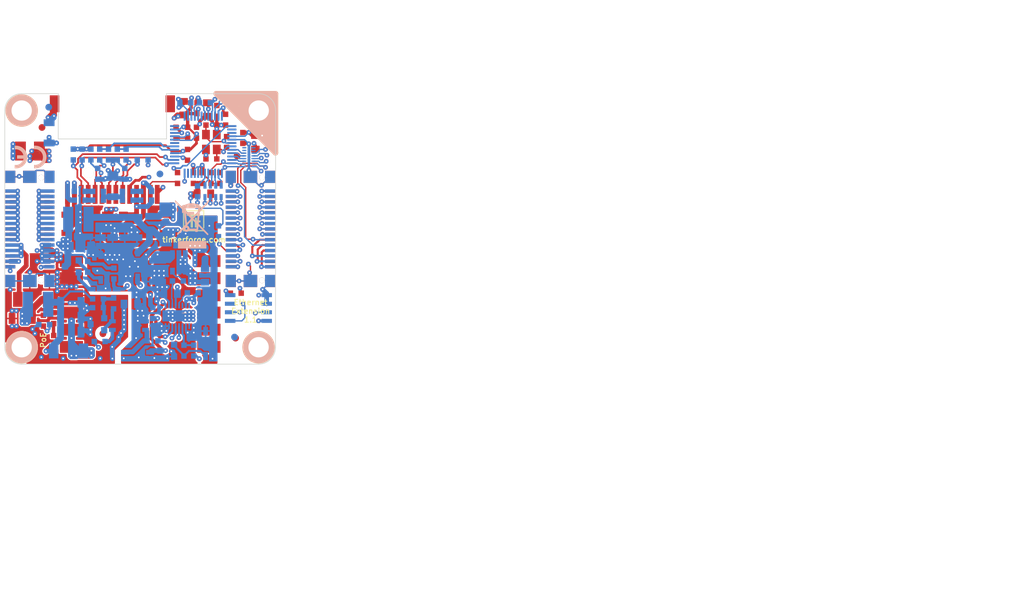
<source format=kicad_pcb>
(kicad_pcb (version 20221018) (generator pcbnew)
  (title_block (title "Ethernet Extension with PoE") (date "Di 23 Jun 2015") (rev "1.1") (company "Tinkerforge GmbH") (comment 1 "Licensed under CERN OHL v.1.1") (comment 2 "Copyright (©) 2015, B.Nordmeyer <bastian@tinkerforge.com>"))
  (layers (0 "F.Cu" signal "Vorderseite") (1 "In1.Cu" signal "GND") (2 "In2.Cu" signal "VCC") (31 "B.Cu" signal "Rückseite") (34 "B.Paste" user) (35 "F.Paste" user) (36 "B.SilkS" user "B.Silkscreen") (37 "F.SilkS" user "F.Silkscreen") (38 "B.Mask" user) (39 "F.Mask" user) (44 "Edge.Cuts" user))
  (net 0 "")
  (net 1 "+3.3VP")
  (net 2 "+5V")
  (net 3 "3V3")
  (net 4 "AGND")
  (net 5 "DATA+")
  (net 6 "DATA-")
  (net 7 "GND")
  (net 8 "GNDPWR")
  (net 9 "INT")
  (net 10 "MISO")
  (net 11 "MOSI")
  (net 12 "RXIN")
  (net 13 "RXIP")
  (net 14 "SCK")
  (net 15 "SCL")
  (net 16 "SDA")
  (net 17 "SELECT")
  (net 18 "SPARE+")
  (net 19 "SPARE-")
  (net 20 "TXON")
  (net 21 "TXOP")
  (net 22 "VAA")
  (net 23 "VCC")
  (net 24 "nRESET")
  (net 25 "yellowLED")
  (net 26 "Net-(C16-Pad2)")
  (net 27 "Net-(C18-Pad2)")
  (net 28 "Net-(C21-Pad2)")
  (net 29 "Net-(C22-Pad2)")
  (net 30 "Net-(C23-Pad2)")
  (net 31 "Net-(C28-Pad1)")
  (net 32 "Net-(C28-Pad2)")
  (net 33 "Net-(C33-Pad2)")
  (net 34 "Net-(C35-Pad1)")
  (net 35 "Net-(C35-Pad2)")
  (net 36 "Net-(C37-Pad2)")
  (net 37 "Net-(C38-Pad1)")
  (net 38 "Net-(C38-Pad2)")
  (net 39 "Net-(C39-Pad2)")
  (net 40 "Net-(C42-Pad2)")
  (net 41 "Net-(D4-Pad2)")
  (net 42 "Net-(D5-Pad2)")
  (net 43 "Net-(D6-Pad1)")
  (net 44 "Net-(D7-Pad2)")
  (net 45 "Net-(D8-Pad1)")
  (net 46 "Net-(D8-Pad2)")
  (net 47 "Net-(D10-Pad1)")
  (net 48 "Net-(D11-Pad2)")
  (net 49 "Net-(J1-Pad23)")
  (net 50 "Net-(J1-Pad21)")
  (net 51 "Net-(J1-Pad19)")
  (net 52 "Net-(J1-Pad11)")
  (net 53 "Net-(J1-Pad9)")
  (net 54 "Net-(J1-Pad7)")
  (net 55 "Net-(J1-Pad5)")
  (net 56 "Net-(J1-Pad3)")
  (net 57 "Net-(J1-Pad1)")
  (net 58 "Net-(J1-Pad6)")
  (net 59 "Net-(J1-Pad8)")
  (net 60 "Net-(J1-Pad10)")
  (net 61 "Net-(J1-Pad12)")
  (net 62 "Net-(J1-Pad14)")
  (net 63 "Net-(J1-Pad16)")
  (net 64 "Net-(J1-Pad18)")
  (net 65 "Net-(J1-Pad20)")
  (net 66 "Net-(J1-Pad22)")
  (net 67 "Net-(J1-Pad24)")
  (net 68 "Net-(J1-Pad26)")
  (net 69 "Net-(J1-Pad28)")
  (net 70 "Net-(J1-Pad30)")
  (net 71 "Net-(J3-Pad29)")
  (net 72 "Net-(J3-Pad1)")
  (net 73 "Net-(J3-Pad10)")
  (net 74 "Net-(J3-Pad30)")
  (net 75 "Net-(P1-Pad7)")
  (net 76 "Net-(P1-Pad13)")
  (net 77 "Net-(Q3-Pad3)")
  (net 78 "Net-(Q3-Pad4)")
  (net 79 "Net-(R1-Pad2)")
  (net 80 "Net-(R2-Pad2)")
  (net 81 "Net-(R3-Pad2)")
  (net 82 "Net-(R14-Pad1)")
  (net 83 "Net-(R16-Pad1)")
  (net 84 "Net-(R17-Pad2)")
  (net 85 "Net-(R19-Pad2)")
  (net 86 "Net-(R25-Pad1)")
  (net 87 "Net-(C1-Pad2)")
  (net 88 "Net-(C7-Pad2)")
  (net 89 "Net-(C12-Pad2)")
  (net 90 "Net-(C14-Pad2)")
  (net 91 "Net-(C17-Pad2)")
  (net 92 "Net-(C19-Pad2)")
  (net 93 "Net-(C24-Pad2)")
  (net 94 "Net-(C26-Pad1)")
  (net 95 "Net-(RP3-Pad5)")
  (net 96 "Net-(RP3-Pad6)")
  (net 97 "Net-(RP3-Pad7)")
  (net 98 "Net-(RP3-Pad8)")
  (net 99 "Net-(P2-Pad1)")
  (net 100 "Net-(FILTER1-Pad1)")
  (net 101 "Net-(FILTER1-Pad2)")
  (net 102 "Net-(FILTER1-Pad3)")
  (net 103 "Net-(FILTER1-Pad4)")
  (net 104 "Net-(FILTER1-Pad5)")
  (net 105 "Net-(FILTER1-Pad6)")
  (net 106 "Net-(FILTER1-Pad7)")
  (net 107 "Net-(FILTER1-Pad8)")
  (net 108 "Net-(FILTER1-Pad9)")
  (net 109 "Net-(FILTER1-Pad10)")
  (net 110 "Net-(J1-Pad29)")
  (net 111 "Net-(J1-Pad27)")
  (net 112 "Net-(J1-Pad25)")
  (net 113 "Net-(J2-Pad23)")
  (net 114 "Net-(T1-Pad1)")
  (net 115 "Net-(T1-Pad3)")
  (net 116 "Net-(U1-Pad7)")
  (net 117 "Net-(U1-Pad12)")
  (net 118 "Net-(U1-Pad13)")
  (net 119 "Net-(U1-Pad18)")
  (net 120 "Net-(U1-Pad24)")
  (net 121 "Net-(U1-Pad26)")
  (net 122 "Net-(U1-Pad27)")
  (net 123 "Net-(U1-Pad46)")
  (net 124 "Net-(U1-Pad47)")
  (net 125 "Net-(U2-Pad7)")
  (net 126 "Net-(U3-Pad6)")
  (net 127 "Net-(U3-Pad8)")
  (net 128 "Net-(U3-Pad9)")
  (footprint "kicad-libraries:Logo_31x31" (layer "F.Cu") (at 157.4 106.15)
    (fp_text reference "G***" hide)
    (fp_text value "Logo_31x31" hide)
  )
  (footprint "kicad-libraries:Fiducial_Mark" (layer "F.Cu") (at 165.175 125.1)
    (fp_text reference "Fiducial_Mark" hide)
    (fp_text value "VAL**" hide)
  )
  (footprint "kicad-libraries:Fiducial_Mark" (layer "F.Cu") (at 145.575 124.45)
    (fp_text reference "Fiducial_Mark" hide)
    (fp_text value "VAL**" hide)
  )
  (footprint "kicad-libraries:Fiducial_Mark" (layer "F.Cu") (at 136.575 93.95)
    (fp_text reference "Fiducial_Mark" hide)
    (fp_text value "VAL**" hide)
  )
  (footprint "kicad-libraries:Fiducial_Mark" (layer "F.Cu") (at 165.4 98.15)
    (fp_text reference "Fiducial_Mark" hide)
    (fp_text value "VAL**" hide)
  )
  (footprint "C0603" (layer "F.Cu") (at 162.4 91.5 90)
    (fp_text reference "C1")
    (fp_text value "10nF")
  )
  (footprint "C0805P" (layer "F.Cu") (at 168.1 96.15 -90)
    (fp_text reference "C2")
    (fp_text value "10µF/16V-TT")
  )
  (footprint "C0603" (layer "F.Cu") (at 166.25 95.5 90)
    (fp_text reference "C3")
    (fp_text value "100nF")
  )
  (footprint "C0805P" (layer "F.Cu") (at 157.5 91.1 90)
    (fp_text reference "C4")
    (fp_text value "10µF/16V-TT")
  )
  (footprint "C0603" (layer "F.Cu") (at 158.075 98 90)
    (fp_text reference "C5")
    (fp_text value "100nF")
  )
  (footprint "C0603" (layer "F.Cu") (at 159.4 94.725 -90)
    (fp_text reference "C6")
    (fp_text value "100nF")
  )
  (footprint "C0805" (layer "F.Cu") (at 161 91.3 90)
    (fp_text reference "C7")
    (fp_text value "4.7uF")
  )
  (footprint "C0603" (layer "F.Cu") (at 158.1 94.725 90)
    (fp_text reference "C8")
    (fp_text value "100nF")
  )
  (footprint "C0603" (layer "F.Cu") (at 159.475 91.1 -90)
    (fp_text reference "C10")
    (fp_text value "100nF")
  )
  (footprint "C0603" (layer "F.Cu") (at 161.6 98.6)
    (fp_text reference "C12")
    (fp_text value "10pF")
  )
  (footprint "0805P" (layer "F.Cu") (at 160.5 103.75)
    (fp_text reference "C13")
    (fp_text value "10µF/16V-TT")
  )
  (footprint "C0603" (layer "F.Cu") (at 161.6 93.6 180)
    (fp_text reference "C14")
    (fp_text value "10pF")
  )
  (footprint "3528-21" (layer "F.Cu") (at 134.79 97.44 180)
    (fp_text reference "C15")
    (fp_text value "100µF")
  )
  (footprint "C0603" (layer "F.Cu") (at 165.21 118.46 180)
    (fp_text reference "C20")
    (fp_text value "100nF")
  )
  (footprint "C0603" (layer "F.Cu") (at 138.3 125.525 90)
    (fp_text reference "C39")
    (fp_text value "470pF")
  )
  (footprint "C1206" (layer "F.Cu") (at 133.65 122.2)
    (fp_text reference "C42")
    (fp_text value "10µF")
  )
  (footprint "kicad-libraries:MiniDIP" (layer "F.Cu") (at 151.6 108.2 -90)
    (fp_text reference "D1")
    (fp_text value "HD01")
  )
  (footprint "kicad-libraries:MiniDIP" (layer "F.Cu") (at 143.1 108.2 -90)
    (fp_text reference "D2")
    (fp_text value "HD01")
  )
  (footprint "D0603" (layer "F.Cu") (at 136.775 122.525 -90)
    (fp_text reference "D11")
    (fp_text value "green")
  )
  (footprint "SOD-128" (layer "F.Cu") (at 135.2 119.375)
    (fp_text reference "D12")
    (fp_text value "PMEG4050")
  )
  (footprint "BTB08-ACS-TOP" (layer "F.Cu") (at 167.37584 108.95076 90)
    (fp_text reference "J1")
    (fp_text value "STACK-UP-HIGH")
  )
  (footprint "BTB08-ACS-TOP" (layer "F.Cu") (at 134.7724 108.95076 90)
    (fp_text reference "J3")
    (fp_text value "STACK-UP-HIGH")
  )
  (footprint "C0603" (layer "F.Cu") (at 160.25 101.425 -90)
    (fp_text reference "L1")
    (fp_text value "FB")
  )
  (footprint "C0603" (layer "F.Cu") (at 158.95 101.425 -90)
    (fp_text reference "L2")
    (fp_text value "FB")
  )
  (footprint "RJPSL-001TA1" (layer "F.Cu") (at 146.975 96.45)
    (fp_text reference "P1")
    (fp_text value "RJPSL-001TA1")
  )
  (footprint "R0603" (layer "F.Cu") (at 163.7 92.8 90)
    (fp_text reference "R1")
    (fp_text value "10k")
  )
  (footprint "R0603" (layer "F.Cu") (at 156.375 94.725 90)
    (fp_text reference "R3")
    (fp_text value "12.4k 1%")
  )
  (footprint "R0603" (layer "F.Cu") (at 163.85 96.1 90)
    (fp_text reference "R4")
    (fp_text value "1M")
  )
  (footprint "R0603" (layer "F.Cu") (at 138.3 122.15 90)
    (fp_text reference "R24")
    (fp_text value "10")
  )
  (footprint "R0603" (layer "F.Cu") (at 156.6 101.425 -90)
    (fp_text reference "R29")
    (fp_text value "470")
  )
  (footprint "R0603" (layer "F.Cu") (at 161.55 101.425 90)
    (fp_text reference "R32")
    (fp_text value "10k")
  )
  (footprint "R0603" (layer "F.Cu") (at 162.85 101.425 90)
    (fp_text reference "R33")
    (fp_text value "10k")
  )
  (footprint "kicad-libraries:EFD15" (layer "F.Cu") (at 151.07666 120.05056 90)
    (fp_text reference "T1")
    (fp_text value "EFD15")
  )
  (footprint "DRILL_NP" (layer "F.Cu") (at 133.57352 91.45016 90)
    (fp_text reference "U5" hide)
    (fp_text value "DRILL" hide)
  )
  (footprint "DRILL_NP" (layer "F.Cu") (at 133.57352 126.45136)
    (fp_text reference "U6" hide)
    (fp_text value "DRILL" hide)
  )
  (footprint "DRILL_NP" (layer "F.Cu") (at 168.57726 126.45136)
    (fp_text reference "U7" hide)
    (fp_text value "DRILL" hide)
  )
  (footprint "DRILL_NP" (layer "F.Cu") (at 168.6 91.45)
    (fp_text reference "U8" hide)
    (fp_text value "DRILL" hide)
  )
  (footprint "CRYSTAL_3225" (layer "F.Cu") (at 161.6 96.1 90)
    (fp_text reference "X1")
    (fp_text value "25Mhz")
  )
  (footprint "kicad-libraries:WEEE_7mm" (layer "B.Cu") (at 158.75 108.275 180)
    (fp_text reference "VAL" hide)
    (fp_text value "WEEE_7mm" hide)
  )
  (footprint "kicad-libraries:CE_5mm" (layer "B.Cu") (at 134.85 98.325 180)
    (fp_text reference "VAL" hide)
    (fp_text value "CE_5mm" hide)
  )
  (footprint "kicad-libraries:Fiducial_Mark" (layer "B.Cu") (at 165.025 124.95)
    (fp_text reference "Fiducial_Mark" hide)
    (fp_text value "VAL**" hide)
  )
  (footprint "kicad-libraries:Fiducial_Mark" (layer "B.Cu") (at 137.575 90.95)
    (fp_text reference "Fiducial_Mark" hide)
    (fp_text value "VAL**" hide)
  )
  (footprint "kicad-libraries:Fiducial_Mark" (layer "B.Cu") (at 154 100.825)
    (fp_text reference "Fiducial_Mark" hide)
    (fp_text value "VAL**" hide)
  )
  (footprint "C0603" (layer "B.Cu") (at 157.75 90.3)
    (fp_text reference "C9")
    (fp_text value "100nF")
  )
  (footprint "C0603" (layer "B.Cu") (at 160.65 90.3)
    (fp_text reference "C11")
    (fp_text value "100nF")
  )
  (footprint "C0603" (layer "B.Cu") (at 144.8 100.8 90)
    (fp_text reference "C16")
    (fp_text value "22nF")
  )
  (footprint "C0603" (layer "B.Cu") (at 148.8 100.8 90)
    (fp_text reference "C17")
    (fp_text value "10nF")
  )
  (footprint "C0603" (layer "B.Cu") (at 145.1 97.95 -90)
    (fp_text reference "C18")
    (fp_text value "6.8nF")
  )
  (footprint "C0603" (layer "B.Cu") (at 149 97.95 -90)
    (fp_text reference "C19")
    (fp_text value "6.8nF")
  )
  (footprint "C0603" (layer "B.Cu") (at 149.25 104.7)
    (fp_text reference "C21")
    (fp_text value "0.01µF/200V")
  )
  (footprint "C0603" (layer "B.Cu") (at 149.25 103.4)
    (fp_text reference "C22")
    (fp_text value "0.01µF/200V")
  )
  (footprint "C0603" (layer "B.Cu") (at 144.85 104.7 180)
    (fp_text reference "C23")
    (fp_text value "0.01µF/200V")
  )
  (footprint "C0603" (layer "B.Cu") (at 144.85 103.4 180)
    (fp_text reference "C24")
    (fp_text value "0.01µF/200V")
  )
  (footprint "C1206" (layer "B.Cu") (at 147.05 102.7 90)
    (fp_text reference "C25")
    (fp_text value "1nF/2kV")
  )
  (footprint "C1206" (layer "B.Cu") (at 137.625 94.75 -90)
    (fp_text reference "C26")
    (fp_text value "1nF/2kV")
  )
  (footprint "C0805" (layer "B.Cu") (at 152.45 108.1 -90)
    (fp_text reference "C28")
    (fp_text value "0,1µF/100V")
  )
  (footprint "C1206" (layer "B.Cu") (at 147 108.75 90)
    (fp_text reference "C29")
    (fp_text value "2,2µF/100V")
  )
  (footprint "C1206" (layer "B.Cu") (at 145.2 108.75 90)
    (fp_text reference "C30")
    (fp_text value "2,2µF/100V")
  )
  (footprint "C1206" (layer "B.Cu") (at 148.8 108.75 90)
    (fp_text reference "C31")
    (fp_text value "2,2µF/100V")
  )
  (footprint "C1206" (layer "B.Cu") (at 150.6 108.75 90)
    (fp_text reference "C32")
    (fp_text value "2,2µF/100V")
  )
  (footprint "C1206" (layer "B.Cu") (at 142.25 111.65 180)
    (fp_text reference "C33")
    (fp_text value "2,2µF/100V")
  )
  (footprint "C0805" (layer "B.Cu") (at 155.575 118.525)
    (fp_text reference "C34")
    (fp_text value "4,7µF/16V")
  )
  (footprint "C0805" (layer "B.Cu") (at 160.675 115.825 90)
    (fp_text reference "C35")
    (fp_text value "150pF/200V")
  )
  (footprint "C0805" (layer "B.Cu") (at 149.7 120.05)
    (fp_text reference "C36")
    (fp_text value "2200pF/250V")
  )
  (footprint "C1206" (layer "B.Cu") (at 140.825 124.225 180)
    (fp_text reference "C37")
    (fp_text value "100µF/10V")
  )
  (footprint "C0603" (layer "B.Cu") (at 147.15 119.975 -90)
    (fp_text reference "C38")
    (fp_text value "33nF")
  )
  (footprint "C1206" (layer "B.Cu") (at 140.825 122.025 180)
    (fp_text reference "C40")
    (fp_text value "100µF/10V")
  )
  (footprint "C1206" (layer "B.Cu") (at 140.825 119.825 180)
    (fp_text reference "C41")
    (fp_text value "100µF/10V")
  )
  (footprint "DO-214AC" (layer "B.Cu") (at 154.825 108.3 -90)
    (fp_text reference "D3")
    (fp_text value "SMAJ58A")
  )
  (footprint "SOD-123" (layer "B.Cu") (at 150.7 114.3 -90)
    (fp_text reference "D4")
    (fp_text value "MMSD4148")
  )
  (footprint "SOD-123" (layer "B.Cu") (at 160.75 125.9 -90)
    (fp_text reference "D5")
    (fp_text value "MMSD4148")
  )
  (footprint "SOD-123" (layer "B.Cu") (at 145.75 117.85)
    (fp_text reference "D6")
    (fp_text value "BAS16H")
  )
  (footprint "SOD-123" (layer "B.Cu") (at 145.25 114.65 -90)
    (fp_text reference "D7")
    (fp_text value "8.2V")
  )
  (footprint "SOD-123" (layer "B.Cu") (at 150.7 127.2 180)
    (fp_text reference "D8")
    (fp_text value "BAS16H")
  )
  (footprint "SOT23-3" (layer "B.Cu") (at 144.75 123.05 90)
    (fp_text reference "D9")
    (fp_text value "TLV431")
  )
  (footprint "SOD-128" (layer "B.Cu") (at 140.5 127)
    (fp_text reference "D10")
    (fp_text value "PMEG4050")
  )
  (footprint "DFN16-33x135" (layer "B.Cu") (at 167.15 98.35 -90)
    (fp_text reference "FILTER1")
    (fp_text value "Filter-8x")
  )
  (footprint "BTB08-ACS-BTM" (layer "B.Cu") (at 167.3733 108.95076 -90)
    (fp_text reference "J2")
    (fp_text value "STACK-DOWN")
  )
  (footprint "BTB08-ACS-BTM" (layer "B.Cu") (at 134.77748 108.95076 -90)
    (fp_text reference "J4")
    (fp_text value "STACK-DOWN")
  )
  (footprint "NR4040" (layer "B.Cu") (at 141.95 107.525)
    (fp_text reference "L5")
    (fp_text value "4.7µH")
  )
  (footprint "NR4040" (layer "B.Cu") (at 136 120.1)
    (fp_text reference "L6")
    (fp_text value "4.7µH")
  )
  (footprint "con" (layer "B.Cu") (at 157.6 121.375)
    (fp_text reference "P2")
    (fp_text value "CONN_1")
  )
  (footprint "SOT23GDS" (layer "B.Cu") (at 155.07716 126.95174 90)
    (fp_text reference "Q1")
    (fp_text value "2N7002P")
  )
  (footprint "SOT23-3" (layer "B.Cu") (at 140.97762 114.50066 90)
    (fp_text reference "Q2")
    (fp_text value "MMBTA42")
  )
  (footprint "SuperSOT6" (layer "B.Cu") (at 156.8 113.9 180)
    (fp_text reference "Q3")
    (fp_text value "FDC2512")
  )
  (footprint "R0603" (layer "B.Cu") (at 159.55 103.4 90)
    (fp_text reference "R2")
    (fp_text value "10k")
  )
  (footprint "R0603" (layer "B.Cu") (at 141.2 97.95 -90)
    (fp_text reference "R5")
    (fp_text value "49.9")
  )
  (footprint "R0603" (layer "B.Cu") (at 142.5 97.95 -90)
    (fp_text reference "R6")
    (fp_text value "49.9")
  )
  (footprint "R0603" (layer "B.Cu") (at 143.8 97.95 -90)
    (fp_text reference "R7")
    (fp_text value "10")
  )
  (footprint "R0603" (layer "B.Cu") (at 146.4 97.95 -90)
    (fp_text reference "R8")
    (fp_text value "82")
  )
  (footprint "R0603" (layer "B.Cu") (at 147.7 97.95 90)
    (fp_text reference "R9")
    (fp_text value "82")
  )
  (footprint "R0603" (layer "B.Cu") (at 151.95 104.7 180)
    (fp_text reference "R10")
    (fp_text value "75")
  )
  (footprint "R0603" (layer "B.Cu") (at 151.95 103.4 180)
    (fp_text reference "R11")
    (fp_text value "75")
  )
  (footprint "R0603" (layer "B.Cu") (at 142.15 104.7)
    (fp_text reference "R12")
    (fp_text value "75")
  )
  (footprint "R0603" (layer "B.Cu") (at 151.45 98.75 180)
    (fp_text reference "R13")
    (fp_text value "470")
  )
  (footprint "R0603" (layer "B.Cu") (at 158.85 118.4)
    (fp_text reference "R14")
    (fp_text value "DNP")
  )
  (footprint "R0603" (layer "B.Cu") (at 147.2 115.55 -90)
    (fp_text reference "R15")
    (fp_text value "220k")
  )
  (footprint "R0603" (layer "B.Cu") (at 152.95 121.4 90)
    (fp_text reference "R16")
    (fp_text value "10k")
  )
  (footprint "R0603" (layer "B.Cu") (at 157.55 126.95 90)
    (fp_text reference "R17")
    (fp_text value "10k")
  )
  (footprint "R0603" (layer "B.Cu") (at 159 126.95 -90)
    (fp_text reference "R18")
    (fp_text value "100k")
  )
  (footprint "R0603" (layer "B.Cu") (at 156.65 116.65 180)
    (fp_text reference "R19")
    (fp_text value "150")
  )
  (footprint "R0603" (layer "B.Cu") (at 143.32712 114.55146 -90)
    (fp_text reference "R20")
    (fp_text value "220k")
  )
  (footprint "R0603" (layer "B.Cu") (at 152.9 125.5)
    (fp_text reference "R21")
    (fp_text value "6.8k")
  )
  (footprint "R0603" (layer "B.Cu") (at 160.7 112.55 90)
    (fp_text reference "R22")
    (fp_text value "220")
  )
  (footprint "R1210" (layer "B.Cu") (at 153.65 115.2 -90)
    (fp_text reference "R23")
    (fp_text value "0,022/1%")
  )
  (footprint "R0603" (layer "B.Cu") (at 145.1 125.6 180)
    (fp_text reference "R25")
    (fp_text value "499")
  )
  (footprint "R0603" (layer "B.Cu") (at 144.85 119.3 180)
    (fp_text reference "R26")
    (fp_text value "160k")
  )
  (footprint "R0603" (layer "B.Cu") (at 144.85 120.6)
    (fp_text reference "R27")
    (fp_text value "47k")
  )
  (footprint "R0603" (layer "B.Cu") (at 136.9 123.1 180)
    (fp_text reference "R28")
    (fp_text value "1k")
  )
  (footprint "R0603" (layer "B.Cu") (at 142.15 103.4)
    (fp_text reference "R30")
    (fp_text value "75")
  )
  (footprint "R0603" (layer "B.Cu") (at 162.65 109.3 -90)
    (fp_text reference "R31")
    (fp_text value "1k")
  )
  (footprint "4X0603" (layer "B.Cu") (at 161.85 103.4)
    (fp_text reference "RP3")
    (fp_text value "10k")
  )
  (footprint "LQFP48" (layer "B.Cu") (at 160.4 96.5 90)
    (fp_text reference "U1")
    (fp_text value "W5500")
  )
  (footprint "SOIC8" (layer "B.Cu") (at 167.07612 120.65 -90)
    (fp_text reference "U2")
    (fp_text value "M24C64")
  )
  (footprint "DFN16_5x3" (layer "B.Cu") (at 156.5783 121.8057)
    (fp_text reference "U3")
    (fp_text value "LTC4267D")
  )
  (footprint "PS2911" (layer "B.Cu") (at 149.42566 123.25096 90)
    (fp_text reference "U4")
    (fp_text value "PS2911-1")
  )
  (gr_line (start 171.07408 88.9508) (end 162.32378 88.9508) (stroke (width 0.8001)) (layer "B.SilkS"))
  (gr_line (start 171.07408 97.7011) (end 171.07408 88.9508) (stroke (width 0.8001)) (layer "B.SilkS"))
  (gr_line (start 163.4744 89.7001) (end 169.926 96.1517) (stroke (width 0.8001)) (layer "B.SilkS"))
  (gr_line (start 169.37482 91.10218) (end 165.97376 91.10218) (stroke (width 0.8001)) (layer "B.SilkS"))
  (gr_line (start 169.37482 95.10014) (end 169.37482 91.10218) (stroke (width 0.8001)) (layer "B.SilkS"))
  (gr_line (start 170.5737 96.50222) (end 170.5737 89.7001) (stroke (width 0.8001)) (layer "B.SilkS"))
  (gr_line (start 162.32378 88.9508) (end 171.07408 97.7011) (stroke (width 0.8001)) (layer "B.SilkS"))
  (gr_line (start 168.8719 94.00032) (end 168.8719 91.75242) (stroke (width 0.8001)) (layer "B.SilkS"))
  (gr_line (start 169.926 96.1517) (end 169.926 90.40114) (stroke (width 0.8001)) (layer "B.SilkS"))
  (gr_line (start 168.8719 91.75242) (end 167.07358 91.75242) (stroke (width 0.8001)) (layer "B.SilkS"))
  (gr_line (start 170.5737 89.7001) (end 163.4744 89.7001) (stroke (width 0.8001)) (layer "B.SilkS"))
  (gr_line (start 168.22166 92.9005) (end 168.22166 92.30106) (stroke (width 0.8001)) (layer "B.SilkS"))
  (gr_line (start 167.07358 91.75242) (end 168.22166 92.9005) (stroke (width 0.8001)) (layer "B.SilkS"))
  (gr_line (start 169.926 90.40114) (end 164.67582 90.40114) (stroke (width 0.8001)) (layer "B.SilkS"))
  (gr_line (start 164.67582 90.40114) (end 169.37482 95.10014) (stroke (width 0.8001)) (layer "B.SilkS"))
  (gr_line (start 165.97376 91.10218) (end 168.8719 94.00032) (stroke (width 0.8001)) (layer "B.SilkS"))
  (gr_line (start 168.22166 92.30106) (end 168.3258 92.30106) (stroke (width 0.8001)) (layer "B.SilkS"))
  (gr_line (start 165.45052 90.15222) (end 169.55008 90.15222) (stroke (width 0.8001)) (layer "F.SilkS"))
  (gr_line (start 167.80002 91.20124) (end 168.45026 91.20124) (stroke (width 0.8001)) (layer "F.SilkS"))
  (gr_line (start 169.55008 93.62694) (end 166.55034 90.6272) (stroke (width 0.8001)) (layer "F.SilkS"))
  (gr_line (start 170.20032 89.67724) (end 170.20032 94.90202) (stroke (width 0.8001)) (layer "F.SilkS"))
  (gr_line (start 162.32378 88.9508) (end 171.07408 88.9508) (stroke (width 0.8001)) (layer "F.SilkS"))
  (gr_line (start 171.07408 88.9508) (end 171.07408 97.7011) (stroke (width 0.8001)) (layer "F.SilkS"))
  (gr_line (start 168.45026 91.20124) (end 168.45026 91.15044) (stroke (width 0.8001)) (layer "F.SilkS"))
  (gr_line (start 168.95064 92.35186) (end 167.80002 91.20124) (stroke (width 0.8001)) (layer "F.SilkS"))
  (gr_line (start 169.55008 90.15222) (end 169.55008 93.62694) (stroke (width 0.8001)) (layer "F.SilkS"))
  (gr_line (start 168.95064 90.6272) (end 168.95064 92.35186) (stroke (width 0.8001)) (layer "F.SilkS"))
  (gr_line (start 170.20032 94.90202) (end 165.45052 90.15222) (stroke (width 0.8001)) (layer "F.SilkS"))
  (gr_line (start 164.3253 89.67724) (end 170.20032 89.67724) (stroke (width 0.8001)) (layer "F.SilkS"))
  (gr_line (start 170.74896 89.15146) (end 170.74896 96.1009) (stroke (width 0.8001)) (layer "F.SilkS"))
  (gr_line (start 170.74896 96.1009) (end 164.3253 89.67724) (stroke (width 0.8001)) (layer "F.SilkS"))
  (gr_line (start 166.55034 90.6272) (end 168.95064 90.6272) (stroke (width 0.8001)) (layer "F.SilkS"))
  (gr_line (start 170.74896 96.72574) (end 163.17468 89.15146) (stroke (width 0.8001)) (layer "F.SilkS"))
  (gr_line (start 171.07408 97.7011) (end 162.32378 88.9508) (stroke (width 0.8001)) (layer "F.SilkS"))
  (gr_line (start 163.17468 89.15146) (end 170.74896 89.15146) (stroke (width 0.8001)) (layer "F.SilkS"))
  (gr_line (start 171.075 126.45) (end 171.1 91.45) (stroke (width 0.09906)) (layer "Edge.Cuts"))
  (gr_line (start 138.975 95.65) (end 154.975 95.65) (stroke (width 0.09906)) (layer "Edge.Cuts"))
  (gr_arc (start 131.075 91.45) (mid 131.807233 89.682233) (end 133.575 88.95) (stroke (width 0.09906)) (layer "Edge.Cuts"))
  (gr_line (start 138.975 95.65) (end 138.975 88.95) (stroke (width 0.09906)) (layer "Edge.Cuts"))
  (gr_line (start 133.575 128.95) (end 168.575 128.95) (stroke (width 0.09906)) (layer "Edge.Cuts"))
  (gr_arc (start 168.6 88.95) (mid 170.367767 89.682233) (end 171.1 91.45) (stroke (width 0.09906)) (layer "Edge.Cuts"))
  (gr_arc (start 133.575 128.95) (mid 131.807233 128.217767) (end 131.075 126.45) (stroke (width 0.09906)) (layer "Edge.Cuts"))
  (gr_arc (start 171.075 126.45) (mid 170.342767 128.217767) (end 168.575 128.95) (stroke (width 0.09906)) (layer "Edge.Cuts"))
  (gr_line (start 138.975 88.95) (end 133.575 88.95) (stroke (width 0.09906)) (layer "Edge.Cuts"))
  (gr_line (start 168.6 88.95) (end 154.975 88.95) (stroke (width 0.09906)) (layer "Edge.Cuts"))
  (gr_line (start 131.075 91.45) (end 131.075 126.45) (stroke (width 0.09906)) (layer "Edge.Cuts"))
  (gr_line (start 154.975 88.95) (end 154.975 95.65) (stroke (width 0.09906)) (layer "Edge.Cuts"))
  (gr_text "PoE" (at 136.775 125.4 90) (layer "F.SilkS") (effects (font (size 0.8 0.8))))
  (gr_text "tinkerforge.com" (at 159.025 110.55) (layer "F.SilkS") (effects (font (size 0.8 0.8))))
  (gr_text "Ethernet\nExtension\n1.1" (at 167.4 121.1) (layer "F.SilkS") (effects (font (size 0.8001 0.8001) (thickness 0.14986))))
  (segment (start 159.425 94.9) (end 159.4 94.925) (width 0.3048) (layer "F.Cu") (net 1))
  (segment (start 159.4 94.925) (end 159.4 95.5251) (width 0.3048) (layer "F.Cu") (net 1))
  (segment (start 157.5 93.875) (end 157.5499 93.9249) (width 0.20066) (layer "F.Cu") (net 1))
  (segment (start 157.5499 93.9249) (end 158.1 93.9249) (width 0.39878) (layer "F.Cu") (net 1))
  (segment (start 157.8249 97.45) (end 158.075 97.1999) (width 0.3048) (layer "F.Cu") (net 1))
  (segment (start 159.15 94.9) (end 158.1749 93.9249) (width 0.20066) (layer "F.Cu") (net 1))
  (segment (start 158.1749 93.9249) (end 158.1 93.9249) (width 0.20066) (layer "F.Cu") (net 1))
  (segment (start 158.5001 97.1999) (end 159.4 96.3) (width 0.39878) (layer "F.Cu") (net 1))
  (segment (start 159.4 96.3) (end 159.4 95.5251) (width 0.39878) (layer "F.Cu") (net 1))
  (segment (start 159.125 94.9) (end 158.1499 93.9249) (width 0.3048) (layer "F.Cu") (net 1))
  (segment (start 158.1499 93.9249) (end 158.1 93.9249) (width 0.3048) (layer "F.Cu") (net 1))
  (segment (start 159.675 91.225) (end 159.475 91.425) (width 0.39878) (layer "F.Cu") (net 1))
  (segment (start 159.475 91.425) (end 159.475 91.9001) (width 0.39878) (layer "F.Cu") (net 1))
  (segment (start 158.95 99.575) (end 158.9 99.525) (width 0.50038) (layer "F.Cu") (net 1))
  (segment (start 155.7 97.45) (end 154.85 96.6) (width 0.29972) (layer "F.Cu") (net 1))
  (segment (start 154.85 96.6) (end 143.7 96.6) (width 0.29972) (layer "F.Cu") (net 1))
  (segment (start 143.7 96.6) (end 143.15 97.15) (width 0.29972) (layer "F.Cu") (net 1))
  (segment (start 157.70066 91.9001) (end 157.5 92.10076) (width 0.50038) (layer "F.Cu") (net 1))
  (segment (start 158.1 92.70076) (end 157.5 92.10076) (width 0.50038) (layer "F.Cu") (net 1))
  (segment (start 156.87424 92.10076) (end 156.675 92.3) (width 0.50038) (layer "F.Cu") (net 1))
  (segment (start 156.375 92.3) (end 156.1 92.575) (width 0.70104) (layer "F.Cu") (net 1))
  (segment (start 156.57424 92.10076) (end 156.1 92.575) (width 0.70104) (layer "F.Cu") (net 1))
  (segment (start 157.57424 92.10076) (end 158.6 91.075) (width 0.50038) (layer "F.Cu") (net 1))
  (segment (start 158.6 91.075) (end 158.6 89.65) (width 0.50038) (layer "F.Cu") (net 1))
  (segment (start 158.6 89.65) (end 158.675 89.575) (width 0.50038) (layer "F.Cu") (net 1))
  (segment (start 154.45 102.8) (end 153.6044 103.6456) (width 0.50038) (layer "F.Cu") (net 1))
  (segment (start 149.52516 102.62484) (end 150.375 101.775) (width 0.39878) (layer "F.Cu") (net 1))
  (segment (start 150.375 101.775) (end 150.925 101.775) (width 0.39878) (layer "F.Cu") (net 1))
  (segment (start 150.925 101.775) (end 151.4 101.3) (width 0.39878) (layer "F.Cu") (net 1))
  (segment (start 151.4 101.3) (end 152.375 101.3) (width 0.39878) (layer "F.Cu") (net 1))
  (segment (start 143.15 97.15) (end 141.85 97.15) (width 0.29972) (layer "F.Cu") (net 1))
  (segment (start 158.95 99.575) (end 158.95 100.6249) (width 0.50038) (layer "F.Cu") (net 1))
  (segment (start 157.5 92.10076) (end 156.57424 92.10076) (width 0.70104) (layer "F.Cu") (net 1))
  (segment (start 159.475 91.9001) (end 157.70066 91.9001) (width 0.50038) (layer "F.Cu") (net 1))
  (segment (start 158.1 93.9249) (end 158.1 92.70076) (width 0.50038) (layer "F.Cu") (net 1))
  (segment (start 159.425 94.9) (end 159.15 94.9) (width 0.3048) (layer "F.Cu") (net 1))
  (segment (start 157.5 92.10076) (end 156.87424 92.10076) (width 0.50038) (layer "F.Cu") (net 1))
  (segment (start 157.5 92.10076) (end 157.5 92.075) (width 0.29972) (layer "F.Cu") (net 1))
  (segment (start 157.4 97.45) (end 155.7 97.45) (width 0.29972) (layer "F.Cu") (net 1))
  (segment (start 153.6044 103.84902) (end 153.6044 103.6456) (width 0.50038) (layer "F.Cu") (net 1))
  (segment (start 158.075 97.1999) (end 158.5001 97.1999) (width 0.39878) (layer "F.Cu") (net 1))
  (segment (start 157.5 92.10076) (end 157.57424 92.10076) (width 0.50038) (layer "F.Cu") (net 1))
  (segment (start 159.425 94.9) (end 159.125 94.9) (width 0.3048) (layer "F.Cu") (net 1))
  (segment (start 149.52516 103.84902) (end 149.52516 102.62484) (width 0.39878) (layer "F.Cu") (net 1))
  (segment (start 157.8249 97.45) (end 157.4 97.45) (width 0.3048) (layer "F.Cu") (net 1))
  (via (at 156.675 92.3) (size 0.70104) (drill 0.24892) (layers "F.Cu" "B.Cu") (net 1))
  (via (at 141.85 97.15) (size 0.70104) (drill 0.24892) (layers "F.Cu" "B.Cu") (net 1))
  (via (at 159.425 94.9) (size 0.70104) (drill 0.24892) (layers "F.Cu" "B.Cu") (net 1))
  (via (at 154.45 102.8) (size 0.70104) (drill 0.24892) (layers "F.Cu" "B.Cu") (net 1))
  (via (at 157.5 93.875) (size 0.70104) (drill 0.24892) (layers "F.Cu" "B.Cu") (net 1))
  (via (at 159.675 91.225) (size 0.70104) (drill 0.24892) (layers "F.Cu" "B.Cu") (net 1))
  (via (at 156.1 92.575) (size 0.70104) (drill 0.24892) (layers "F.Cu" "B.Cu") (net 1))
  (via (at 157.4 97.45) (size 0.70104) (drill 0.24892) (layers "F.Cu" "B.Cu") (net 1))
  (via (at 162.125 89.775) (size 0.70104) (drill 0.24892) (layers "F.Cu" "B.Cu") (net 1))
  (via (at 143.15 97.15) (size 0.70104) (drill 0.24892) (layers "F.Cu" "B.Cu") (net 1))
  (via (at 158.9 99.525) (size 0.70104) (drill 0.24892) (layers "F.Cu" "B.Cu") (net 1))
  (via (at 152.375 101.3) (size 0.70104) (drill 0.24892) (layers "F.Cu" "B.Cu") (net 1))
  (via (at 158.675 89.575) (size 0.70104) (drill 0.24892) (layers "F.Cu" "B.Cu") (net 1))
  (segment (start 156.8507 95.7507) (end 156.95 95.85) (width 0.20066) (layer "B.Cu") (net 1))
  (segment (start 156.95 95.85) (end 158.675 95.85) (width 0.20066) (layer "B.Cu") (net 1))
  (segment (start 158.675 95.85) (end 159.425 95.1) (width 0.20066) (layer "B.Cu") (net 1))
  (segment (start 159.425 95.1) (end 159.425 94.9) (width 0.20066) (layer "B.Cu") (net 1))
  (segment (start 156.8729 94.2521) (end 157.25 93.875) (width 0.20066) (layer "B.Cu") (net 1))
  (segment (start 157.25 93.875) (end 157.5 93.875) (width 0.20066) (layer "B.Cu") (net 1))
  (segment (start 157.10032 97.74968) (end 157.4 97.45) (width 0.20066) (layer "B.Cu") (net 1))
  (segment (start 161.64968 91.597318) (end 161.775 91.471998) (width 0.20066) (layer "B.Cu") (net 1))
  (segment (start 161.775 91.471998) (end 161.775 90.5999) (width 0.20066) (layer "B.Cu") (net 1))
  (segment (start 161.775 90.5999) (end 161.4501 90.275) (width 0.20066) (layer "B.Cu") (net 1))
  (segment (start 159.6507 91.2493) (end 159.675 91.225) (width 0.20066) (layer "B.Cu") (net 1))
  (segment (start 158.65248 91.20248) (end 158.5501 91.1001) (width 0.20066) (layer "B.Cu") (net 1))
  (segment (start 158.5501 91.1001) (end 158.5501 90.3) (width 0.20066) (layer "B.Cu") (net 1))
  (segment (start 162.125 89.775) (end 161.6 90.3) (width 0.50038) (layer "B.Cu") (net 1))
  (segment (start 143.1501 97.1499) (end 143.15 97.15) (width 0.20066) (layer "B.Cu") (net 1))
  (segment (start 142.5001 97.15) (end 142.5 97.1499) (width 0.20066) (layer "B.Cu") (net 1))
  (segment (start 141.8501 97.1499) (end 141.85 97.15) (width 0.20066) (layer "B.Cu") (net 1))
  (segment (start 141.8499 97.1499) (end 141.85 97.15) (width 0.20066) (layer "B.Cu") (net 1))
  (segment (start 158.5501 89.6999) (end 158.675 89.575) (width 0.20066) (layer "B.Cu") (net 1))
  (segment (start 161.4501 90.3) (end 161.6 90.3) (width 0.20066) (layer "B.Cu") (net 1))
  (segment (start 141.8501 97.1499) (end 142.5 97.1499) (width 0.20066) (layer "B.Cu") (net 1))
  (segment (start 156.17598 95.7507) (end 156.8507 95.7507) (width 0.20066) (layer "B.Cu") (net 1))
  (segment (start 159.6507 92.27598) (end 159.6507 91.2493) (width 0.20066) (layer "B.Cu") (net 1))
  (segment (start 156.17598 94.2521) (end 156.8729 94.2521) (width 0.20066) (layer "B.Cu") (net 1))
  (segment (start 142.5001 97.15) (end 143.15 97.15) (width 0.20066) (layer "B.Cu") (net 1))
  (segment (start 158.5501 90.3) (end 158.5501 89.6999) (width 0.20066) (layer "B.Cu") (net 1))
  (segment (start 161.64968 92.27598) (end 161.64968 91.597318) (width 0.20066) (layer "B.Cu") (net 1))
  (segment (start 141.2 97.1499) (end 141.8499 97.1499) (width 0.20066) (layer "B.Cu") (net 1))
  (segment (start 157.10032 97.74968) (end 156.17598 97.74968) (width 0.20066) (layer "B.Cu") (net 1))
  (segment (start 143.1501 97.1499) (end 143.8 97.1499) (width 0.20066) (layer "B.Cu") (net 1))
  (segment (start 158.65248 92.27598) (end 158.65248 91.20248) (width 0.20066) (layer "B.Cu") (net 1))
  (segment (start 133.00036 118.89964) (end 133.2 118.7) (width 0.70104) (layer "F.Cu") (net 2))
  (segment (start 133.2 118.7) (end 133.2 115.45) (width 0.70104) (layer "F.Cu") (net 2))
  (segment (start 133.2 115.45) (end 134.25 114.4) (width 0.70104) (layer "F.Cu") (net 2))
  (segment (start 134.25 114.4) (end 134.25 112.9) (width 0.70104) (layer "F.Cu") (net 2))
  (segment (start 134.25 112.9) (end 133.5 112.15) (width 0.70104) (layer "F.Cu") (net 2))
  (segment (start 133.5 112.15) (end 133.5 112.17416) (width 0.70104) (layer "F.Cu") (net 2))
  (segment (start 133.5 112.17416) (end 133.47446 112.14862) (width 0.50038) (layer "F.Cu") (net 2))
  (segment (start 133.5 111.37406) (end 133.47446 111.34852) (width 0.50038) (layer "F.Cu") (net 2))
  (segment (start 133.5 112.95) (end 133.477 112.95126) (width 0.70104) (layer "F.Cu") (net 2))
  (segment (start 133.5 111.37406) (end 133.5 112.95) (width 0.70104) (layer "F.Cu") (net 2))
  (segment (start 133.477 112.15116) (end 133.5 112.17416) (width 0.50038) (layer "F.Cu") (net 2))
  (segment (start 133.47446 111.34852) (end 131.87426 111.34852) (width 0.50038) (layer "F.Cu") (net 2))
  (segment (start 133.47446 112.94872) (end 133.477 112.95126) (width 0.50038) (layer "F.Cu") (net 2))
  (segment (start 133.47446 112.14862) (end 131.87426 112.14862) (width 0.50038) (layer "F.Cu") (net 2))
  (segment (start 133.477 111.35106) (end 133.5 111.37406) (width 0.50038) (layer "F.Cu") (net 2))
  (segment (start 133.00036 119.35) (end 133.00036 118.89964) (width 0.70104) (layer "F.Cu") (net 2))
  (segment (start 131.87426 112.94872) (end 133.47446 112.94872) (width 0.50038) (layer "F.Cu") (net 2))
  (via (at 133.477 111.35106) (size 0.70104) (drill 0.24892) (layers "F.Cu" "B.Cu") (net 2))
  (via (at 133.477 112.15116) (size 0.70104) (drill 0.24892) (layers "F.Cu" "B.Cu") (net 2))
  (via (at 133.477 112.95126) (size 0.70104) (drill 0.24892) (layers "F.Cu" "B.Cu") (net 2))
  (segment (start 133.477 112.95126) (end 133.477 112.15116) (width 0.70104) (layer "B.Cu") (net 2))
  (segment (start 133.477 112.95126) (end 133.47446 112.94872) (width 0.50038) (layer "B.Cu") (net 2))
  (segment (start 131.87934 111.34852) (end 133.47446 111.34852) (width 0.50038) (layer "B.Cu") (net 2))
  (segment (start 133.477 112.45088) (end 133.477 111.35106) (width 0.70104) (layer "B.Cu") (net 2))
  (segment (start 131.87934 112.14862) (end 133.47446 112.14862) (width 0.50038) (layer "B.Cu") (net 2))
  (segment (start 133.47446 112.14862) (end 133.477 112.15116) (width 0.50038) (layer "B.Cu") (net 2))
  (segment (start 133.47446 112.94872) (end 131.87934 112.94872) (width 0.50038) (layer "B.Cu") (net 2))
  (segment (start 133.47446 111.34852) (end 133.477 111.35106) (width 0.50038) (layer "B.Cu") (net 2))
  (segment (start 133.477 112.15116) (end 133.477 112.45088) (width 0.70104) (layer "B.Cu") (net 2))
  (segment (start 168 95) (end 167.9991 95.00112) (width 0.20066) (layer "F.Cu") (net 3))
  (segment (start 167.15 94.675) (end 167.1499 94.6749) (width 0.20066) (layer "F.Cu") (net 3))
  (segment (start 167.1499 94.6749) (end 166.425 94.6749) (width 0.50038) (layer "F.Cu") (net 3))
  (segment (start 160.25 100.7) (end 161.55 102) (width 0.20066) (layer "F.Cu") (net 3))
  (segment (start 161.55 102) (end 161.55 102.2251) (width 0.20066) (layer "F.Cu") (net 3))
  (segment (start 167.62424 95.14924) (end 167.15 94.675) (width 0.50038) (layer "F.Cu") (net 3))
  (segment (start 164.085 118.46) (end 163.75 118.125) (width 0.20066) (layer "F.Cu") (net 3))
  (segment (start 169.09924 95.14924) (end 169.1 95.15) (width 0.70104) (layer "F.Cu") (net 3))
  (segment (start 164.4099 118.46) (end 164.085 118.46) (width 0.20066) (layer "F.Cu") (net 3))
  (segment (start 169.09924 95.14924) (end 168.1 95.14924) (width 0.70104) (layer "F.Cu") (net 3))
  (segment (start 160.25 99.525) (end 160.25 100.6249) (width 0.70104) (layer "F.Cu") (net 3))
  (segment (start 162.85 102.2251) (end 161.55 102.2251) (width 0.20066) (layer "F.Cu") (net 3))
  (segment (start 160.25 100.6249) (end 160.25 100.7) (width 0.20066) (layer "F.Cu") (net 3))
  (segment (start 168.1 95.14924) (end 167.62424 95.14924) (width 0.50038) (layer "F.Cu") (net 3))
  (via (at 167.15 94.675) (size 0.70104) (drill 0.24892) (layers "F.Cu" "B.Cu") (net 3))
  (via (at 163.75 118.125) (size 0.70104) (drill 0.24892) (layers "F.Cu" "B.Cu") (net 3))
  (via (at 160.25 99.525) (size 0.70104) (drill 0.24892) (layers "F.Cu" "B.Cu") (net 3))
  (via (at 169.1 95.15) (size 0.70104) (drill 0.24892) (layers "F.Cu" "B.Cu") (net 3))
  (segment (start 166.57468 95.25032) (end 167.15 94.675) (width 0.20066) (layer "B.Cu") (net 3))
  (segment (start 159.6507 99.9493) (end 159.825 99.775) (width 0.20066) (layer "B.Cu") (net 3))
  (segment (start 160.075 99.525) (end 160.25 99.525) (width 0.20066) (layer "B.Cu") (net 3))
  (segment (start 160.15108 99.62392) (end 160.25 99.525) (width 0.20066) (layer "B.Cu") (net 3))
  (segment (start 159.15032 100.12468) (end 159.5 99.775) (width 0.20066) (layer "B.Cu") (net 3))
  (segment (start 159.5 99.775) (end 159.825 99.775) (width 0.20066) (layer "B.Cu") (net 3))
  (segment (start 159.825 99.775) (end 160.075 99.525) (width 0.20066) (layer "B.Cu") (net 3))
  (segment (start 164.37254 118.74754) (end 163.75 118.125) (width 0.20066) (layer "B.Cu") (net 3))
  (segment (start 160.15108 100.72402) (end 160.15108 99.62392) (width 0.20066) (layer "B.Cu") (net 3))
  (segment (start 164.37864 118.74754) (end 164.37254 118.74754) (width 0.20066) (layer "B.Cu") (net 3))
  (segment (start 159.15032 100.72402) (end 159.15032 100.12468) (width 0.20066) (layer "B.Cu") (net 3))
  (segment (start 159.6507 100.72402) (end 159.6507 99.9493) (width 0.20066) (layer "B.Cu") (net 3))
  (segment (start 164.62402 95.25032) (end 166.57468 95.25032) (width 0.20066) (layer "B.Cu") (net 3))
  (segment (start 143.498001 112.801999) (end 143.496002 112.8) (width 0.70104) (layer "F.Cu") (net 4))
  (segment (start 143.496002 112.8) (end 143.45 112.8) (width 0.70104) (layer "F.Cu") (net 4))
  (segment (start 154.57678 115.1509) (end 154.57768 115.15) (width 0.70104) (layer "F.Cu") (net 4))
  (segment (start 154.57768 115.15) (end 154.6 115.15) (width 0.70104) (layer "F.Cu") (net 4))
  (segment (start 149.624 115.951) (end 149.625 115.95) (width 0.29972) (layer "F.Cu") (net 4))
  (segment (start 159 124.27966) (end 159 124.275) (width 0.20066) (layer "F.Cu") (net 4))
  (segment (start 142.225 108) (end 142.225 107.225) (width 0.20066) (layer "F.Cu") (net 4))
  (segment (start 148.97608 115.951) (end 149.624 115.951) (width 0.29972) (layer "F.Cu") (net 4))
  (via (at 155.6766 127.0508) (size 0.70104) (drill 0.24892) (layers "F.Cu" "B.Cu") (net 4))
  (via (at 154.57678 115.85194) (size 0.70104) (drill 0.24892) (layers "F.Cu" "B.Cu") (net 4))
  (via (at 153.47696 119.65178) (size 0.70104) (drill 0.24892) (layers "F.Cu" "B.Cu") (net 4))
  (via (at 149.625 115.95) (size 0.70104) (drill 0.24892) (layers "F.Cu" "B.Cu") (net 4))
  (via (at 153.87574 115.1509) (size 0.70104) (drill 0.24892) (layers "F.Cu" "B.Cu") (net 4))
  (via (at 153.925 108.425) (size 0.70104) (drill 0.24892) (layers "F.Cu" "B.Cu") (net 4))
  (via (at 161.775 128.15) (size 0.70104) (drill 0.24892) (layers "F.Cu" "B.Cu") (net 4))
  (via (at 151.37638 121.05132) (size 0.70104) (drill 0.24892) (layers "F.Cu" "B.Cu") (net 4))
  (via (at 150.52548 119.0498) (size 0.70104) (drill 0.24892) (layers "F.Cu" "B.Cu") (net 4))
  (via (at 150.72614 122.54992) (size 0.70104) (drill 0.24892) (layers "F.Cu" "B.Cu") (net 4))
  (via (at 149.525 114.55) (size 0.70104) (drill 0.24892) (layers "F.Cu" "B.Cu") (net 4))
  (via (at 145.95 112.8) (size 0.70104) (drill 0.24892) (layers "F.Cu" "B.Cu") (net 4))
  (via (at 150.47722 125.10008) (size 0.70104) (drill 0.24892) (layers "F.Cu" "B.Cu") (net 4))
  (via (at 150.72614 121.05132) (size 0.70104) (drill 0.24892) (layers "F.Cu" "B.Cu") (net 4))
  (via (at 148.5773 113.45164) (size 0.70104) (drill 0.24892) (layers "F.Cu" "B.Cu") (net 4))
  (via (at 144.12722 112.8014) (size 0.70104) (drill 0.24892) (layers "F.Cu" "B.Cu") (net 4))
  (via (at 151.57704 121.80062) (size 0.70104) (drill 0.24892) (layers "F.Cu" "B.Cu") (net 4))
  (via (at 150.876 127.94996) (size 0.70104) (drill 0.24892) (layers "F.Cu" "B.Cu") (net 4))
  (via (at 150.77694 114.55146) (size 0.70104) (drill 0.24892) (layers "F.Cu" "B.Cu") (net 4))
  (via (at 148.97608 115.951) (size 0.70104) (drill 0.24892) (layers "F.Cu" "B.Cu") (net 4))
  (via (at 143.498001 112.801999) (size 0.70104) (drill 0.24892) (layers "F.Cu" "B.Cu") (net 4))
  (via (at 151.95 112.75) (size 0.70104) (drill 0.24892) (layers "F.Cu" "B.Cu") (net 4))
  (via (at 148.65 128.1) (size 0.70104) (drill 0.24892) (layers "F.Cu" "B.Cu") (net 4))
  (via (at 150.55 118.35) (size 0.70104) (drill 0.24892) (layers "F.Cu" "B.Cu") (net 4))
  (via (at 153.62682 118.2497) (size 0.70104) (drill 0.24892) (layers "F.Cu" "B.Cu") (net 4))
  (via (at 142.2 109.575) (size 0.70104) (drill 0.24892) (layers "F.Cu" "B.Cu") (net 4))
  (via (at 142.225 107.225) (size 0.70104) (drill 0.24892) (layers "F.Cu" "B.Cu") (net 4))
  (via (at 146.975 113.5) (size 0.70104) (drill 0.24892) (layers "F.Cu" "B.Cu") (net 4))
  (via (at 144.75 115.125) (size 0.70104) (drill 0.24892) (layers "F.Cu" "B.Cu") (net 4))
  (via (at 159 124.27966) (size 0.70104) (drill 0.24892) (layers "F.Cu" "B.Cu") (net 4))
  (via (at 161.3 108.5) (size 0.70104) (drill 0.24892) (layers "F.Cu" "B.Cu") (net 4))
  (via (at 157.8 109.65) (size 0.70104) (drill 0.24892) (layers "F.Cu" "B.Cu") (net 4))
  (via (at 150.65 109.45) (size 0.70104) (drill 0.24892) (layers "F.Cu" "B.Cu") (net 4))
  (via (at 148 112.8) (size 0.70104) (drill 0.24892) (layers "F.Cu" "B.Cu") (net 4))
  (via (at 147.3 109.55) (size 0.70104) (drill 0.24892) (layers "F.Cu" "B.Cu") (net 4))
  (via (at 146.75 108.4) (size 0.70104) (drill 0.24892) (layers "F.Cu" "B.Cu") (net 4))
  (via (at 153.17724 115.1509) (size 0.70104) (drill 0.24892) (layers "F.Cu" "B.Cu") (net 4))
  (via (at 150.3 113.725) (size 0.70104) (drill 0.24892) (layers "F.Cu" "B.Cu") (net 4))
  (via (at 159 123.575) (size 0.70104) (drill 0.24892) (layers "F.Cu" "B.Cu") (net 4))
  (via (at 149.8 109.45) (size 0.70104) (drill 0.24892) (layers "F.Cu" "B.Cu") (net 4))
  (via (at 147.675 113.5) (size 0.70104) (drill 0.24892) (layers "F.Cu" "B.Cu") (net 4))
  (via (at 146.05 108.4) (size 0.70104) (drill 0.24892) (layers "F.Cu" "B.Cu") (net 4))
  (via (at 155.02128 117.5512) (size 0.70104) (drill 0.24892) (layers "F.Cu" "B.Cu") (net 4))
  (via (at 146.275 113.5) (size 0.70104) (drill 0.24892) (layers "F.Cu" "B.Cu") (net 4))
  (via (at 154.57678 115.1509) (size 0.70104) (drill 0.24892) (layers "F.Cu" "B.Cu") (net 4))
  (via (at 142.225 106.425) (size 0.70104) (drill 0.24892) (layers "F.Cu" "B.Cu") (net 4))
  (via (at 145.975 117.75) (size 0.70104) (drill 0.24892) (layers "F.Cu" "B.Cu") (net 4))
  (via (at 158.09722 124.27966) (size 0.70104) (drill 0.24892) (layers "F.Cu" "B.Cu") (net 4))
  (via (at 150.72614 121.80062) (size 0.70104) (drill 0.24892) (layers "F.Cu" "B.Cu") (net 4))
  (via (at 154.24658 123.3297) (size 0.70104) (drill 0.24892) (layers "F.Cu" "B.Cu") (net 4))
  (via (at 147.3 108.85) (size 0.70104) (drill 0.24892) (layers "F.Cu" "B.Cu") (net 4))
  (via (at 153.17724 115.85194) (size 0.70104) (drill 0.24892) (layers "F.Cu" "B.Cu") (net 4))
  (via (at 153.87574 115.85194) (size 0.70104) (drill 0.24892) (layers "F.Cu" "B.Cu") (net 4))
  (via (at 146.6 112.8) (size 0.70104) (drill 0.24892) (layers "F.Cu" "B.Cu") (net 4))
  (via (at 154.94762 124.0282) (size 0.70104) (drill 0.24892) (layers "F.Cu" "B.Cu") (net 4))
  (via (at 149.8 108.75) (size 0.70104) (drill 0.24892) (layers "F.Cu" "B.Cu") (net 4))
  (via (at 153.62682 117.5512) (size 0.70104) (drill 0.24892) (layers "F.Cu" "B.Cu") (net 4))
  (via (at 153.62682 118.95074) (size 0.70104) (drill 0.24892) (layers "F.Cu" "B.Cu") (net 4))
  (via (at 147.3 112.8) (size 0.70104) (drill 0.24892) (layers "F.Cu" "B.Cu") (net 4))
  (via (at 155.07716 128.09982) (size 0.70104) (drill 0.24892) (layers "F.Cu" "B.Cu") (net 4))
  (via (at 153.17724 128.05156) (size 0.70104) (drill 0.24892) (layers "F.Cu" "B.Cu") (net 4))
  (via (at 142.225 108) (size 0.70104) (drill 0.24892) (layers "F.Cu" "B.Cu") (net 4))
  (via (at 154.24658 124.0282) (size 0.70104) (drill 0.24892) (layers "F.Cu" "B.Cu") (net 4))
  (via (at 154.32786 117.5512) (size 0.70104) (drill 0.24892) (layers "F.Cu" "B.Cu") (net 4))
  (segment (start 146.7 110.15) (end 147.3 109.55) (width 0.70104) (layer "B.Cu") (net 4))
  (segment (start 149.7 109.55) (end 149.8 109.45) (width 0.70104) (layer "B.Cu") (net 4))
  (segment (start 149.7506 110.3494) (end 150.65 109.45) (width 0.70104) (layer "B.Cu") (net 4))
  (segment (start 143.4986 112.8014) (end 143.498001 112.801999) (width 0.70104) (layer "B.Cu") (net 4))
  (segment (start 145.94912 112.80088) (end 145.95 112.8) (width 0.70104) (layer "B.Cu") (net 4))
  (segment (start 143.498001 111.703139) (end 144.10114 111.1) (width 0.70104) (layer "B.Cu") (net 4))
  (segment (start 144.10114 112.77532) (end 144.12722 112.8014) (width 0.70104) (layer "B.Cu") (net 4))
  (segment (start 144.10114 111.65202) (end 145.25 112.80088) (width 0.70104) (layer "B.Cu") (net 4))
  (segment (start 147.2 108.85) (end 146.75 108.4) (width 0.70104) (layer "B.Cu") (net 4))
  (segment (start 150.52548 118.37452) (end 150.55 118.35) (width 0.70104) (layer "B.Cu") (net 4))
  (segment (start 145.95 113.175) (end 146.275 113.5) (width 0.70104) (layer "B.Cu") (net 4))
  (segment (start 159.89912 124.05088) (end 159.67034 124.27966) (width 0.29972) (layer "B.Cu") (net 4))
  (segment (start 159.67034 124.27966) (end 159 124.27966) (width 0.29972) (layer "B.Cu") (net 4))
  (segment (start 150.02664 113.45164) (end 150.3 113.725) (width 0.29972) (layer "B.Cu") (net 4))
  (segment (start 159 124.27966) (end 158.09722 124.27966) (width 0.29972) (layer "B.Cu") (net 4))
  (segment (start 160.15 109.65) (end 161.3 108.5) (width 0.20066) (layer "B.Cu") (net 4))
  (segment (start 150.72614 121.05132) (end 150.72614 121.80062) (width 0.70104) (layer "B.Cu") (net 4))
  (segment (start 154.02306 118.5545) (end 153.62682 118.95074) (width 0.70104) (layer "B.Cu") (net 4))
  (segment (start 151.37638 121.05132) (end 151.37638 120.69826) (width 0.70104) (layer "B.Cu") (net 4))
  (segment (start 157.8 109.65) (end 160.15 109.65) (width 0.20066) (layer "B.Cu") (net 4))
  (segment (start 153.62682 118.2497) (end 153.62682 118.95074) (width 0.70104) (layer "B.Cu") (net 4))
  (segment (start 151.87422 122.61596) (end 151.87422 122.0978) (width 0.70104) (layer "B.Cu") (net 4))
  (segment (start 154.52598 115.85194) (end 153.67762 116.7003) (width 0.70104) (layer "B.Cu") (net 4))
  (segment (start 147.3 108.85) (end 147.2 108.85) (width 0.70104) (layer "B.Cu") (net 4))
  (segment (start 144.10114 111.1) (end 144.10114 112.77532) (width 0.70104) (layer "B.Cu") (net 4))
  (segment (start 154.94508 123.3297) (end 154.24658 124.0282) (width 0.29972) (layer "B.Cu") (net 4))
  (segment (start 143.498001 112.801999) (end 143.498001 111.703139) (width 0.70104) (layer "B.Cu") (net 4))
  (segment (start 153.62682 118.95074) (end 153.62682 119.50192) (width 0.70104) (layer "B.Cu") (net 4))
  (segment (start 155.32862 123.6472) (end 154.94762 124.0282) (width 0.29972) (layer "B.Cu") (net 4))
  (segment (start 154.57678 118.5545) (end 154.57678 117.9957) (width 0.70104) (layer "B.Cu") (net 4))
  (segment (start 150.72868 120.05056) (end 150.72868 119.253) (width 0.70104) (layer "B.Cu") (net 4))
  (segment (start 153.87574 115.85194) (end 154.57678 115.85194) (width 0.70104) (layer "B.Cu") (net 4))
  (segment (start 153.87574 115.85194) (end 153.87574 115.1509) (width 0.70104) (layer "B.Cu") (net 4))
  (segment (start 150.52548 119.0498) (end 150.52548 118.37452) (width 0.70104) (layer "B.Cu") (net 4))
  (segment (start 151.37638 121.05132) (end 151.37638 121.59996) (width 0.70104) (layer "B.Cu") (net 4))
  (segment (start 155.32862 123.3297) (end 154.82824 123.3297) (width 0.29972) (layer "B.Cu") (net 4))
  (segment (start 150.72868 120.05056) (end 150.72868 121.04878) (width 0.70104) (layer "B.Cu") (net 4))
  (segment (start 153.67762 116.7003) (end 153.67762 116.05006) (width 0.70104) (layer "B.Cu") (net 4))
  (segment (start 155.32862 123.3297) (end 155.32862 123.6472) (width 0.29972) (layer "B.Cu") (net 4))
  (segment (start 153.17724 115.85194) (end 153.17724 115.1509) (width 0.70104) (layer "B.Cu") (net 4))
  (segment (start 154.57678 118.5545) (end 154.02306 118.5545) (width 0.70104) (layer "B.Cu") (net 4))
  (segment (start 151.87422 122.0978) (end 151.57704 121.80062) (width 0.70104) (layer "B.Cu") (net 4))
  (segment (start 145.27784 112.8014) (end 144.12722 112.8014) (width 0.70104) (layer "B.Cu") (net 4))
  (segment (start 153.87574 115.1509) (end 154.57678 115.1509) (width 0.70104) (layer "B.Cu") (net 4))
  (segment (start 153.17724 115.1509) (end 153.87574 115.1509) (width 0.70104) (layer "B.Cu") (net 4))
  (segment (start 157.82798 123.3297) (end 157.82798 124.01042) (width 0.29972) (layer "B.Cu") (net 4))
  (segment (start 151.05888 121.80062) (end 151.57704 122.31878) (width 0.70104) (layer "B.Cu") (net 4))
  (segment (start 154.57678 115.85194) (end 154.52598 115.85194) (width 0.70104) (layer "B.Cu") (net 4))
  (segment (start 159 124.27966) (end 159 123.575) (width 0.20066) (layer "B.Cu") (net 4))
  (segment (start 153.67762 116.05006) (end 153.87574 115.85194) (width 0.70104) (layer "B.Cu") (net 4))
  (segment (start 150.72868 119.253) (end 150.52548 119.0498) (width 0.70104) (layer "B.Cu") (net 4))
  (segment (start 145.25 112.80088) (end 145.94912 112.80088) (width 0.70104) (layer "B.Cu") (net 4))
  (segment (start 155.32862 120.2817) (end 155.32862 119.70512) (width 0.29972) (layer "B.Cu") (net 4))
  (segment (start 146.7 110.3494) (end 146.7 110.15) (width 0.70104) (layer "B.Cu") (net 4))
  (segment (start 144.12722 112.8014) (end 143.4986 112.8014) (width 0.70104) (layer "B.Cu") (net 4))
  (segment (start 147.675 113.5) (end 146.975 113.5) (width 0.70104) (layer "B.Cu") (net 4))
  (segment (start 154.82824 123.3297) (end 154.24658 123.3297) (width 0.29972) (layer "B.Cu") (net 4))
  (segment (start 160.75 124.05088) (end 159.89912 124.05088) (width 0.29972) (layer "B.Cu") (net 4))
  (segment (start 147.3 109.55) (end 147.3 108.85) (width 0.70104) (layer "B.Cu") (net 4))
  (segment (start 144.10114 111.1) (end 144.10114 111.65202) (width 0.70104) (layer "B.Cu") (net 4))
  (segment (start 150.72614 121.80062) (end 151.05888 121.80062) (width 0.70104) (layer "B.Cu") (net 4))
  (segment (start 155.02128 117.5512) (end 154.32786 117.5512) (width 0.70104) (layer "B.Cu") (net 4))
  (segment (start 151.37638 121.59996) (end 151.57704 121.80062) (width 0.70104) (layer "B.Cu") (net 4))
  (segment (start 153.17724 116.25072) (end 153.17724 115.85194) (width 0.70104) (layer "B.Cu") (net 4))
  (segment (start 153.67762 116.7003) (end 153.62682 116.7003) (width 0.70104) (layer "B.Cu") (net 4))
  (segment (start 148.5773 113.45164) (end 150.02664 113.45164) (width 0.29972) (layer "B.Cu") (net 4))
  (segment (start 146.975 113.5) (end 146.275 113.5) (width 0.70104) (layer "B.Cu") (net 4))
  (segment (start 154.57678 115.1509) (end 154.57678 115.85194) (width 0.70104) (layer "B.Cu") (net 4))
  (segment (start 151.57704 121.80062) (end 151.57704 122.31878) (width 0.70104) (layer "B.Cu") (net 4))
  (segment (start 151.37638 120.69826) (end 150.72868 120.05056) (width 0.70104) (layer "B.Cu") (net 4))
  (segment (start 155.32862 119.70512) (end 154.57678 118.95328) (width 0.29972) (layer "B.Cu") (net 4))
  (segment (start 154.57678 118.95328) (end 154.57678 118.5545) (width 0.29972) (layer "B.Cu") (net 4))
  (segment (start 153.62682 117.5512) (end 153.62682 116.10086) (width 0.70104) (layer "B.Cu") (net 4))
  (segment (start 150.72868 121.04878) (end 150.72614 121.05132) (width 0.70104) (layer "B.Cu") (net 4))
  (segment (start 150.72614 121.80062) (end 150.72614 122.54992) (width 0.70104) (layer "B.Cu") (net 4))
  (segment (start 154.57678 115.85194) (end 154.57678 115.1509) (width 0.70104) (layer "B.Cu") (net 4))
  (segment (start 153.62682 117.5512) (end 153.62682 118.2497) (width 0.70104) (layer "B.Cu") (net 4))
  (segment (start 145.95 112.8) (end 146.6 112.8) (width 0.70104) (layer "B.Cu") (net 4))
  (segment (start 151.57704 122.31878) (end 151.87422 122.61596) (width 0.70104) (layer "B.Cu") (net 4))
  (segment (start 145.95 113.175) (end 145.95 112.8) (width 0.70104) (layer "B.Cu") (net 4))
  (segment (start 156.09316 127.84074) (end 156.09316 127.46736) (width 0.70104) (layer "B.Cu") (net 4))
  (segment (start 157.82798 124.01042) (end 158.09722 124.27966) (width 0.29972) (layer "B.Cu") (net 4))
  (segment (start 153.62682 116.7003) (end 153.17724 116.25072) (width 0.70104) (layer "B.Cu") (net 4))
  (segment (start 150.79218 122.61596) (end 150.72614 122.54992) (width 0.70104) (layer "B.Cu") (net 4))
  (segment (start 156.09316 127.46736) (end 155.6766 127.0508) (width 0.70104) (layer "B.Cu") (net 4))
  (segment (start 146.75 108.4) (end 146.05 108.4) (width 0.70104) (layer "B.Cu") (net 4))
  (segment (start 151.57704 122.31878) (end 151.87422 122.61596) (width 0.70104) (layer "B.Cu") (net 4))
  (segment (start 146.6 112.8) (end 147.3 112.8) (width 0.70104) (layer "B.Cu") (net 4))
  (segment (start 155.32862 123.3297) (end 154.94508 123.3297) (width 0.29972) (layer "B.Cu") (net 4))
  (segment (start 149.7 110.3494) (end 149.7506 110.3494) (width 0.70104) (layer "B.Cu") (net 4))
  (segment (start 153.62682 116.10086) (end 153.87574 115.85194) (width 0.70104) (layer "B.Cu") (net 4))
  (segment (start 153.62682 119.50192) (end 153.47696 119.65178) (width 0.70104) (layer "B.Cu") (net 4))
  (segment (start 147.3 112.8) (end 148 112.8) (width 0.70104) (layer "B.Cu") (net 4))
  (segment (start 149.8 109.45) (end 149.8 108.75) (width 0.70104) (layer "B.Cu") (net 4))
  (segment (start 150.72614 121.05132) (end 151.37638 121.05132) (width 0.70104) (layer "B.Cu") (net 4))
  (segment (start 153.87574 115.85194) (end 153.17724 115.85194) (width 0.70104) (layer "B.Cu") (net 4))
  (segment (start 154.57678 117.9957) (end 155.02128 117.5512) (width 0.70104) (layer "B.Cu") (net 4))
  (segment (start 154.32786 117.5512) (end 153.62682 117.5512) (width 0.70104) (layer "B.Cu") (net 4))
  (segment (start 151.87422 122.61596) (end 150.79218 122.61596) (width 0.70104) (layer "B.Cu") (net 4))
  (segment (start 149.7 110.3494) (end 149.7 109.55) (width 0.70104) (layer "B.Cu") (net 4))
  (segment (start 150.29874 106.85126) (end 150.54624 106.60376) (width 0.70104) (layer "F.Cu") (net 5))
  (segment (start 150.54624 106.60376) (end 150.54624 105.65) (width 0.70104) (layer "F.Cu") (net 5))
  (segment (start 150.54624 105.65) (end 150.54624 103.84902) (width 0.70104) (layer "F.Cu") (net 5))
  (segment (start 150.55 105.65) (end 150.54624 105.65) (width 0.70104) (layer "F.Cu") (net 5))
  (segment (start 148.60026 106.85126) (end 150.29874 106.85126) (width 0.70104) (layer "F.Cu") (net 5))
  (via (at 150.55 105.65) (size 0.70104) (drill 0.24892) (layers "F.Cu" "B.Cu") (net 5))
  (segment (start 152.15 105.65) (end 150.55 105.65) (width 0.70104) (layer "B.Cu") (net 5))
  (segment (start 152.7501 105.0499) (end 152.15 105.65) (width 0.70104) (layer "B.Cu") (net 5))
  (segment (start 152.7501 104.7) (end 152.7501 105.0499) (width 0.70104) (layer "B.Cu") (net 5))
  (segment (start 148.60026 108.54974) (end 149.3 107.85) (width 0.70104) (layer "F.Cu") (net 6))
  (segment (start 149.3 107.85) (end 150.75 107.85) (width 0.70104) (layer "F.Cu") (net 6))
  (segment (start 150.75 107.85) (end 151.56478 107.03522) (width 0.70104) (layer "F.Cu") (net 6))
  (segment (start 151.56478 107.03522) (end 151.56478 103.84902) (width 0.70104) (layer "F.Cu") (net 6))
  (segment (start 151.55 102.15) (end 151.56478 102.16478) (width 0.70104) (layer "F.Cu") (net 6))
  (segment (start 151.56478 102.16478) (end 151.56478 103.84902) (width 0.70104) (layer "F.Cu") (net 6))
  (segment (start 148.60026 109.54874) (end 148.60026 108.54974) (width 0.70104) (layer "F.Cu") (net 6))
  (via (at 151.55 102.15) (size 0.70104) (drill 0.24892) (layers "F.Cu" "B.Cu") (net 6))
  (segment (start 152.7501 103.0499) (end 151.8502 102.15) (width 0.70104) (layer "B.Cu") (net 6))
  (segment (start 151.8502 102.15) (end 151.55 102.15) (width 0.70104) (layer "B.Cu") (net 6))
  (segment (start 152.7501 103.4) (end 152.7501 103.0499) (width 0.70104) (layer "B.Cu") (net 6))
  (segment (start 132.14886 121.05114) (end 132.15 121.05) (width 0.70104) (layer "F.Cu") (net 7))
  (segment (start 132.14886 123.34886) (end 132.15 123.35) (width 0.70104) (layer "F.Cu") (net 7))
  (segment (start 140.35056 113.70056) (end 139.35 112.7) (width 0.70104) (layer "F.Cu") (net 7))
  (segment (start 140.92174 117.475) (end 140.92174 117.4496) (width 1.00076) (layer "F.Cu") (net 7))
  (segment (start 138.77544 112.15044) (end 138.775 112.15) (width 0.70104) (layer "F.Cu") (net 7))
  (segment (start 139.43056 118.78056) (end 138.825 118.175) (width 0.70104) (layer "F.Cu") (net 7))
  (segment (start 165.7 116.65) (end 165.6995 116.6495) (width 0.20066) (layer "F.Cu") (net 7))
  (segment (start 165.6995 116.6495) (end 164.47516 116.6495) (width 0.20066) (layer "F.Cu") (net 7))
  (segment (start 165.7005 116.6495) (end 165.7 116.65) (width 0.20066) (layer "F.Cu") (net 7))
  (segment (start 164.45 102.55) (end 164.47516 102.52484) (width 0.70104) (layer "F.Cu") (net 7))
  (segment (start 164.47516 102.52484) (end 164.47516 101.25202) (width 0.70104) (layer "F.Cu") (net 7))
  (segment (start 167.37584 114.45084) (end 167.075 114.15) (width 0.20066) (layer "F.Cu") (net 7))
  (segment (start 132.14886 123.34886) (end 132.15 123.35) (width 0.20066) (layer "F.Cu") (net 7))
  (segment (start 131.87172 117.92172) (end 131.875 117.925) (width 0.20066) (layer "F.Cu") (net 7))
  (segment (start 157.6999 98.425) (end 158.075 98.8001) (width 0.3048) (layer "F.Cu") (net 7))
  (segment (start 161.8 93.6) (end 161.725 93.525) (width 0.50038) (layer "F.Cu") (net 7))
  (segment (start 163.0501 93.6001) (end 163.05 93.6) (width 0.50038) (layer "F.Cu") (net 7))
  (segment (start 160.7999 98.0251) (end 160.8 98.025) (width 0.3048) (layer "F.Cu") (net 7))
  (segment (start 160.8 97.19992) (end 160.7999 97.19982) (width 0.20066) (layer "F.Cu") (net 7))
  (segment (start 162.4001 94.1501) (end 162.4 94.15) (width 0.50038) (layer "F.Cu") (net 7))
  (segment (start 162.4 93.6001) (end 162.4001 93.6) (width 0.20066) (layer "F.Cu") (net 7))
  (segment (start 159.875 93.45) (end 159.4001 93.9249) (width 0.39878) (layer "F.Cu") (net 7))
  (segment (start 157.65076 90.12424) (end 156.8 90.975) (width 0.70104) (layer "F.Cu") (net 7))
  (segment (start 159.475 89.75) (end 159.65 89.575) (width 0.50038) (layer "F.Cu") (net 7))
  (segment (start 161.725 93.025) (end 161.00076 92.30076) (width 0.50038) (layer "F.Cu") (net 7))
  (segment (start 161.00076 92.30076) (end 161 92.30076) (width 0.50038) (layer "F.Cu") (net 7))
  (segment (start 159.875 93.05) (end 160.62424 92.30076) (width 0.50038) (layer "F.Cu") (net 7))
  (segment (start 160.62424 92.30076) (end 161 92.30076) (width 0.50038) (layer "F.Cu") (net 7))
  (segment (start 162.4 93.5999) (end 162.4001 93.6) (width 0.50038) (layer "F.Cu") (net 7))
  (segment (start 167.125 96.375) (end 167.0501 96.3001) (width 0.50038) (layer "F.Cu") (net 7))
  (segment (start 167.0501 96.3001) (end 166.25 96.3001) (width 0.50038) (layer "F.Cu") (net 7))
  (segment (start 168.1 96.65) (end 167.9 96.3) (width 0.50038) (layer "F.Cu") (net 7))
  (segment (start 167.4 101.27618) (end 167.37584 101.25202) (width 0.20066) (layer "F.Cu") (net 7))
  (segment (start 161.50076 105.09924) (end 161.45 105.15) (width 0.50038) (layer "F.Cu") (net 7))
  (segment (start 132.64 97.44) (end 132.3 97.1) (width 0.70104) (layer "F.Cu") (net 7))
  (segment (start 132.34952 96.4) (end 133.38952 97.44) (width 0.70104) (layer "F.Cu") (net 7))
  (segment (start 133.02952 97.8) (end 133.38952 97.44) (width 0.70104) (layer "F.Cu") (net 7))
  (segment (start 170.24798 101.25202) (end 169 102.5) (width 0.20066) (layer "F.Cu") (net 7))
  (segment (start 157.04924 90.09924) (end 156.725 89.775) (width 0.70104) (layer "F.Cu") (net 7))
  (segment (start 145.2 128.125) (end 145.175 128.1) (width 0.25) (layer "F.Cu") (net 7))
  (segment (start 166.0101 117.9101) (end 165.825 117.725) (width 0.20066) (layer "F.Cu") (net 7))
  (segment (start 167.15 101.02618) (end 167.37584 101.25202) (width 0.20066) (layer "F.Cu") (net 7))
  (segment (start 168.62382 102.5) (end 167.37584 101.25202) (width 0.20066) (layer "F.Cu") (net 7))
  (segment (start 157.5 90.09924) (end 157.04924 90.09924) (width 0.70104) (layer "F.Cu") (net 7))
  (segment (start 137.67308 116.6495) (end 137.67308 116.29644) (width 0.20066) (layer "F.Cu") (net 7))
  (segment (start 170.27652 116.6495) (end 170.27652 116.8019) (width 0.20066) (layer "F.Cu") (net 7))
  (segment (start 140.92174 117.4496) (end 140.92174 118.78056) (width 1.00076) (layer "F.Cu") (net 7))
  (segment (start 138.77544 112.8014) (end 137.81786 112.8014) (width 0.70104) (layer "F.Cu") (net 7))
  (segment (start 140.92174 113.70056) (end 138.9761 113.70056) (width 0.70104) (layer "F.Cu") (net 7))
  (segment (start 140.92174 113.70056) (end 139.6746 113.70056) (width 0.70104) (layer "F.Cu") (net 7))
  (segment (start 133.38952 97.44) (end 132.64 97.44) (width 0.70104) (layer "F.Cu") (net 7))
  (segment (start 146.975 128.125) (end 145.2 128.125) (width 0.25) (layer "F.Cu") (net 7))
  (segment (start 137.67054 112.94872) (end 136.57834 112.94872) (width 0.70104) (layer "F.Cu") (net 7))
  (segment (start 140.92174 117.475) (end 141.625 117.475) (width 0.70104) (layer "F.Cu") (net 7))
  (segment (start 166.0101 118.46) (end 166.0101 117.9101) (width 0.20066) (layer "F.Cu") (net 7))
  (segment (start 140.225 117.475) (end 140.92174 117.475) (width 0.70104) (layer "F.Cu") (net 7))
  (segment (start 138.825 116.775) (end 138.825 116.075) (width 0.70104) (layer "F.Cu") (net 7))
  (segment (start 134.7724 101.25202) (end 133.27634 101.25202) (width 0.2032) (layer "F.Cu") (net 7))
  (segment (start 136.57834 112.94872) (end 136.5758 112.95126) (width 0.70104) (layer "F.Cu") (net 7))
  (segment (start 159.475 90.2999) (end 159.475 89.75) (width 0.50038) (layer "F.Cu") (net 7))
  (segment (start 158.1 95.5251) (end 158.1 95.3) (width 0.20066) (layer "F.Cu") (net 7))
  (segment (start 159.875 93.45) (end 159.875 93.05) (width 0.50038) (layer "F.Cu") (net 7))
  (segment (start 132.3 96.4) (end 132.34952 96.4) (width 0.70104) (layer "F.Cu") (net 7))
  (segment (start 160.8 97.19992) (end 160.8 98.025) (width 0.3048) (layer "F.Cu") (net 7))
  (segment (start 132.14886 122.2) (end 132.14886 121.05114) (width 0.70104) (layer "F.Cu") (net 7))
  (segment (start 157.875 90.12424) (end 157.65076 90.12424) (width 0.50038) (layer "F.Cu") (net 7))
  (segment (start 163.0501 93.6001) (end 163.7 93.6001) (width 0.50038) (layer "F.Cu") (net 7))
  (segment (start 132.3 97.8) (end 132.3 98.5) (width 0.70104) (layer "F.Cu") (net 7))
  (segment (start 170.27652 101.25202) (end 170.24798 101.25202) (width 0.20066) (layer "F.Cu") (net 7))
  (segment (start 131.87172 101.25202) (end 133.1341 101.25202) (width 0.2032) (layer "F.Cu") (net 7))
  (segment (start 140.92174 119.39524) (end 141.4272 119.9007) (width 0.50038) (layer "F.Cu") (net 7))
  (segment (start 136.97712 115.60048) (end 135.82142 115.60048) (width 0.20066) (layer "F.Cu") (net 7))
  (segment (start 137.67054 112.14862) (end 136.57834 112.14862) (width 0.70104) (layer "F.Cu") (net 7))
  (segment (start 140.92174 116.24056) (end 139.9667 116.24056) (width 1.00076) (layer "F.Cu") (net 7))
  (segment (start 170.27652 116.8019) (end 169.1767 117.90172) (width 0.20066) (layer "F.Cu") (net 7))
  (segment (start 139.6746 113.70056) (end 138.77544 112.8014) (width 0.70104) (layer "F.Cu") (net 7))
  (segment (start 139.1793 113.4999) (end 139.32662 113.35258) (width 0.70104) (layer "F.Cu") (net 7))
  (segment (start 139.525 117.475) (end 140.225 117.475) (width 0.70104) (layer "F.Cu") (net 7))
  (segment (start 136.57834 112.14862) (end 136.5758 112.15116) (width 0.70104) (layer "F.Cu") (net 7))
  (segment (start 159.4 93.9249) (end 159.4001 93.9249) (width 0.20066) (layer "F.Cu") (net 7))
  (segment (start 167.37584 116.6495) (end 165.7005 116.6495) (width 0.20066) (layer "F.Cu") (net 7))
  (segment (start 139.9667 116.24056) (end 139.97686 116.2304) (width 1.00076) (layer "F.Cu") (net 7))
  (segment (start 162.4001 94.1501) (end 162.4001 95.00018) (width 0.50038) (layer "F.Cu") (net 7))
  (segment (start 138.9761 113.70056) (end 138.77544 113.4999) (width 0.70104) (layer "F.Cu") (net 7))
  (segment (start 157.875 90.12424) (end 157.42424 90.12424) (width 0.50038) (layer "F.Cu") (net 7))
  (segment (start 161.725 93.525) (end 161.725 93.025) (width 0.50038) (layer "F.Cu") (net 7))
  (segment (start 134.7724 115.35664) (end 134.77748 115.35156) (width 0.20066) (layer "F.Cu") (net 7))
  (segment (start 167.15 101.02618) (end 167.15 100.3) (width 0.20066) (layer "F.Cu") (net 7))
  (segment (start 156.375 95.5251) (end 157.8749 95.5251) (width 0.20066) (layer "F.Cu") (net 7))
  (segment (start 140.92174 113.70056) (end 140.92174 116.24056) (width 1.00076) (layer "F.Cu") (net 7))
  (segment (start 169 102.5) (end 168.62382 102.5) (width 0.20066) (layer "F.Cu") (net 7))
  (segment (start 135.7249 100.29952) (end 134.7724 101.25202) (width 0.20066) (layer "F.Cu") (net 7))
  (segment (start 137.67054 111.34852) (end 136.57834 111.34852) (width 0.70104) (layer "F.Cu") (net 7))
  (segment (start 162.4 93.6001) (end 162.4 94.15) (width 0.50038) (layer "F.Cu") (net 7))
  (segment (start 158.1 95.5251) (end 158.1 94.875) (width 0.20066) (layer "F.Cu") (net 7))
  (segment (start 139.97686 116.2304) (end 139.97686 113.70056) (width 1.00076) (layer "F.Cu") (net 7))
  (segment (start 138.825 116.075) (end 138.825 115.375) (width 0.70104) (layer "F.Cu") (net 7))
  (segment (start 162.4 92.3001) (end 162.4 93.5999) (width 0.50038) (layer "F.Cu") (net 7))
  (segment (start 132.3 97.8) (end 133.02952 97.8) (width 0.70104) (layer "F.Cu") (net 7))
  (segment (start 161.50076 103.75) (end 161.50076 105.09924) (width 0.50038) (layer "F.Cu") (net 7))
  (segment (start 138.825 117.475) (end 139.525 117.475) (width 0.70104) (layer "F.Cu") (net 7))
  (segment (start 137.67308 116.29644) (end 136.97712 115.60048) (width 0.20066) (layer "F.Cu") (net 7))
  (segment (start 138.77544 112.8014) (end 138.77544 112.15044) (width 0.70104) (layer "F.Cu") (net 7))
  (segment (start 157.6999 98.425) (end 157.4 98.425) (width 0.3048) (layer "F.Cu") (net 7))
  (segment (start 136.57834 113.74882) (end 137.67054 113.74882) (width 0.70104) (layer "F.Cu") (net 7))
  (segment (start 136.82726 100.29952) (end 135.7249 100.29952) (width 0.20066) (layer "F.Cu") (net 7))
  (segment (start 134.7724 116.6495) (end 134.7724 115.35664) (width 0.20066) (layer "F.Cu") (net 7))
  (segment (start 140.92174 118.78056) (end 140.92174 119.39524) (width 0.50038) (layer "F.Cu") (net 7))
  (segment (start 141.4272 119.9007) (end 140.72616 119.9007) (width 0.50038) (layer "F.Cu") (net 7))
  (segment (start 133.1341 101.25202) (end 133.20522 101.1809) (width 0.2032) (layer "F.Cu") (net 7))
  (segment (start 160.7999 98.0251) (end 160.7999 98.6) (width 0.3048) (layer "F.Cu") (net 7))
  (segment (start 159.4 93.9249) (end 159.4 94) (width 0.20066) (layer "F.Cu") (net 7))
  (segment (start 132.15 123.35) (end 132.8 123.35) (width 0.20066) (layer "F.Cu") (net 7))
  (segment (start 131.87172 116.6495) (end 131.87172 117.92172) (width 0.20066) (layer "F.Cu") (net 7))
  (segment (start 138.825 117.475) (end 138.825 116.775) (width 0.70104) (layer "F.Cu") (net 7))
  (segment (start 140.92174 116.24056) (end 140.92174 117.475) (width 1.00076) (layer "F.Cu") (net 7))
  (segment (start 170.27652 101.25202) (end 170.27652 101.22652) (width 0.20066) (layer "F.Cu") (net 7))
  (segment (start 140.92174 118.78056) (end 140.92174 118.19382) (width 1.00076) (layer "F.Cu") (net 7))
  (segment (start 136.5758 113.75136) (end 136.57834 113.74882) (width 0.70104) (layer "F.Cu") (net 7))
  (segment (start 137.67308 101.14534) (end 136.82726 100.29952) (width 0.20066) (layer "F.Cu") (net 7))
  (segment (start 137.668 112.95126) (end 136.5758 112.95126) (width 0.70104) (layer "F.Cu") (net 7))
  (segment (start 136.57834 111.34852) (end 136.5758 111.35106) (width 0.70104) (layer "F.Cu") (net 7))
  (segment (start 133.27634 101.25202) (end 133.20522 101.1809) (width 0.2032) (layer "F.Cu") (net 7))
  (segment (start 138.77544 112.8014) (end 138.77544 113.4999) (width 0.70104) (layer "F.Cu") (net 7))
  (segment (start 136.6774 112.04956) (end 136.5758 112.15116) (width 0.70104) (layer "F.Cu") (net 7))
  (segment (start 157.875 90.12424) (end 157.875 89.85) (width 0.39878) (layer "F.Cu") (net 7))
  (segment (start 135.82142 115.60048) (end 134.7724 116.6495) (width 0.20066) (layer "F.Cu") (net 7))
  (segment (start 168.1 96.65) (end 168.1 97.15076) (width 0.20066) (layer "F.Cu") (net 7))
  (segment (start 132.14886 122.2) (end 132.14886 123.34886) (width 0.20066) (layer "F.Cu") (net 7))
  (segment (start 139.97686 113.70056) (end 140.92174 113.70056) (width 1.00076) (layer "F.Cu") (net 7))
  (segment (start 167.37584 116.6495) (end 167.37584 114.45084) (width 0.20066) (layer "F.Cu") (net 7))
  (segment (start 138.02614 112.04956) (end 136.6774 112.04956) (width 0.70104) (layer "F.Cu") (net 7))
  (segment (start 140.92174 113.70056) (end 140.35056 113.70056) (width 0.70104) (layer "F.Cu") (net 7))
  (segment (start 137.81786 112.8014) (end 137.668 112.95126) (width 0.70104) (layer "F.Cu") (net 7))
  (segment (start 138.77544 112.8014) (end 138.77544 112.79886) (width 0.70104) (layer "F.Cu") (net 7))
  (segment (start 162.4001 93.6) (end 161.8 93.6) (width 0.50038) (layer "F.Cu") (net 7))
  (segment (start 138.77544 112.79886) (end 138.02614 112.04956) (width 0.70104) (layer "F.Cu") (net 7))
  (segment (start 137.67308 101.25202) (end 137.67308 101.14534) (width 0.20066) (layer "F.Cu") (net 7))
  (segment (start 138.77544 113.4999) (end 139.1793 113.4999) (width 0.70104) (layer "F.Cu") (net 7))
  (segment (start 140.92174 118.78056) (end 139.43056 118.78056) (width 0.70104) (layer "F.Cu") (net 7))
  (via (at 157.4 98.425) (size 0.70104) (drill 0.24892) (layers "F.Cu" "B.Cu") (net 7))
  (via (at 138.775 112.15) (size 0.70104) (drill 0.24892) (layers "F.Cu" "B.Cu") (net 7))
  (via (at 136.5758 111.35106) (size 0.70104) (drill 0.24892) (layers "F.Cu" "B.Cu") (net 7))
  (via (at 139.525 117.475) (size 0.70104) (drill 0.24892) (layers "F.Cu" "B.Cu") (net 7))
  (via (at 132.15 121.05) (size 0.70104) (drill 0.24892) (layers "F.Cu" "B.Cu") (net 7))
  (via (at 136.5758 112.15116) (size 0.70104) (drill 0.24892) (layers "F.Cu" "B.Cu") (net 7))
  (via (at 140.92174 117.475) (size 0.70104) (drill 0.24892) (layers "F.Cu" "B.Cu") (net 7))
  (via (at 143.7259 122.2502) (size 0.70104) (drill 0.24892) (layers "F.Cu" "B.Cu") (net 7))
  (via (at 145.95 101.5) (size 0.70104) (drill 0.24892) (layers "F.Cu" "B.Cu") (net 7))
  (via (at 167.9 96.3) (size 0.70104) (drill 0.24892) (layers "F.Cu" "B.Cu") (net 7))
  (via (at 162.4 94.15) (size 0.70104) (drill 0.24892) (layers "F.Cu" "B.Cu") (net 7))
  (via (at 159.875 93.45) (size 0.70104) (drill 0.24892) (layers "F.Cu" "B.Cu") (net 7))
  (via (at 141.4272 119.9007) (size 0.70104) (drill 0.24892) (layers "F.Cu" "B.Cu") (net 7))
  (via (at 136.5758 112.95126) (size 0.70104) (drill 0.24892) (layers "F.Cu" "B.Cu") (net 7))
  (via (at 149.55 101.6) (size 0.70104) (drill 0.24892) (layers "F.Cu" "B.Cu") (net 7))
  (via (at 135.525 124.425) (size 0.70104) (drill 0.24892) (layers "F.Cu" "B.Cu") (net 7))
  (via (at 138.825 117.475) (size 0.70104) (drill 0.24892) (layers "F.Cu" "B.Cu") (net 7))
  (via (at 148.25 124.35) (size 0.70104) (drill 0.24892) (layers "F.Cu" "B.Cu") (net 7))
  (via (at 163.05 105.175) (size 0.70104) (drill 0.24892) (layers "F.Cu" "B.Cu") (net 7))
  (via (at 132.8 123.35) (size 0.70104) (drill 0.24892) (layers "F.Cu" "B.Cu") (net 7))
  (via (at 131.875 117.925) (size 0.70104) (drill 0.24892) (layers "F.Cu" "B.Cu") (net 7))
  (via (at 132.775 121.05) (size 0.70104) (drill 0.24892) (layers "F.Cu" "B.Cu") (net 7))
  (via (at 167.125 96.375) (size 0.70104) (drill 0.24892) (layers "F.Cu" "B.Cu") (net 7))
  (via (at 167.15 100.3) (size 0.70104) (drill 0.24892) (layers "F.Cu" "B.Cu") (net 7))
  (via (at 168.57726 122.54992) (size 0.70104) (drill 0.24892) (layers "F.Cu" "B.Cu") (net 7))
  (via (at 139.32662 113.35258) (size 0.70104) (drill 0.24892) (layers "F.Cu" "B.Cu") (net 7))
  (via (at 139.35 112.7) (size 0.70104) (drill 0.24892) (layers "F.Cu" "B.Cu") (net 7))
  (via (at 146.975 128.125) (size 0.70104) (drill 0.24892) (layers "F.Cu" "B.Cu") (net 7))
  (via (at 167.25 115.425) (size 0.70104) (drill 0.24892) (layers "F.Cu" "B.Cu") (net 7))
  (via (at 137.625 95.4) (size 0.70104) (drill 0.24892) (layers "F.Cu" "B.Cu") (net 7))
  (via (at 161.45 105.15) (size 0.70104) (drill 0.24892) (layers "F.Cu" "B.Cu") (net 7))
  (via (at 138.77544 112.8014) (size 0.70104) (drill 0.24892) (layers "F.Cu" "B.Cu") (net 7))
  (via (at 164.45 102.55) (size 0.70104) (drill 0.24892) (layers "F.Cu" "B.Cu") (net 7))
  (via (at 148.7 121) (size 0.70104) (drill 0.24892) (layers "F.Cu" "B.Cu") (net 7))
  (via (at 143.7259 124.55144) (size 0.70104) (drill 0.24892) (layers "F.Cu" "B.Cu") (net 7))
  (via (at 138.825 118.175) (size 0.70104) (drill 0.24892) (layers "F.Cu" "B.Cu") (net 7))
  (via (at 165.825 117.725) (size 0.70104) (drill 0.24892) (layers "F.Cu" "B.Cu") (net 7))
  (via (at 162.25 105.175) (size 0.70104) (drill 0.24892) (layers "F.Cu" "B.Cu") (net 7))
  (via (at 163.05 93.6) (size 0.70104) (drill 0.24892) (layers "F.Cu" "B.Cu") (net 7))
  (via (at 134.77748 115.35156) (size 0.70104) (drill 0.24892) (layers "F.Cu" "B.Cu") (net 7))
  (via (at 138.725 96.25) (size 0.70104) (drill 0.24892) (layers "F.Cu" "B.Cu") (net 7))
  (via (at 160.8 98.025) (size 0.70104) (drill 0.24892) (layers "F.Cu" "B.Cu") (net 7))
  (via (at 146.95 126.4) (size 0.70104) (drill 0.24892) (layers "F.Cu" "B.Cu") (net 7))
  (via (at 143.7259 123.8504) (size 0.70104) (drill 0.24892) (layers "F.Cu" "B.Cu") (net 7))
  (via (at 138.825 116.075) (size 0.70104) (drill 0.24892) (layers "F.Cu" "B.Cu") (net 7))
  (via (at 156.725 89.775) (size 0.70104) (drill 0.24892) (layers "F.Cu" "B.Cu") (net 7))
  (via (at 139.7 128.1) (size 0.70104) (drill 0.24892) (layers "F.Cu" "B.Cu") (net 7))
  (via (at 143.125 120.325) (size 0.70104) (drill 0.24892) (layers "F.Cu" "B.Cu") (net 7))
  (via (at 148.7 122.4) (size 0.70104) (drill 0.24892) (layers "F.Cu" "B.Cu") (net 7))
  (via (at 157.65 101.925) (size 0.70104) (drill 0.24892) (layers "F.Cu" "B.Cu") (net 7))
  (via (at 135.85 113.75) (size 0.70104) (drill 0.24892) (layers "F.Cu" "B.Cu") (net 7))
  (via (at 148.7 121.7) (size 0.70104) (drill 0.24892) (layers "F.Cu" "B.Cu") (net 7))
  (via (at 147.9 124.95) (size 0.70104) (drill 0.24892) (layers "F.Cu" "B.Cu") (net 7))
  (via (at 168.6 118.75) (size 0.70104) (drill 0.24892) (layers "F.Cu" "B.Cu") (net 7))
  (via (at 136.475 127.925) (size 0.70104) (drill 0.24892) (layers "F.Cu" "B.Cu") (net 7))
  (via (at 136.5758 113.75136) (size 0.70104) (drill 0.24892) (layers "F.Cu" "B.Cu") (net 7))
  (via (at 160.65 105.15) (size 0.70104) (drill 0.24892) (layers "F.Cu" "B.Cu") (net 7))
  (via (at 161.725 93.525) (size 0.70104) (drill 0.24892) (layers "F.Cu" "B.Cu") (net 7))
  (via (at 135.85 112.15) (size 0.70104) (drill 0.24892) (layers "F.Cu" "B.Cu") (net 7))
  (via (at 141.625 117.475) (size 0.70104) (drill 0.24892) (layers "F.Cu" "B.Cu") (net 7))
  (via (at 140.72616 119.9007) (size 0.70104) (drill 0.24892) (layers "F.Cu" "B.Cu") (net 7))
  (via (at 156.8 90.975) (size 0.70104) (drill 0.24892) (layers "F.Cu" "B.Cu") (net 7))
  (via (at 148.7 123.8) (size 0.70104) (drill 0.24892) (layers "F.Cu" "B.Cu") (net 7))
  (via (at 159.55 105.05) (size 0.70104) (drill 0.24892) (layers "F.Cu" "B.Cu") (net 7))
  (via (at 167.075 114.15) (size 0.70104) (drill 0.24892) (layers "F.Cu" "B.Cu") (net 7))
  (via (at 169.1767 117.90172) (size 0.70104) (drill 0.24892) (layers "F.Cu" "B.Cu") (net 7))
  (via (at 132.3 96.4) (size 0.70104) (drill 0.24892) (layers "F.Cu" "B.Cu") (net 7))
  (via (at 147.75 100.35) (size 0.70104) (drill 0.24892) (layers "F.Cu" "B.Cu") (net 7))
  (via (at 145.175 128.1) (size 0.70104) (drill 0.24892) (layers "F.Cu" "B.Cu") (net 7))
  (via (at 138.77544 113.4999) (size 0.70104) (drill 0.24892) (layers "F.Cu" "B.Cu") (net 7))
  (via (at 138.825 115.375) (size 0.70104) (drill 0.24892) (layers "F.Cu" "B.Cu") (net 7))
  (via (at 132.3 97.8) (size 0.70104) (drill 0.24892) (layers "F.Cu" "B.Cu") (net 7))
  (via (at 132.3 97.1) (size 0.70104) (drill 0.24892) (layers "F.Cu" "B.Cu") (net 7))
  (via (at 135.175 123.775) (size 0.70104) (drill 0.24892) (layers "F.Cu" "B.Cu") (net 7))
  (via (at 132.3 98.5) (size 0.70104) (drill 0.24892) (layers "F.Cu" "B.Cu") (net 7))
  (via (at 133.20522 101.1809) (size 0.70104) (drill 0.24892) (layers "F.Cu" "B.Cu") (net 7))
  (via (at 158.1 94.875) (size 0.70104) (drill 0.24892) (layers "F.Cu" "B.Cu") (net 7))
  (via (at 148.7 123.1) (size 0.70104) (drill 0.24892) (layers "F.Cu" "B.Cu") (net 7))
  (via (at 140.225 117.475) (size 0.70104) (drill 0.24892) (layers "F.Cu" "B.Cu") (net 7))
  (via (at 165.7 116.65) (size 0.70104) (drill 0.24892) (layers "F.Cu" "B.Cu") (net 7))
  (via (at 152.25 99.5) (size 0.70104) (drill 0.24892) (layers "F.Cu" "B.Cu") (net 7))
  (via (at 138.825 116.775) (size 0.70104) (drill 0.24892) (layers "F.Cu" "B.Cu") (net 7))
  (via (at 143.22552 121.00052) (size 0.70104) (drill 0.24892) (layers "F.Cu" "B.Cu") (net 7))
  (via (at 146.35 100.3) (size 0.70104) (drill 0.24892) (layers "F.Cu" "B.Cu") (net 7))
  (via (at 169 102.5) (size 0.70104) (drill 0.24892) (layers "F.Cu" "B.Cu") (net 7))
  (via (at 159.65 89.575) (size 0.70104) (drill 0.24892) (layers "F.Cu" "B.Cu") (net 7))
  (via (at 132.15 123.35) (size 0.70104) (drill 0.24892) (layers "F.Cu" "B.Cu") (net 7))
  (segment (start 143.40174 120.60174) (end 143.125 120.325) (width 0.50038) (layer "B.Cu") (net 7))
  (segment (start 143.05292 120.325) (end 142.3289 119.60098) (width 0.50038) (layer "B.Cu") (net 7))
  (segment (start 143.125 121.00452) (end 142.975 121.15452) (width 0.50038) (layer "B.Cu") (net 7))
  (segment (start 142.975 121.15452) (end 142.975 121.3) (width 0.50038) (layer "B.Cu") (net 7))
  (segment (start 142.975 121.3) (end 142.975 121.15452) (width 0.50038) (layer "B.Cu") (net 7))
  (segment (start 142.975 121.15452) (end 142.3289 121.80062) (width 0.70104) (layer "B.Cu") (net 7))
  (segment (start 148.69924 120.99924) (end 148.7 121) (width 0.70104) (layer "B.Cu") (net 7))
  (segment (start 148.7 123.9) (end 148.25 124.35) (width 0.70104) (layer "B.Cu") (net 7))
  (segment (start 148.25 124.6) (end 147.9 124.95) (width 0.70104) (layer "B.Cu") (net 7))
  (segment (start 147.9 125.45) (end 146.95 126.4) (width 0.70104) (layer "B.Cu") (net 7))
  (segment (start 165.6995 116.6495) (end 165.7 116.65) (width 0.20066) (layer "B.Cu") (net 7))
  (segment (start 167.3728 116.65) (end 167.3733 116.6495) (width 0.20066) (layer "B.Cu") (net 7))
  (segment (start 164.45 101.27464) (end 164.47262 101.25202) (width 0.70104) (layer "B.Cu") (net 7))
  (segment (start 169.7736 118.49862) (end 169.1767 117.90172) (width 0.70104) (layer "B.Cu") (net 7))
  (segment (start 137.67816 101.12816) (end 136.85 100.3) (width 0.20066) (layer "B.Cu") (net 7))
  (segment (start 136.85 100.3) (end 135.7295 100.3) (width 0.20066) (layer "B.Cu") (net 7))
  (segment (start 135.7295 100.3) (end 134.77748 101.25202) (width 0.20066) (layer "B.Cu") (net 7))
  (segment (start 164.47464 101.25) (end 164.47262 101.25202) (width 0.70104) (layer "B.Cu") (net 7))
  (segment (start 167.3733 115.5483) (end 167.25 115.425) (width 0.20066) (layer "B.Cu") (net 7))
  (segment (start 135.85 123.1) (end 135.175 123.775) (width 0.29972) (layer "B.Cu") (net 7))
  (segment (start 147.05 101.05) (end 147.75 100.35) (width 0.70104) (layer "B.Cu") (net 7))
  (segment (start 147.05 101) (end 146.35 100.3) (width 0.70104) (layer "B.Cu") (net 7))
  (segment (start 145.8499 101.6001) (end 145.95 101.5) (width 0.70104) (layer "B.Cu") (net 7))
  (segment (start 146.74886 101.5) (end 147.05 101.19886) (width 0.70104) (layer "B.Cu") (net 7))
  (segment (start 148.2001 101.6001) (end 148.1 101.5) (width 0.70104) (layer "B.Cu") (net 7))
  (segment (start 147.35114 101.5) (end 147.05 101.19886) (width 0.70104) (layer "B.Cu") (net 7))
  (segment (start 149.5499 101.6001) (end 149.55 101.6) (width 0.70104) (layer "B.Cu") (net 7))
  (segment (start 157.22252 98.24752) (end 157.4 98.425) (width 0.20066) (layer "B.Cu") (net 7))
  (segment (start 160.64892 91.57392) (end 160.4875 91.4125) (width 0.20066) (layer "B.Cu") (net 7))
  (segment (start 158.1 94.9) (end 157.625 95.375) (width 0.20066) (layer "B.Cu") (net 7))
  (segment (start 157.625 95.375) (end 156.975 95.375) (width 0.20066) (layer "B.Cu") (net 7))
  (segment (start 156.975 95.375) (end 156.85032 95.25032) (width 0.20066) (layer "B.Cu") (net 7))
  (segment (start 156.85032 95.25032) (end 156.17598 95.25032) (width 0.20066) (layer "B.Cu") (net 7))
  (segment (start 158.1521 91.4522) (end 156.9999 90.3) (width 0.20066) (layer "B.Cu") (net 7))
  (segment (start 160.4875 90.9376) (end 159.8499 90.3) (width 0.20066) (layer "B.Cu") (net 7))
  (segment (start 159.15032 91.55032) (end 159.05 91.45) (width 0.20066) (layer "B.Cu") (net 7))
  (segment (start 159.05 91.45) (end 159.05 90.975) (width 0.20066) (layer "B.Cu") (net 7))
  (segment (start 159.05 90.975) (end 159.725 90.3) (width 0.20066) (layer "B.Cu") (net 7))
  (segment (start 159.725 90.3) (end 159.8499 90.3) (width 0.20066) (layer "B.Cu") (net 7))
  (segment (start 156.8 90.975) (end 156.9499 90.8251) (width 0.70104) (layer "B.Cu") (net 7))
  (segment (start 156.9499 90.8251) (end 156.9499 90.3) (width 0.70104) (layer "B.Cu") (net 7))
  (segment (start 159.65 89.575) (end 159.8499 89.7749) (width 0.50038) (layer "B.Cu") (net 7))
  (segment (start 159.8499 89.7749) (end 159.8499 90.3) (width 0.50038) (layer "B.Cu") (net 7))
  (segment (start 166.5007 95.7507) (end 167.125 96.375) (width 0.20066) (layer "B.Cu") (net 7))
  (segment (start 157.65172 101.92328) (end 157.65 101.925) (width 0.20066) (layer "B.Cu") (net 7))
  (segment (start 163.04888 105.17388) (end 163.05 105.175) (width 0.20066) (layer "B.Cu") (net 7))
  (segment (start 162.24878 105.17378) (end 162.25 105.175) (width 0.20066) (layer "B.Cu") (net 7))
  (segment (start 161.45122 105.14878) (end 161.45 105.15) (width 0.20066) (layer "B.Cu") (net 7))
  (segment (start 160.65112 105.14888) (end 160.65 105.15) (width 0.20066) (layer "B.Cu") (net 7))
  (segment (start 152.2501 99.4999) (end 152.25 99.5) (width 0.20066) (layer "B.Cu") (net 7))
  (segment (start 138.72386 96.25114) (end 138.725 96.25) (width 0.70104) (layer "B.Cu") (net 7))
  (segment (start 156.725 89.775) (end 156.9499 89.9999) (width 0.70104) (layer "B.Cu") (net 7))
  (segment (start 156.9499 89.9999) (end 156.9499 90.3) (width 0.70104) (layer "B.Cu") (net 7))
  (segment (start 145.8499 101.6001) (end 145.95 101.5) (width 0.70104) (layer "B.Cu") (net 7))
  (segment (start 167.15 96.4) (end 167.125 96.375) (width 0.20066) (layer "B.Cu") (net 7))
  (segment (start 170.24798 101.25202) (end 169 102.5) (width 0.20066) (layer "B.Cu") (net 7))
  (segment (start 168.62128 102.5) (end 167.3733 101.25202) (width 0.20066) (layer "B.Cu") (net 7))
  (segment (start 167.3733 100.5233) (end 167.15 100.3) (width 0.20066) (layer "B.Cu") (net 7))
  (segment (start 132.15 121.05) (end 132.775 121.05) (width 0.20066) (layer "B.Cu") (net 7))
  (segment (start 144.02562 120.60174) (end 143.40174 120.60174) (width 0.50038) (layer "B.Cu") (net 7))
  (segment (start 140.72616 119.9007) (end 142.02918 119.9007) (width 0.70104) (layer "B.Cu") (net 7))
  (segment (start 168.5798 122.55246) (end 168.57726 122.54992) (width 0.39878) (layer "B.Cu") (net 7))
  (segment (start 147.9 124.95) (end 147.9 125.45) (width 0.70104) (layer "B.Cu") (net 7))
  (segment (start 160.65112 105.14888) (end 160.65112 104.2509) (width 0.20066) (layer "B.Cu") (net 7))
  (segment (start 148.7 123.1) (end 148.7 123.8) (width 0.70104) (layer "B.Cu") (net 7))
  (segment (start 163.04888 105.17388) (end 163.04888 104.2509) (width 0.20066) (layer "B.Cu") (net 7))
  (segment (start 137.67816 101.25202) (end 137.67816 101.15296) (width 0.20066) (layer "B.Cu") (net 7))
  (segment (start 169.7736 118.74754) (end 169.7736 118.49862) (width 0.70104) (layer "B.Cu") (net 7))
  (segment (start 143.22552 121.00052) (end 143.129 121.00052) (width 0.70104) (layer "B.Cu") (net 7))
  (segment (start 131.8768 101.25202) (end 133.1341 101.25202) (width 0.2032) (layer "B.Cu") (net 7))
  (segment (start 148.7 121.7) (end 148.7 122.4) (width 0.70104) (layer "B.Cu") (net 7))
  (segment (start 160.4875 91.4125) (end 160.4875 90.9376) (width 0.20066) (layer "B.Cu") (net 7))
  (segment (start 137.67816 101.25202) (end 137.67816 101.12816) (width 0.20066) (layer "B.Cu") (net 7))
  (segment (start 161.45122 105.14878) (end 161.45122 104.2509) (width 0.20066) (layer "B.Cu") (net 7))
  (segment (start 133.27634 101.25202) (end 133.20522 101.1809) (width 0.2032) (layer "B.Cu") (net 7))
  (segment (start 143.125 120.325) (end 143.125 121.00452) (width 0.50038) (layer "B.Cu") (net 7))
  (segment (start 143.7259 123.1011) (end 143.7259 123.8504) (width 0.50038) (layer "B.Cu") (net 7))
  (segment (start 144.8 101.6001) (end 145.8499 101.6001) (width 0.70104) (layer "B.Cu") (net 7))
  (segment (start 132.3 97.8) (end 132.3 97.1) (width 0.70104) (layer "B.Cu") (net 7))
  (segment (start 170.27398 101.25202) (end 170.24798 101.25202) (width 0.20066) (layer "B.Cu") (net 7))
  (segment (start 167.15 98.35) (end 167.15 96.4) (width 0.39878) (layer "B.Cu") (net 7))
  (segment (start 159.15032 92.27598) (end 159.15032 91.55032) (width 0.20066) (layer "B.Cu") (net 7))
  (segment (start 146.975 128.125) (end 146.95 126.4) (width 0.70104) (layer "B.Cu") (net 7))
  (segment (start 170.27398 116.80444) (end 169.1767 117.90172) (width 0.20066) (layer "B.Cu") (net 7))
  (segment (start 143.129 121.00052) (end 142.975 121.15452) (width 0.70104) (layer "B.Cu") (net 7))
  (segment (start 136.57834 113.74882) (end 136.5758 113.75136) (width 0.70104) (layer "B.Cu") (net 7))
  (segment (start 167.3733 116.6495) (end 167.3733 115.5483) (width 0.20066) (layer "B.Cu") (net 7))
  (segment (start 135.8773 115.54968) (end 134.77748 116.6495) (width 0.20066) (layer "B.Cu") (net 7))
  (segment (start 143.125 120.325) (end 143.05292 120.325) (width 0.50038) (layer "B.Cu") (net 7))
  (segment (start 145.8499 101.6001) (end 145.3 101.6001) (width 0.70104) (layer "B.Cu") (net 7))
  (segment (start 169 102.5) (end 168.62128 102.5) (width 0.20066) (layer "B.Cu") (net 7))
  (segment (start 159.55 105.05) (end 159.55 104.2001) (width 0.20066) (layer "B.Cu") (net 7))
  (segment (start 165.7 116.65) (end 167.3728 116.65) (width 0.20066) (layer "B.Cu") (net 7))
  (segment (start 147.05 101.19886) (end 147.05 101.05) (width 0.70104) (layer "B.Cu") (net 7))
  (segment (start 143.17472 124.00026) (end 143.7259 124.55144) (width 0.70104) (layer "B.Cu") (net 7))
  (segment (start 142.77848 122.2502) (end 142.3289 121.80062) (width 0.70104) (layer "B.Cu") (net 7))
  (segment (start 147.05 101.19886) (end 147.05 101) (width 0.70104) (layer "B.Cu") (net 7))
  (segment (start 148.25 124.35) (end 148.25 124.6) (width 0.70104) (layer "B.Cu") (net 7))
  (segment (start 169.7736 122.55246) (end 168.5798 122.55246) (width 0.39878) (layer "B.Cu") (net 7))
  (segment (start 136.5758 111.35106) (end 136.57834 111.34852) (width 0.70104) (layer "B.Cu") (net 7))
  (segment (start 137.67562 113.74882) (end 136.57834 113.74882) (width 0.70104) (layer "B.Cu") (net 7))
  (segment (start 142.3289 124.00026) (end 142.3289 121.80062) (width 0.70104) (layer "B.Cu") (net 7))
  (segment (start 169.7736 120.01754) (end 169.7736 118.74754) (width 0.70104) (layer "B.Cu") (net 7))
  (segment (start 146.74886 101.5) (end 145.95 101.5) (width 0.70104) (layer "B.Cu") (net 7))
  (segment (start 131.8768 116.6495) (end 134.77748 116.6495) (width 0.20066) (layer "B.Cu") (net 7))
  (segment (start 143.7259 123.8504) (end 143.7259 124.55144) (width 0.50038) (layer "B.Cu") (net 7))
  (segment (start 164.62402 95.7507) (end 166.5007 95.7507) (width 0.20066) (layer "B.Cu") (net 7))
  (segment (start 136.57834 111.34852) (end 137.67562 111.34852) (width 0.70104) (layer "B.Cu") (net 7))
  (segment (start 142.3289 124.00026) (end 143.17472 124.00026) (width 0.70104) (layer "B.Cu") (net 7))
  (segment (start 170.27398 101.25202) (end 170.27398 101.24898) (width 0.20066) (layer "B.Cu") (net 7))
  (segment (start 137.625 96.25114) (end 137.625 95.4) (width 0.70104) (layer "B.Cu") (net 7))
  (segment (start 157.22252 98.24752) (end 156.17598 98.24752) (width 0.20066) (layer "B.Cu") (net 7))
  (segment (start 157.65172 100.72402) (end 157.65172 101.92328) (width 0.20066) (layer "B.Cu") (net 7))
  (segment (start 147.35114 101.5) (end 148.1 101.5) (width 0.70104) (layer "B.Cu") (net 7))
  (segment (start 136.0999 123.1) (end 135.85 123.1) (width 0.29972) (layer "B.Cu") (net 7))
  (segment (start 148.7 123.8) (end 148.7 123.9) (width 0.70104) (layer "B.Cu") (net 7))
  (segment (start 160.64892 92.27598) (end 160.64892 91.57392) (width 0.20066) (layer "B.Cu") (net 7))
  (segment (start 142.3289 119.60098) (end 142.3289 121.80062) (width 0.70104) (layer "B.Cu") (net 7))
  (segment (start 134.77748 101.25202) (end 133.27634 101.25202) (width 0.2032) (layer "B.Cu") (net 7))
  (segment (start 132.3 98.5) (end 132.3 97.8) (width 0.70104) (layer "B.Cu") (net 7))
  (segment (start 152.2501 99.4999) (end 152.2501 98.75) (width 0.20066) (layer "B.Cu") (net 7))
  (segment (start 148.8 101.6001) (end 149.5499 101.6001) (width 0.70104) (layer "B.Cu") (net 7))
  (segment (start 136.5758 111.35106) (end 136.5758 112.15116) (width 0.50038) (layer "B.Cu") (net 7))
  (segment (start 143.7259 123.1011) (end 143.7259 122.2502) (width 0.50038) (layer "B.Cu") (net 7))
  (segment (start 138.72386 96.25114) (end 137.625 96.25114) (width 0.70104) (layer "B.Cu") (net 7))
  (segment (start 148.69924 120.05) (end 148.69924 120.99924) (width 0.70104) (layer "B.Cu") (net 7))
  (segment (start 167.3733 101.25202) (end 167.3733 100.5233) (width 0.20066) (layer "B.Cu") (net 7))
  (segment (start 170.27398 116.6495) (end 170.27398 116.80444) (width 0.20066) (layer "B.Cu") (net 7))
  (segment (start 136.97712 115.54968) (end 135.8773 115.54968) (width 0.20066) (layer "B.Cu") (net 7))
  (segment (start 143.7259 122.2502) (end 142.77848 122.2502) (width 0.70104) (layer "B.Cu") (net 7))
  (segment (start 144.02562 120.60174) (end 143.6243 120.60174) (width 0.50038) (layer "B.Cu") (net 7))
  (segment (start 137.67816 116.6495) (end 137.67816 116.25072) (width 0.20066) (layer "B.Cu") (net 7))
  (segment (start 158.1 94.875) (end 158.1 94.9) (width 0.20066) (layer "B.Cu") (net 7))
  (segment (start 136.5758 112.95126) (end 136.57834 112.94872) (width 0.70104) (layer "B.Cu") (net 7))
  (segment (start 158.1521 92.27598) (end 158.1521 91.4522) (width 0.20066) (layer "B.Cu") (net 7))
  (segment (start 164.45 102.55) (end 164.45 101.27464) (width 0.70104) (layer "B.Cu") (net 7))
  (segment (start 136.57834 112.14862) (end 137.67562 112.14862) (width 0.70104) (layer "B.Cu") (net 7))
  (segment (start 136.5758 112.95126) (end 136.5758 113.75136) (width 0.50038) (layer "B.Cu") (net 7))
  (segment (start 137.67816 116.25072) (end 136.97712 115.54968) (width 0.20066) (layer "B.Cu") (net 7))
  (segment (start 167.15 98.35) (end 167.15 100.3) (width 0.39878) (layer "B.Cu") (net 7))
  (segment (start 156.17598 95.25032) (end 156.85032 95.25032) (width 0.20066) (layer "B.Cu") (net 7))
  (segment (start 148.7 122.4) (end 148.7 123.1) (width 0.70104) (layer "B.Cu") (net 7))
  (segment (start 136.57834 112.94872) (end 137.67562 112.94872) (width 0.70104) (layer "B.Cu") (net 7))
  (segment (start 133.1341 101.25202) (end 133.20522 101.1809) (width 0.2032) (layer "B.Cu") (net 7))
  (segment (start 142.02918 119.9007) (end 142.3289 119.60098) (width 0.70104) (layer "B.Cu") (net 7))
  (segment (start 134.77748 115.35156) (end 134.77748 116.6495) (width 0.20066) (layer "B.Cu") (net 7))
  (segment (start 148.2001 101.6001) (end 148.8 101.6001) (width 0.70104) (layer "B.Cu") (net 7))
  (segment (start 132.3 97.1) (end 132.3 96.4) (width 0.70104) (layer "B.Cu") (net 7))
  (segment (start 136.5758 112.15116) (end 136.57834 112.14862) (width 0.70104) (layer "B.Cu") (net 7))
  (segment (start 143.6243 120.60174) (end 143.22552 121.00052) (width 0.50038) (layer "B.Cu") (net 7))
  (segment (start 148.7 121) (end 148.7 121.7) (width 0.70104) (layer "B.Cu") (net 7))
  (segment (start 136.5758 112.15116) (end 136.5758 112.95126) (width 0.50038) (layer "B.Cu") (net 7))
  (segment (start 164.47262 116.6495) (end 165.6995 116.6495) (width 0.20066) (layer "B.Cu") (net 7))
  (segment (start 162.24878 105.17378) (end 162.24878 104.2509) (width 0.20066) (layer "B.Cu") (net 7))
  (segment (start 148.4499 104.20114) (end 148.45 104.20104) (width 0.70104) (layer "B.Cu") (net 8))
  (segment (start 148.45 104.20104) (end 148.45 104) (width 0.70104) (layer "B.Cu") (net 8))
  (segment (start 148.45 104) (end 148.4499 104) (width 0.70104) (layer "B.Cu") (net 8))
  (segment (start 148.4499 104) (end 148.4499 103.4) (width 0.70104) (layer "B.Cu") (net 8))
  (segment (start 145.6501 104.20114) (end 145.65124 104.2) (width 0.70104) (layer "B.Cu") (net 8))
  (segment (start 145.65124 104.2) (end 145.8 104.2) (width 0.70104) (layer "B.Cu") (net 8))
  (segment (start 145.8 104.2) (end 145.6501 104.2) (width 0.70104) (layer "B.Cu") (net 8))
  (segment (start 145.6501 104.2) (end 145.6501 103.4) (width 0.70104) (layer "B.Cu") (net 8))
  (segment (start 147.05 104.20114) (end 145.6501 104.20114) (width 0.70104) (layer "B.Cu") (net 8))
  (segment (start 148.4499 104.7) (end 148.4499 104) (width 0.70104) (layer "B.Cu") (net 8))
  (segment (start 147.05 104.20114) (end 148.4499 104.20114) (width 0.70104) (layer "B.Cu") (net 8))
  (segment (start 145.6501 104.7) (end 145.6501 104.2) (width 0.70104) (layer "B.Cu") (net 8))
  (segment (start 166.25 99.25) (end 165.5 100) (width 0.20066) (layer "F.Cu") (net 9))
  (segment (start 165.5 100) (end 165.5 102.5) (width 0.20066) (layer "F.Cu") (net 9))
  (segment (start 165.5 102.5) (end 165.55 102.55) (width 0.20066) (layer "F.Cu") (net 9))
  (segment (start 169.6 99.8) (end 169.45 99.65) (width 0.20066) (layer "F.Cu") (net 9))
  (segment (start 169.45 99.65) (end 168.75 99.65) (width 0.20066) (layer "F.Cu") (net 9))
  (segment (start 168.75 99.65) (end 168.35 99.25) (width 0.20066) (layer "F.Cu") (net 9))
  (segment (start 168.35 99.25) (end 166.25 99.25) (width 0.20066) (layer "F.Cu") (net 9))
  (segment (start 169.6 99.85) (end 169.6 99.8) (width 0.20066) (layer "F.Cu") (net 9))
  (via (at 165.55 102.55) (size 0.70104) (drill 0.24892) (layers "F.Cu" "B.Cu") (net 9))
  (via (at 169.6 99.85) (size 0.70104) (drill 0.24892) (layers "F.Cu" "B.Cu") (net 9))
  (segment (start 165.9 102.6) (end 166.5 103.2) (width 0.20066) (layer "B.Cu") (net 9))
  (segment (start 166.5 103.2) (end 166.5 110.125) (width 0.20066) (layer "B.Cu") (net 9))
  (segment (start 166.5 110.125) (end 167.72352 111.34852) (width 0.20066) (layer "B.Cu") (net 9))
  (segment (start 167.72352 111.34852) (end 170.27144 111.34852) (width 0.20066) (layer "B.Cu") (net 9))
  (segment (start 168.45 99.35) (end 168.75 99.65) (width 0.20066) (layer "B.Cu") (net 9))
  (segment (start 168.75 99.65) (end 169.4 99.65) (width 0.20066) (layer "B.Cu") (net 9))
  (segment (start 169.4 99.65) (end 169.6 99.85) (width 0.20066) (layer "B.Cu") (net 9))
  (segment (start 165.6 102.6) (end 165.55 102.55) (width 0.20066) (layer "B.Cu") (net 9))
  (segment (start 167.825 99.35) (end 168.45 99.35) (width 0.20066) (layer "B.Cu") (net 9))
  (segment (start 165.9 102.6) (end 165.6 102.6) (width 0.20066) (layer "B.Cu") (net 9))
  (segment (start 169.0782 108.1532) (end 169.075 108.15) (width 0.20066) (layer "F.Cu") (net 10))
  (segment (start 170.27398 108.1532) (end 169.0782 108.1532) (width 0.20066) (layer "F.Cu") (net 10))
  (via (at 168.975 98.475) (size 0.70104) (drill 0.24892) (layers "F.Cu" "B.Cu") (net 10))
  (via (at 169.075 108.15) (size 0.70104) (drill 0.24892) (layers "F.Cu" "B.Cu") (net 10))
  (segment (start 169.075 108.15) (end 169.0782 108.1532) (width 0.20066) (layer "B.Cu") (net 10))
  (segment (start 169.0782 108.1532) (end 170.27144 108.1532) (width 0.20066) (layer "B.Cu") (net 10))
  (segment (start 168.9 98.55) (end 168.975 98.475) (width 0.20066) (layer "B.Cu") (net 10))
  (segment (start 167.825 98.55) (end 168.9 98.55) (width 0.20066) (layer "B.Cu") (net 10))
  (segment (start 168.85076 108.95076) (end 168.75 108.95) (width 0.3048) (layer "F.Cu") (net 11))
  (segment (start 170.27398 108.95076) (end 168.85076 108.95076) (width 0.20066) (layer "F.Cu") (net 11))
  (via (at 169.7 98.95) (size 0.70104) (drill 0.24892) (layers "F.Cu" "B.Cu") (net 11))
  (via (at 168.75 108.95) (size 0.70104) (drill 0.24892) (layers "F.Cu" "B.Cu") (net 11))
  (segment (start 168.75 108.95) (end 168.85076 108.95076) (width 0.3048) (layer "B.Cu") (net 11))
  (segment (start 168.85076 108.95076) (end 170.27144 108.95076) (width 0.20066) (layer "B.Cu") (net 11))
  (segment (start 168.575 98.95) (end 168.775 99.15) (width 0.20066) (layer "B.Cu") (net 11))
  (segment (start 168.775 99.15) (end 169.5 99.15) (width 0.20066) (layer "B.Cu") (net 11))
  (segment (start 169.5 99.15) (end 169.7 98.95) (width 0.20066) (layer "B.Cu") (net 11))
  (segment (start 168.575 98.95) (end 167.825 98.95) (width 0.20066) (layer "B.Cu") (net 11))
  (segment (start 154.3243 97.2493) (end 153.875 96.8) (width 0.25) (layer "B.Cu") (net 12))
  (segment (start 153.875 96.8) (end 149.1499 96.8) (width 0.25) (layer "B.Cu") (net 12))
  (segment (start 149.1749 96.975) (end 149 97.1499) (width 0.25) (layer "B.Cu") (net 12))
  (segment (start 156.17598 97.2493) (end 154.3243 97.2493) (width 0.25) (layer "B.Cu") (net 12))
  (segment (start 147.7 97.1499) (end 149 97.1499) (width 0.25) (layer "B.Cu") (net 12))
  (segment (start 154.54892 96.74892) (end 154.1 96.3) (width 0.25) (layer "B.Cu") (net 13))
  (segment (start 154.1 96.3) (end 147.2499 96.3) (width 0.25) (layer "B.Cu") (net 13))
  (segment (start 147.2499 96.3) (end 146.4 97.1499) (width 0.25) (layer "B.Cu") (net 13))
  (segment (start 156.17598 96.74892) (end 154.54892 96.74892) (width 0.25) (layer "B.Cu") (net 13))
  (segment (start 146.4 97.1499) (end 145.1 97.1499) (width 0.25) (layer "B.Cu") (net 13))
  (segment (start 169.25168 109.74832) (end 169.15 109.75) (width 0.3048) (layer "F.Cu") (net 14))
  (segment (start 170.27398 109.74832) (end 169.25168 109.74832) (width 0.20066) (layer "F.Cu") (net 14))
  (via (at 169.8 98.05) (size 0.70104) (drill 0.24892) (layers "F.Cu" "B.Cu") (net 14))
  (via (at 169.15 109.75) (size 0.70104) (drill 0.24892) (layers "F.Cu" "B.Cu") (net 14))
  (segment (start 170.26976 109.75) (end 170.27144 109.74832) (width 0.20066) (layer "B.Cu") (net 14))
  (segment (start 168.4 98.15) (end 168.75 97.8) (width 0.20066) (layer "B.Cu") (net 14))
  (segment (start 168.75 97.8) (end 169.55 97.8) (width 0.20066) (layer "B.Cu") (net 14))
  (segment (start 169.55 97.8) (end 169.8 98.05) (width 0.20066) (layer "B.Cu") (net 14))
  (segment (start 168.4 98.15) (end 167.825 98.15) (width 0.20066) (layer "B.Cu") (net 14))
  (segment (start 169.15 109.75) (end 170.26976 109.75) (width 0.20066) (layer "B.Cu") (net 14))
  (segment (start 165.8473 104.1527) (end 165.85 104.15) (width 0.3048) (layer "F.Cu") (net 15))
  (segment (start 164.4777 104.1527) (end 165.8473 104.1527) (width 0.3048) (layer "F.Cu") (net 15))
  (via (at 165.8 121.25) (size 0.70104) (drill 0.24892) (layers "F.Cu" "B.Cu") (net 15))
  (via (at 165.85 104.15) (size 0.70104) (drill 0.24892) (layers "F.Cu" "B.Cu") (net 15))
  (segment (start 165.85 104.15) (end 165.8473 104.1527) (width 0.3048) (layer "B.Cu") (net 15))
  (segment (start 165.8473 104.1527) (end 164.47516 104.1527) (width 0.3048) (layer "B.Cu") (net 15))
  (segment (start 165.76754 121.28246) (end 165.8 121.25) (width 0.20066) (layer "B.Cu") (net 15))
  (segment (start 164.37864 121.28246) (end 165.76754 121.28246) (width 0.20066) (layer "B.Cu") (net 15))
  (segment (start 165.3526 103.3526) (end 165.4 103.4) (width 0.20066) (layer "F.Cu") (net 16))
  (segment (start 164.4777 103.3526) (end 165.3526 103.3526) (width 0.20066) (layer "F.Cu") (net 16))
  (via (at 165.4 103.4) (size 0.70104) (drill 0.24892) (layers "F.Cu" "B.Cu") (net 16))
  (via (at 166.3 120.05) (size 0.70104) (drill 0.24892) (layers "F.Cu" "B.Cu") (net 16))
  (segment (start 166.09754 122.55246) (end 166.55 122.1) (width 0.20066) (layer "B.Cu") (net 16))
  (segment (start 166.55 122.1) (end 166.55 120.3) (width 0.20066) (layer "B.Cu") (net 16))
  (segment (start 166.55 120.3) (end 166.3 120.05) (width 0.20066) (layer "B.Cu") (net 16))
  (segment (start 165.3526 103.3526) (end 165.4 103.4) (width 0.20066) (layer "B.Cu") (net 16))
  (segment (start 165.3526 103.3526) (end 165.4 103.4) (width 0.20066) (layer "B.Cu") (net 16))
  (segment (start 166.09754 122.55246) (end 164.37864 122.55246) (width 0.20066) (layer "B.Cu") (net 16))
  (segment (start 164.47516 103.3526) (end 165.3526 103.3526) (width 0.20066) (layer "B.Cu") (net 16))
  (via (at 168.1 121.4) (size 0.70104) (drill 0.24892) (layers "F.Cu" "B.Cu") (net 17))
  (via (at 169.6 97.2) (size 0.70104) (drill 0.24892) (layers "F.Cu" "B.Cu") (net 17))
  (via (at 166.25 111.325) (size 0.70104) (drill 0.24892) (layers "F.Cu" "B.Cu") (net 17))
  (segment (start 166.22648 111.34852) (end 166.25 111.325) (width 0.20066) (layer "B.Cu") (net 17))
  (segment (start 168.21754 121.28246) (end 168.1 121.4) (width 0.20066) (layer "B.Cu") (net 17))
  (segment (start 168.25 97.75) (end 168.8 97.2) (width 0.20066) (layer "B.Cu") (net 17))
  (segment (start 168.8 97.2) (end 169.6 97.2) (width 0.20066) (layer "B.Cu") (net 17))
  (segment (start 168.25 97.75) (end 167.825 97.75) (width 0.20066) (layer "B.Cu") (net 17))
  (segment (start 164.47516 111.34852) (end 166.05 111.34852) (width 0.20066) (layer "B.Cu") (net 17))
  (segment (start 169.7736 121.28246) (end 168.21754 121.28246) (width 0.20066) (layer "B.Cu") (net 17))
  (segment (start 166.05 111.34852) (end 166.22648 111.34852) (width 0.20066) (layer "B.Cu") (net 17))
  (segment (start 140.3456 106.60592) (end 140.10026 106.85126) (width 0.70104) (layer "F.Cu") (net 18))
  (segment (start 140.35 102.15) (end 140.3456 102.1544) (width 0.70104) (layer "F.Cu") (net 18))
  (segment (start 140.3456 102.1544) (end 140.3456 103.84902) (width 0.70104) (layer "F.Cu") (net 18))
  (segment (start 140.3456 103.84902) (end 140.3456 106.60592) (width 0.70104) (layer "F.Cu") (net 18))
  (via (at 140.35 102.15) (size 0.70104) (drill 0.24892) (layers "F.Cu" "B.Cu") (net 18))
  (segment (start 141.1 104.7) (end 141.3499 104.7) (width 0.70104) (layer "B.Cu") (net 18))
  (segment (start 140.75 104.7) (end 140.35 104.3) (width 0.70104) (layer "B.Cu") (net 18))
  (segment (start 140.35 104.3) (end 140.35 102.15) (width 0.70104) (layer "B.Cu") (net 18))
  (segment (start 141.3499 104.7) (end 140.75 104.7) (width 0.70104) (layer "B.Cu") (net 18))
  (segment (start 140.10026 109.44974) (end 141.35 108.2) (width 0.70104) (layer "F.Cu") (net 19))
  (segment (start 141.35 108.2) (end 141.35 103.86316) (width 0.70104) (layer "F.Cu") (net 19))
  (segment (start 141.35 103.86316) (end 141.36414 103.84902) (width 0.70104) (layer "F.Cu") (net 19))
  (segment (start 141.35 102.15) (end 141.36414 102.16414) (width 0.70104) (layer "F.Cu") (net 19))
  (segment (start 141.36414 102.16414) (end 141.36414 103.84902) (width 0.70104) (layer "F.Cu") (net 19))
  (segment (start 140.10026 109.54874) (end 140.10026 109.44974) (width 0.70104) (layer "F.Cu") (net 19))
  (via (at 141.35 102.15) (size 0.70104) (drill 0.24892) (layers "F.Cu" "B.Cu") (net 19))
  (segment (start 141.35 103.3999) (end 141.3499 103.4) (width 0.70104) (layer "B.Cu") (net 19))
  (segment (start 141.35 102.15) (end 141.35 103.3999) (width 0.70104) (layer "B.Cu") (net 19))
  (segment (start 143.40376 102.20376) (end 142.325 101.125) (width 0.25) (layer "F.Cu") (net 20))
  (segment (start 142.325 101.125) (end 142.325 99.775) (width 0.25) (layer "F.Cu") (net 20))
  (segment (start 142.325 99.775) (end 142.45 99.65) (width 0.25) (layer "F.Cu") (net 20))
  (segment (start 142.799998 98.400002) (end 142.45 98.75) (width 0.25) (layer "F.Cu") (net 20))
  (segment (start 142.45 98.75) (end 142.45 99.65) (width 0.25) (layer "F.Cu") (net 20))
  (segment (start 153.325002 98.400002) (end 154.375 99.45) (width 0.25) (layer "F.Cu") (net 20))
  (segment (start 154.375 99.45) (end 154.95 99.45) (width 0.25) (layer "F.Cu") (net 20))
  (segment (start 143.40376 103.84902) (end 143.40376 102.20376) (width 0.25) (layer "F.Cu") (net 20))
  (segment (start 142.799998 98.400002) (end 153.325002 98.400002) (width 0.25) (layer "F.Cu") (net 20))
  (segment (start 143.40376 103.84902) (end 143.40376 102.45376) (width 0.25) (layer "F.Cu") (net 20))
  (via (at 142.45 99.65) (size 0.70104) (drill 0.24892) (layers "F.Cu" "B.Cu") (net 20))
  (via (at 154.95 99.45) (size 0.70104) (drill 0.24892) (layers "F.Cu" "B.Cu") (net 20))
  (segment (start 142.5 99.6) (end 142.45 99.65) (width 0.20066) (layer "B.Cu") (net 20))
  (segment (start 155.15172 99.24828) (end 154.95 99.45) (width 0.25) (layer "B.Cu") (net 20))
  (segment (start 142.5 98.7501) (end 142.5 99.6) (width 0.25) (layer "B.Cu") (net 20))
  (segment (start 156.17598 99.24828) (end 155.15172 99.24828) (width 0.25) (layer "B.Cu") (net 20))
  (segment (start 142.575 97.9) (end 141.9 98.575) (width 0.25) (layer "F.Cu") (net 21))
  (segment (start 142.38522 101.91022) (end 141.8 101.325) (width 0.25) (layer "F.Cu") (net 21))
  (segment (start 141.8 101.325) (end 141.8 100.25) (width 0.25) (layer "F.Cu") (net 21))
  (segment (start 141.8 100.25) (end 141.2 99.65) (width 0.25) (layer "F.Cu") (net 21))
  (segment (start 153.55 97.9) (end 142.575 97.9) (width 0.25) (layer "F.Cu") (net 21))
  (segment (start 141.9 99.175) (end 141.425 99.65) (width 0.25) (layer "F.Cu") (net 21))
  (segment (start 141.425 99.65) (end 141.2 99.65) (width 0.25) (layer "F.Cu") (net 21))
  (segment (start 153.975 98.325) (end 153.55 97.9) (width 0.25) (layer "F.Cu") (net 21))
  (segment (start 142.38522 103.84902) (end 142.38522 101.91022) (width 0.25) (layer "F.Cu") (net 21))
  (segment (start 141.9 98.575) (end 141.9 99.175) (width 0.25) (layer "F.Cu") (net 21))
  (segment (start 154.825 98.325) (end 153.975 98.325) (width 0.25) (layer "F.Cu") (net 21))
  (via (at 154.825 98.325) (size 0.70104) (drill 0.24892) (layers "F.Cu" "B.Cu") (net 21))
  (via (at 141.2 99.65) (size 0.70104) (drill 0.24892) (layers "F.Cu" "B.Cu") (net 21))
  (segment (start 155.2479 98.7479) (end 154.825 98.325) (width 0.25) (layer "B.Cu") (net 21))
  (segment (start 141.2 99.65) (end 141.2 98.7501) (width 0.25) (layer "B.Cu") (net 21))
  (segment (start 156.17598 98.7479) (end 155.2479 98.7479) (width 0.25) (layer "B.Cu") (net 21))
  (via (at 154.77744 125.75032) (size 0.70104) (drill 0.24892) (layers "F.Cu" "B.Cu") (net 22))
  (via (at 149.17674 117.35054) (size 0.70104) (drill 0.24892) (layers "F.Cu" "B.Cu") (net 22))
  (via (at 159.82696 128.15062) (size 0.70104) (drill 0.24892) (layers "F.Cu" "B.Cu") (net 22))
  (via (at 156.57576 117.5512) (size 0.70104) (drill 0.24892) (layers "F.Cu" "B.Cu") (net 22))
  (segment (start 147.6248 117.85092) (end 148.67636 117.85092) (width 0.50038) (layer "B.Cu") (net 22))
  (segment (start 153.67762 125.5014) (end 154.52852 125.5014) (width 0.29972) (layer "B.Cu") (net 22))
  (segment (start 147.17776 116.34978) (end 147.17776 117.40388) (width 0.50038) (layer "B.Cu") (net 22))
  (segment (start 156.5783 118.5545) (end 156.5783 117.55374) (width 0.39878) (layer "B.Cu") (net 22))
  (segment (start 154.52852 125.5014) (end 154.77744 125.75032) (width 0.29972) (layer "B.Cu") (net 22))
  (segment (start 147.17776 117.40388) (end 147.6248 117.85092) (width 0.50038) (layer "B.Cu") (net 22))
  (segment (start 156.5783 117.55374) (end 156.57576 117.5512) (width 0.39878) (layer "B.Cu") (net 22))
  (segment (start 148.67636 117.85092) (end 149.17674 117.35054) (width 0.50038) (layer "B.Cu") (net 22))
  (segment (start 156.32938 120.2817) (end 156.32938 118.80342) (width 0.29972) (layer "B.Cu") (net 22))
  (segment (start 159.02686 127.75184) (end 159.42818 127.75184) (width 0.29972) (layer "B.Cu") (net 22))
  (segment (start 156.32938 118.80342) (end 156.5783 118.5545) (width 0.29972) (layer "B.Cu") (net 22))
  (segment (start 159.42818 127.75184) (end 159.82696 128.15062) (width 0.29972) (layer "B.Cu") (net 22))
  (segment (start 159.575 102.2251) (end 160.25 102.2251) (width 0.70104) (layer "F.Cu") (net 23))
  (segment (start 159.575 103.67424) (end 159.49924 103.75) (width 0.50038) (layer "F.Cu") (net 23))
  (segment (start 137.625 97.45) (end 137.615 97.44) (width 0.70104) (layer "F.Cu") (net 23))
  (segment (start 137.615 97.44) (end 136.19048 97.44) (width 0.70104) (layer "F.Cu") (net 23))
  (segment (start 135.05 97.45) (end 135.06 97.44) (width 0.70104) (layer "F.Cu") (net 23))
  (segment (start 135.06 97.44) (end 136.19048 97.44) (width 0.70104) (layer "F.Cu") (net 23))
  (segment (start 136.39 97.44) (end 137.1 98.15) (width 0.70104) (layer "F.Cu") (net 23))
  (segment (start 137.1 98.15) (end 137.65 98.15) (width 0.70104) (layer "F.Cu") (net 23))
  (segment (start 136.19048 98.06548) (end 136.975 98.85) (width 0.70104) (layer "F.Cu") (net 23))
  (segment (start 136.975 98.85) (end 137.65 98.85) (width 0.70104) (layer "F.Cu") (net 23))
  (segment (start 159.175 103.75) (end 158.525 104.4) (width 0.70104) (layer "F.Cu") (net 23))
  (segment (start 135.535 97.44) (end 134.775 98.2) (width 0.70104) (layer "F.Cu") (net 23))
  (segment (start 136.185 97.44) (end 134.775 98.85) (width 0.70104) (layer "F.Cu") (net 23))
  (segment (start 136.19048 97.44) (end 136.39 97.44) (width 0.70104) (layer "F.Cu") (net 23))
  (segment (start 136.19048 97.44) (end 136.185 97.44) (width 0.70104) (layer "F.Cu") (net 23))
  (segment (start 136.19048 97.44) (end 136.19048 98.06548) (width 0.70104) (layer "F.Cu") (net 23))
  (segment (start 136.19048 97.44) (end 135.535 97.44) (width 0.70104) (layer "F.Cu") (net 23))
  (segment (start 133.12394 113.74882) (end 133.12648 113.75136) (width 0.70104) (layer "F.Cu") (net 23))
  (segment (start 159.49924 103.75) (end 159.175 103.75) (width 0.70104) (layer "F.Cu") (net 23))
  (segment (start 131.87426 113.74882) (end 133.12394 113.74882) (width 0.70104) (layer "F.Cu") (net 23))
  (segment (start 158.95 102.2251) (end 159.575 102.2251) (width 0.70104) (layer "F.Cu") (net 23))
  (segment (start 159.49924 103.75) (end 158.525 103.75) (width 0.70104) (layer "F.Cu") (net 23))
  (segment (start 159.575 102.2251) (end 159.575 103.67424) (width 0.70104) (layer "F.Cu") (net 23))
  (via (at 137.65 98.85) (size 0.70104) (drill 0.24892) (layers "F.Cu" "B.Cu") (net 23))
  (via (at 134.775 98.2) (size 0.70104) (drill 0.24892) (layers "F.Cu" "B.Cu") (net 23))
  (via (at 134.775 98.85) (size 0.70104) (drill 0.24892) (layers "F.Cu" "B.Cu") (net 23))
  (via (at 137.65 98.15) (size 0.70104) (drill 0.24892) (layers "F.Cu" "B.Cu") (net 23))
  (via (at 135.05 97.45) (size 0.70104) (drill 0.24892) (layers "F.Cu" "B.Cu") (net 23))
  (via (at 137.625 97.45) (size 0.70104) (drill 0.24892) (layers "F.Cu" "B.Cu") (net 23))
  (via (at 158.525 103.75) (size 0.70104) (drill 0.24892) (layers "F.Cu" "B.Cu") (net 23))
  (via (at 158.525 104.4) (size 0.70104) (drill 0.24892) (layers "F.Cu" "B.Cu") (net 23))
  (via (at 133.12648 113.75136) (size 0.70104) (drill 0.24892) (layers "F.Cu" "B.Cu") (net 23))
  (segment (start 158.525 105.1) (end 159.325 105.9) (width 0.20066) (layer "B.Cu") (net 23))
  (segment (start 159.325 105.9) (end 162.975 105.9) (width 0.20066) (layer "B.Cu") (net 23))
  (segment (start 162.975 105.9) (end 163.3 106.225) (width 0.20066) (layer "B.Cu") (net 23))
  (segment (start 163.3 106.225) (end 163.3 108.175) (width 0.20066) (layer "B.Cu") (net 23))
  (segment (start 163.3 108.175) (end 162.9751 108.4999) (width 0.20066) (layer "B.Cu") (net 23))
  (segment (start 162.9751 108.4999) (end 162.65 108.4999) (width 0.20066) (layer "B.Cu") (net 23))
  (segment (start 133.12648 113.75136) (end 133.12394 113.74882) (width 0.70104) (layer "B.Cu") (net 23))
  (segment (start 158.525 103.75) (end 158.525 105.1) (width 0.20066) (layer "B.Cu") (net 23))
  (segment (start 133.12394 113.74882) (end 131.87934 113.74882) (width 0.70104) (layer "B.Cu") (net 23))
  (segment (start 165.95 102.1) (end 166.675 102.825) (width 0.20066) (layer "F.Cu") (net 24))
  (segment (start 166.9 110.475) (end 166.675 110.25) (width 0.20066) (layer "F.Cu") (net 24))
  (segment (start 166.675 110.25) (end 166.675 102.825) (width 0.20066) (layer "F.Cu") (net 24))
  (segment (start 166.6 99.65) (end 165.95 100.3) (width 0.20066) (layer "F.Cu") (net 24))
  (segment (start 165.95 100.3) (end 165.95 102.1) (width 0.20066) (layer "F.Cu") (net 24))
  (segment (start 168.95 100.4) (end 168.2 99.65) (width 0.20066) (layer "F.Cu") (net 24))
  (segment (start 168.2 99.65) (end 166.6 99.65) (width 0.20066) (layer "F.Cu") (net 24))
  (segment (start 167.75 110.475) (end 166.9 110.475) (width 0.20066) (layer "F.Cu") (net 24))
  (via (at 167.75 110.475) (size 0.70104) (drill 0.24892) (layers "F.Cu" "B.Cu") (net 24))
  (via (at 168.95 100.4) (size 0.70104) (drill 0.24892) (layers "F.Cu" "B.Cu") (net 24))
  (segment (start 167.82342 110.54842) (end 167.75 110.475) (width 0.20066) (layer "B.Cu") (net 24))
  (segment (start 168.3 99.75) (end 168.95 100.4) (width 0.20066) (layer "B.Cu") (net 24))
  (segment (start 167.82342 110.54842) (end 170.27144 110.54842) (width 0.20066) (layer "B.Cu") (net 24))
  (segment (start 167.825 99.75) (end 168.3 99.75) (width 0.20066) (layer "B.Cu") (net 24))
  (segment (start 156.05 99.975) (end 156.6 100.525) (width 0.25) (layer "F.Cu") (net 25))
  (segment (start 156.6 100.525) (end 156.6 100.6249) (width 0.25) (layer "F.Cu") (net 25))
  (via (at 156.05 99.975) (size 0.70104) (drill 0.24892) (layers "F.Cu" "B.Cu") (net 25))
  (segment (start 163.82328 93.75172) (end 157.975 99.6) (width 0.20066) (layer "B.Cu") (net 25))
  (segment (start 157.975 99.6) (end 157.95 99.6) (width 0.20066) (layer "B.Cu") (net 25))
  (segment (start 157.4 99.6) (end 157.025 99.975) (width 0.25) (layer "B.Cu") (net 25))
  (segment (start 157.025 99.975) (end 156.05 99.975) (width 0.25) (layer "B.Cu") (net 25))
  (segment (start 157.95 99.6) (end 157.4 99.6) (width 0.25) (layer "B.Cu") (net 25))
  (segment (start 164.62402 93.75172) (end 163.82328 93.75172) (width 0.20066) (layer "B.Cu") (net 25))
  (segment (start 145.44592 102.17092) (end 145.225 101.95) (width 0.25) (layer "F.Cu") (net 26))
  (segment (start 145.225 101.95) (end 145.225 100.75) (width 0.25) (layer "F.Cu") (net 26))
  (segment (start 145.225 100.75) (end 145.3 100.675) (width 0.25) (layer "F.Cu") (net 26))
  (segment (start 145.44592 103.84902) (end 145.44592 102.17092) (width 0.25) (layer "F.Cu") (net 26))
  (via (at 145.3 100.675) (size 0.70104) (drill 0.24892) (layers "F.Cu" "B.Cu") (net 26))
  (segment (start 145.3 100.4999) (end 144.8 99.9999) (width 0.20066) (layer "B.Cu") (net 26))
  (segment (start 144.5499 99.9999) (end 143.8 99.25) (width 0.25) (layer "B.Cu") (net 26))
  (segment (start 143.8 99.25) (end 143.8 98.7501) (width 0.25) (layer "B.Cu") (net 26))
  (segment (start 143.8 98.7501) (end 143.8 99) (width 0.20066) (layer "B.Cu") (net 26))
  (segment (start 145.3 100.675) (end 145.3 100.4999) (width 0.20066) (layer "B.Cu") (net 26))
  (segment (start 144.8 99.9999) (end 144.5499 99.9999) (width 0.20066) (layer "B.Cu") (net 26))
  (segment (start 145.75 99.6) (end 145.15 99.6) (width 0.25) (layer "F.Cu") (net 27))
  (segment (start 145.15 99.6) (end 144.6 100.15) (width 0.25) (layer "F.Cu") (net 27))
  (segment (start 144.6 100.15) (end 144.6 101.5) (width 0.25) (layer "F.Cu") (net 27))
  (segment (start 144.6 101.5) (end 144.42484 101.67516) (width 0.25) (layer "F.Cu") (net 27))
  (segment (start 144.42484 101.67516) (end 144.42484 103.84902) (width 0.25) (layer "F.Cu") (net 27))
  (via (at 145.75 99.6) (size 0.70104) (drill 0.24892) (layers "F.Cu" "B.Cu") (net 27))
  (segment (start 145.1 98.95) (end 145.75 99.6) (width 0.25) (layer "B.Cu") (net 27))
  (segment (start 145.1 98.7501) (end 145.1 98.95) (width 0.20066) (layer "B.Cu") (net 27))
  (segment (start 150.0501 104.7) (end 151.1499 104.7) (width 0.70104) (layer "B.Cu") (net 28))
  (segment (start 150.0501 103.4) (end 151.1499 103.4) (width 0.70104) (layer "B.Cu") (net 29))
  (segment (start 142.9501 104.7) (end 144.0499 104.7) (width 0.70104) (layer "B.Cu") (net 30))
  (segment (start 155.30126 106.85126) (end 155.95 107.5) (width 0.70104) (layer "F.Cu") (net 31))
  (segment (start 155.6 105.4) (end 154.59974 106.40026) (width 0.70104) (layer "F.Cu") (net 31))
  (segment (start 154.59974 106.40026) (end 154.59974 106.85126) (width 0.70104) (layer "F.Cu") (net 31))
  (segment (start 155.351 106.1) (end 154.59974 106.85126) (width 0.70104) (layer "F.Cu") (net 31))
  (segment (start 154.651 106.8) (end 154.59974 106.85126) (width 0.70104) (layer "F.Cu") (net 31))
  (segment (start 146.09974 106.05026) (end 146.1 106.05) (width 0.70104) (layer "F.Cu") (net 31))
  (segment (start 146.44874 106.85126) (end 146.8 106.5) (width 0.70104) (layer "F.Cu") (net 31))
  (segment (start 146.8 106.5) (end 146.8 106.05) (width 0.70104) (layer "F.Cu") (net 31))
  (segment (start 146.09974 106.85126) (end 146.44874 106.85126) (width 0.70104) (layer "F.Cu") (net 31))
  (segment (start 154.59974 106.85126) (end 155.30126 106.85126) (width 0.70104) (layer "F.Cu") (net 31))
  (segment (start 146.8 106.05) (end 147.5 106.05) (width 0.70104) (layer "F.Cu") (net 31))
  (segment (start 146.8 106.05) (end 146.1 106.05) (width 0.70104) (layer "F.Cu") (net 31))
  (segment (start 146.09974 106.85126) (end 146.09974 106.05026) (width 0.70104) (layer "F.Cu") (net 31))
  (segment (start 155.95 106.8) (end 154.651 106.8) (width 0.70104) (layer "F.Cu") (net 31))
  (segment (start 155.95 106.1) (end 155.351 106.1) (width 0.70104) (layer "F.Cu") (net 31))
  (segment (start 155.95 105.4) (end 155.6 105.4) (width 0.70104) (layer "F.Cu") (net 31))
  (segment (start 155.95 105.4) (end 155.95 107.5) (width 0.70104) (layer "F.Cu") (net 31))
  (via (at 159 119.9) (size 0.70104) (drill 0.24892) (layers "F.Cu" "B.Cu") (net 31))
  (via (at 155.95 105.4) (size 0.70104) (drill 0.24892) (layers "F.Cu" "B.Cu") (net 31))
  (via (at 146.8 106.05) (size 0.70104) (drill 0.24892) (layers "F.Cu" "B.Cu") (net 31))
  (via (at 147.5 106.05) (size 0.70104) (drill 0.24892) (layers "F.Cu" "B.Cu") (net 31))
  (via (at 156.79674 125.02896) (size 0.70104) (drill 0.24892) (layers "F.Cu" "B.Cu") (net 31))
  (via (at 157.95498 119.3292) (size 0.70104) (drill 0.24892) (layers "F.Cu" "B.Cu") (net 31))
  (via (at 155.95 106.1) (size 0.70104) (drill 0.24892) (layers "F.Cu" "B.Cu") (net 31))
  (via (at 158.72206 119.3038) (size 0.70104) (drill 0.24892) (layers "F.Cu" "B.Cu") (net 31))
  (via (at 155.95 106.8) (size 0.70104) (drill 0.24892) (layers "F.Cu" "B.Cu") (net 31))
  (via (at 155.95 107.5) (size 0.70104) (drill 0.24892) (layers "F.Cu" "B.Cu") (net 31))
  (via (at 146.1 106.05) (size 0.70104) (drill 0.24892) (layers "F.Cu" "B.Cu") (net 31))
  (segment (start 158.9038 119.3038) (end 159 119.4) (width 0.70104) (layer "B.Cu") (net 31))
  (segment (start 159 119.4) (end 159 119.9) (width 0.70104) (layer "B.Cu") (net 31))
  (segment (start 154.82536 106.1) (end 154.825 106.10036) (width 1.00076) (layer "B.Cu") (net 31))
  (segment (start 157.98038 119.3038) (end 157.95498 119.3292) (width 0.70104) (layer "B.Cu") (net 31))
  (segment (start 156.82722 123.3297) (end 156.82722 124.84862) (width 0.3048) (layer "B.Cu") (net 31))
  (segment (start 155.95 106.1) (end 154.82536 106.1) (width 1.00076) (layer "B.Cu") (net 31))
  (segment (start 158.72206 119.3038) (end 159.64662 118.37924) (width 0.50038) (layer "B.Cu") (net 31))
  (segment (start 157.82798 120.2817) (end 157.82798 119.6975) (width 0.39878) (layer "B.Cu") (net 31))
  (segment (start 158.72206 119.3038) (end 157.98038 119.3038) (width 0.70104) (layer "B.Cu") (net 31))
  (segment (start 158.14548 119.3292) (end 158.69666 119.3292) (width 0.50038) (layer "B.Cu") (net 31))
  (segment (start 152.45 107.09924) (end 153.82612 107.09924) (width 1.00076) (layer "B.Cu") (net 31))
  (segment (start 156.82722 124.84862) (end 156.79674 125.02896) (width 0.29972) (layer "B.Cu") (net 31))
  (segment (start 154.825 106.10036) (end 153.82612 107.09924) (width 1.00076) (layer "B.Cu") (net 31))
  (segment (start 155.95 106.1) (end 155.95 106.8) (width 0.70104) (layer "B.Cu") (net 31))
  (segment (start 157.98038 119.3038) (end 157.95498 119.3292) (width 0.70104) (layer "B.Cu") (net 31))
  (segment (start 157.82798 119.6975) (end 157.82798 119.6467) (width 0.50038) (layer "B.Cu") (net 31))
  (segment (start 155.95 106.1) (end 155.95 105.4) (width 0.70104) (layer "B.Cu") (net 31))
  (segment (start 155.95 106.8) (end 155.95 107.5) (width 0.70104) (layer "B.Cu") (net 31))
  (segment (start 158.72206 119.3038) (end 158.9038 119.3038) (width 0.70104) (layer "B.Cu") (net 31))
  (segment (start 158.71952 119.30634) (end 158.69666 119.3292) (width 0.50038) (layer "B.Cu") (net 31))
  (segment (start 158.71952 119.30634) (end 158.72206 119.3038) (width 0.50038) (layer "B.Cu") (net 31))
  (segment (start 157.82798 119.6467) (end 158.14548 119.3292) (width 0.50038) (layer "B.Cu") (net 31))
  (segment (start 158.72206 119.3038) (end 157.98038 119.3038) (width 0.70104) (layer "B.Cu") (net 31))
  (segment (start 155.04848 109.1) (end 154.59974 109.54874) (width 0.70104) (layer "F.Cu") (net 32))
  (segment (start 154.851 109.8) (end 154.59974 109.54874) (width 0.70104) (layer "F.Cu") (net 32))
  (segment (start 155.25 109.1) (end 155.04848 109.1) (width 0.70104) (layer "F.Cu") (net 32))
  (segment (start 156.45 109.8) (end 156.65 109.6) (width 0.70104) (layer "F.Cu") (net 32))
  (segment (start 156.65 109.6) (end 156.65 109.1) (width 0.70104) (layer "F.Cu") (net 32))
  (segment (start 154.59974 110.15026) (end 153.65 111.1) (width 1.00076) (layer "F.Cu") (net 32))
  (segment (start 153.65 111.1) (end 146.95 111.1) (width 1.00076) (layer "F.Cu") (net 32))
  (segment (start 146.95 111.1) (end 146.09974 110.24974) (width 1.00076) (layer "F.Cu") (net 32))
  (segment (start 146.09974 110.24974) (end 146.09974 109.54874) (width 1.00076) (layer "F.Cu") (net 32))
  (segment (start 155.95 109.1) (end 155.25 109.1) (width 0.70104) (layer "F.Cu") (net 32))
  (segment (start 156.65 109.1) (end 155.95 109.1) (width 0.70104) (layer "F.Cu") (net 32))
  (segment (start 155.95 109.8) (end 154.851 109.8) (width 0.70104) (layer "F.Cu") (net 32))
  (segment (start 154.59974 109.54874) (end 154.59974 110.15026) (width 1.00076) (layer "F.Cu") (net 32))
  (segment (start 155.95 109.8) (end 156.45 109.8) (width 0.70104) (layer "F.Cu") (net 32))
  (via (at 155.95 109.8) (size 0.70104) (drill 0.24892) (layers "F.Cu" "B.Cu") (net 32))
  (via (at 156.65 109.1) (size 0.70104) (drill 0.24892) (layers "F.Cu" "B.Cu") (net 32))
  (via (at 155.25 109.1) (size 0.70104) (drill 0.24892) (layers "F.Cu" "B.Cu") (net 32))
  (via (at 155.95 109.1) (size 0.70104) (drill 0.24892) (layers "F.Cu" "B.Cu") (net 32))
  (segment (start 155.39964 109.8) (end 154.7 110.49964) (width 0.70104) (layer "B.Cu") (net 32))
  (segment (start 154.85 109.1) (end 154.7 109.25) (width 0.70104) (layer "B.Cu") (net 32))
  (segment (start 154.7 109.25) (end 154.7 110.49964) (width 0.70104) (layer "B.Cu") (net 32))
  (segment (start 152.02576 109.10076) (end 150.6 107.675) (width 1.00076) (layer "B.Cu") (net 32))
  (segment (start 150.6 107.675) (end 150.6 107.24886) (width 1.00076) (layer "B.Cu") (net 32))
  (segment (start 143.60068 107.24886) (end 143.32454 107.525) (width 1.00076) (layer "B.Cu") (net 32))
  (segment (start 152.45 110.8) (end 150.79912 112.45088) (width 1.00076) (layer "B.Cu") (net 32))
  (segment (start 150.79912 112.45088) (end 150.7 112.45088) (width 1.00076) (layer "B.Cu") (net 32))
  (segment (start 154.29964 110.49964) (end 152.90076 109.10076) (width 1.00076) (layer "B.Cu") (net 32))
  (segment (start 152.90076 109.10076) (end 152.45 109.10076) (width 1.00076) (layer "B.Cu") (net 32))
  (segment (start 155.95 109.1) (end 155.25 109.1) (width 0.70104) (layer "B.Cu") (net 32))
  (segment (start 145.2 107.24886) (end 143.60068 107.24886) (width 1.00076) (layer "B.Cu") (net 32))
  (segment (start 154.825 110.49964) (end 154.29964 110.49964) (width 1.00076) (layer "B.Cu") (net 32))
  (segment (start 155.95 109.8) (end 155.39964 109.8) (width 0.70104) (layer "B.Cu") (net 32))
  (segment (start 152.45 109.10076) (end 152.02576 109.10076) (width 1.00076) (layer "B.Cu") (net 32))
  (segment (start 145.2 107.24886) (end 147 107.24886) (width 1.00076) (layer "B.Cu") (net 32))
  (segment (start 152.45 109.10076) (end 152.45 110.8) (width 1.00076) (layer "B.Cu") (net 32))
  (segment (start 155.25 109.1) (end 154.85 109.1) (width 0.70104) (layer "B.Cu") (net 32))
  (segment (start 155.95 109.1) (end 156.65 109.1) (width 0.70104) (layer "B.Cu") (net 32))
  (segment (start 148.8 107.24886) (end 150.6 107.24886) (width 1.00076) (layer "B.Cu") (net 32))
  (segment (start 155.95 109.8) (end 155.95 109.1) (width 0.70104) (layer "B.Cu") (net 32))
  (segment (start 147 107.24886) (end 148.8 107.24886) (width 1.00076) (layer "B.Cu") (net 32))
  (segment (start 159.87776 112.15116) (end 159.87776 112.15) (width 0.70104) (layer "F.Cu") (net 33))
  (segment (start 159.87776 112.15) (end 159.87776 112.34674) (width 0.70104) (layer "F.Cu") (net 33))
  (segment (start 159.17672 112.20196) (end 159.82442 112.84966) (width 0.70104) (layer "F.Cu") (net 33))
  (segment (start 159.17418 112.84966) (end 158.47568 112.15116) (width 0.70104) (layer "F.Cu") (net 33))
  (segment (start 159.17672 114.25174) (end 160.6804 114.25174) (width 0.70104) (layer "F.Cu") (net 33))
  (segment (start 159.17672 112.84712) (end 159.17418 112.84966) (width 0.70104) (layer "F.Cu") (net 33))
  (segment (start 159.17672 112.84966) (end 160.38068 112.84966) (width 0.70104) (layer "F.Cu") (net 33))
  (segment (start 159.17672 112.84966) (end 159.17672 112.15116) (width 0.70104) (layer "F.Cu") (net 33))
  (segment (start 158.47568 111.45012) (end 159.87776 111.45012) (width 0.70104) (layer "F.Cu") (net 33))
  (segment (start 159.17672 111.45012) (end 159.17672 112.20196) (width 0.70104) (layer "F.Cu") (net 33))
  (segment (start 159.17672 111.45012) (end 159.17672 112.84712) (width 0.70104) (layer "F.Cu") (net 33))
  (segment (start 159.17672 112.84966) (end 159.17418 112.84966) (width 0.70104) (layer "F.Cu") (net 33))
  (segment (start 159.87776 112.34674) (end 161.23158 113.70056) (width 0.70104) (layer "F.Cu") (net 33))
  (segment (start 159.82442 112.84966) (end 161.23158 113.70056) (width 0.70104) (layer "F.Cu") (net 33))
  (segment (start 159.87776 111.45012) (end 159.87776 112.15) (width 0.70104) (layer "F.Cu") (net 33))
  (segment (start 160.6804 114.25174) (end 161.23158 113.70056) (width 0.70104) (layer "F.Cu") (net 33))
  (segment (start 159.17672 114.25174) (end 159.17672 112.84966) (width 0.70104) (layer "F.Cu") (net 33))
  (segment (start 160.38068 112.84966) (end 161.23158 113.70056) (width 0.70104) (layer "F.Cu") (net 33))
  (segment (start 158.47568 112.15116) (end 158.47568 111.45012) (width 0.70104) (layer "F.Cu") (net 33))
  (via (at 159.87776 111.45012) (size 0.70104) (drill 0.24892) (layers "F.Cu" "B.Cu") (net 33))
  (via (at 159.17672 112.15116) (size 0.70104) (drill 0.24892) (layers "F.Cu" "B.Cu") (net 33))
  (via (at 159.17672 114.25174) (size 0.70104) (drill 0.24892) (layers "F.Cu" "B.Cu") (net 33))
  (via (at 159.17672 111.45012) (size 0.70104) (drill 0.24892) (layers "F.Cu" "B.Cu") (net 33))
  (via (at 140.37564 111.85144) (size 0.70104) (drill 0.24892) (layers "F.Cu" "B.Cu") (net 33))
  (via (at 139.7 111.85) (size 0.70104) (drill 0.24892) (layers "F.Cu" "B.Cu") (net 33))
  (via (at 159.87776 112.15116) (size 0.70104) (drill 0.24892) (layers "F.Cu" "B.Cu") (net 33))
  (via (at 139 111.15) (size 0.70104) (drill 0.24892) (layers "F.Cu" "B.Cu") (net 33))
  (via (at 140.4 111.15) (size 0.70104) (drill 0.24892) (layers "F.Cu" "B.Cu") (net 33))
  (via (at 139.7 111.15) (size 0.70104) (drill 0.24892) (layers "F.Cu" "B.Cu") (net 33))
  (via (at 158.47568 111.45012) (size 0.70104) (drill 0.24892) (layers "F.Cu" "B.Cu") (net 33))
  (via (at 159.17672 113.5507) (size 0.70104) (drill 0.24892) (layers "F.Cu" "B.Cu") (net 33))
  (via (at 139.7 110.5) (size 0.70104) (drill 0.24892) (layers "F.Cu" "B.Cu") (net 33))
  (via (at 140.4 110.5) (size 0.70104) (drill 0.24892) (layers "F.Cu" "B.Cu") (net 33))
  (via (at 159.17672 112.84966) (size 0.70104) (drill 0.24892) (layers "F.Cu" "B.Cu") (net 33))
  (segment (start 140.37564 112.02436) (end 140.37564 114.10188) (width 1.00076) (layer "B.Cu") (net 33))
  (segment (start 160.17754 111.7499) (end 159.87776 111.45012) (width 1.00076) (layer "B.Cu") (net 33))
  (segment (start 140.37564 111.17436) (end 140.4 111.15) (width 0.70104) (layer "B.Cu") (net 33))
  (segment (start 139.70144 111.85144) (end 139.7 111.85) (width 0.70104) (layer "B.Cu") (net 33))
  (segment (start 140.52546 110.37454) (end 140.4 110.5) (width 1.00076) (layer "B.Cu") (net 33))
  (segment (start 140.4 111.15) (end 139.7 111.15) (width 0.70104) (layer "B.Cu") (net 33))
  (segment (start 158.47568 111.45012) (end 159.17672 111.45012) (width 0.70104) (layer "B.Cu") (net 33))
  (segment (start 160.7 111.7499) (end 160.17754 111.7499) (width 1.00076) (layer "B.Cu") (net 33))
  (segment (start 140.37564 111.85144) (end 140.37564 111.17436) (width 0.70104) (layer "B.Cu") (net 33))
  (segment (start 159.17672 113.5507) (end 159.17672 112.84966) (width 0.70104) (layer "B.Cu") (net 33))
  (segment (start 143.7767 114.15014) (end 143.32712 113.70056) (width 0.50038) (layer "B.Cu") (net 33))
  (segment (start 143.32712 113.5507) (end 142.57782 112.8014) (width 0.29972) (layer "B.Cu") (net 33))
  (segment (start 160.62706 112.15116) (end 159.87776 112.15116) (width 0.70104) (layer "B.Cu") (net 33))
  (segment (start 142.57782 112.8014) (end 140.97762 112.8014) (width 0.29972) (layer "B.Cu") (net 33))
  (segment (start 140.37564 111.85144) (end 139.70144 111.85144) (width 0.70104) (layer "B.Cu") (net 33))
  (segment (start 159.17672 112.15116) (end 160.62706 112.15116) (width 0.70104) (layer "B.Cu") (net 33))
  (segment (start 146.177 114.74958) (end 145.57756 114.15014) (width 0.50038) (layer "B.Cu") (net 33))
  (segment (start 145.57756 114.15014) (end 143.7767 114.15014) (width 0.50038) (layer "B.Cu") (net 33))
  (segment (start 140.37564 114.10188) (end 139.97686 114.50066) (width 1.00076) (layer "B.Cu") (net 33))
  (segment (start 143.32712 113.70056) (end 143.32712 113.5507) (width 0.29972) (layer "B.Cu") (net 33))
  (segment (start 140.97762 112.8014) (end 140.37564 112.19942) (width 0.29972) (layer "B.Cu") (net 33))
  (segment (start 140.37564 112.19942) (end 140.37564 111.85144) (width 1.00076) (layer "B.Cu") (net 33))
  (segment (start 140.37564 114.10188) (end 139.97686 114.50066) (width 1.00076) (layer "B.Cu") (net 33))
  (segment (start 139.7 111.15) (end 139.7 110.5) (width 0.70104) (layer "B.Cu") (net 33))
  (segment (start 139 111.15) (end 139.7 111.85) (width 0.70104) (layer "B.Cu") (net 33))
  (segment (start 139.7 110.5) (end 140.4 110.5) (width 0.70104) (layer "B.Cu") (net 33))
  (segment (start 159.17672 114.25174) (end 159.17672 113.5507) (width 0.70104) (layer "B.Cu") (net 33))
  (segment (start 159.17672 111.45012) (end 159.87776 111.45012) (width 0.70104) (layer "B.Cu") (net 33))
  (segment (start 140.52546 107.525) (end 140.52546 110.37454) (width 1.00076) (layer "B.Cu") (net 33))
  (segment (start 159.87776 111.45012) (end 159.87776 112.15116) (width 0.70104) (layer "B.Cu") (net 33))
  (segment (start 140.37564 111.85144) (end 140.37564 112.02436) (width 1.00076) (layer "B.Cu") (net 33))
  (segment (start 139.7 111.15) (end 139 111.15) (width 0.70104) (layer "B.Cu") (net 33))
  (segment (start 159.17672 112.15116) (end 158.47568 111.45012) (width 0.70104) (layer "B.Cu") (net 33))
  (segment (start 159.17672 112.84966) (end 159.17672 112.15116) (width 0.70104) (layer "B.Cu") (net 33))
  (segment (start 147.17776 114.74958) (end 146.177 114.74958) (width 0.50038) (layer "B.Cu") (net 33))
  (segment (start 158.5 115.55) (end 158.49968 115.54968) (width 0.70104) (layer "F.Cu") (net 34))
  (segment (start 158.49968 115.54968) (end 158.47568 115.54968) (width 0.70104) (layer "F.Cu") (net 34))
  (segment (start 158.5 116.25) (end 158.5 116.95) (width 0.70104) (layer "F.Cu") (net 34))
  (segment (start 159.2 115.57296) (end 159.17672 115.54968) (width 0.70104) (layer "F.Cu") (net 34))
  (segment (start 158.5 114.85) (end 158.5 114.92376) (width 0.70104) (layer "F.Cu") (net 34))
  (segment (start 158.5 114.92376) (end 158.47568 114.89944) (width 0.70104) (layer "F.Cu") (net 34))
  (segment (start 157.05 114.6) (end 157.1 114.65) (width 0.70104) (layer "F.Cu") (net 34))
  (segment (start 157.1 114.65) (end 157.1 114.50066) (width 0.70104) (layer "F.Cu") (net 34))
  (segment (start 157.1 114.50066) (end 157.07614 114.50066) (width 0.70104) (layer "F.Cu") (net 34))
  (segment (start 157.75 113.55) (end 157.05 113.55) (width 0.70104) (layer "F.Cu") (net 34))
  (segment (start 158.47568 116.95176) (end 160.52038 116.95176) (width 0.70104) (layer "F.Cu") (net 34))
  (segment (start 157.07614 115.75034) (end 157.07614 115.35156) (width 0.70104) (layer "F.Cu") (net 34))
  (segment (start 161.23158 116.24056) (end 159.8676 116.24056) (width 0.70104) (layer "F.Cu") (net 34))
  (segment (start 158.47568 116.05006) (end 157.77718 115.35156) (width 0.70104) (layer "F.Cu") (net 34))
  (segment (start 159.2 116.25) (end 158.5 115.55) (width 0.70104) (layer "F.Cu") (net 34))
  (segment (start 160.52038 116.95176) (end 161.23158 116.24056) (width 0.70104) (layer "F.Cu") (net 34))
  (segment (start 159.8676 116.24056) (end 159.2 115.57296) (width 0.70104) (layer "F.Cu") (net 34))
  (segment (start 159.18688 116.24056) (end 159.17672 116.25072) (width 0.70104) (layer "F.Cu") (net 34))
  (segment (start 157.75 113.55) (end 157.75 114.15) (width 0.70104) (layer "F.Cu") (net 34))
  (segment (start 159.2 115.57296) (end 159.2 116.25) (width 0.70104) (layer "F.Cu") (net 34))
  (segment (start 158.47568 114.89944) (end 158.47568 115.54968) (width 0.70104) (layer "F.Cu") (net 34))
  (segment (start 158.27756 116.95176) (end 157.07614 115.75034) (width 0.70104) (layer "F.Cu") (net 34))
  (segment (start 159.17672 116.25072) (end 159.17672 115.54968) (width 0.70104) (layer "F.Cu") (net 34))
  (segment (start 158.47568 115.54968) (end 157.9753 115.54968) (width 0.70104) (layer "F.Cu") (net 34))
  (segment (start 159.18688 116.24056) (end 161.23158 116.24056) (width 0.70104) (layer "F.Cu") (net 34))
  (segment (start 157.9753 116.25072) (end 157.07614 115.35156) (width 0.70104) (layer "F.Cu") (net 34))
  (segment (start 157.9753 115.54968) (end 157.77718 115.35156) (width 0.70104) (layer "F.Cu") (net 34))
  (segment (start 157.77718 114.50066) (end 157.1 114.50066) (width 0.70104) (layer "F.Cu") (net 34))
  (segment (start 157.77718 114.50066) (end 157.77718 115.35156) (width 0.70104) (layer "F.Cu") (net 34))
  (segment (start 159.12592 115.54968) (end 158.47568 114.89944) (width 0.70104) (layer "F.Cu") (net 34))
  (segment (start 159.17672 116.25072) (end 159.17672 116.95176) (width 0.70104) (layer "F.Cu") (net 34))
  (segment (start 158.47568 116.25072) (end 158.47568 116.05006) (width 0.70104) (layer "F.Cu") (net 34))
  (segment (start 158.47568 116.25072) (end 157.9753 116.25072) (width 0.70104) (layer "F.Cu") (net 34))
  (segment (start 157.07614 114.50066) (end 157.07614 115.35156) (width 0.70104) (layer "F.Cu") (net 34))
  (segment (start 159.17672 115.54968) (end 159.12592 115.54968) (width 0.70104) (layer "F.Cu") (net 34))
  (segment (start 157.05 113.55) (end 157.05 114.6) (width 0.70104) (layer "F.Cu") (net 34))
  (segment (start 157.07614 115.35156) (end 157.77718 115.35156) (width 0.70104) (layer "F.Cu") (net 34))
  (segment (start 159.17672 116.25072) (end 158.47568 116.25072) (width 0.70104) (layer "F.Cu") (net 34))
  (segment (start 158.0769 114.50066) (end 158.5 114.92376) (width 0.70104) (layer "F.Cu") (net 34))
  (segment (start 157.77718 114.50066) (end 158.0769 114.50066) (width 0.70104) (layer "F.Cu") (net 34))
  (segment (start 158.47568 116.95176) (end 158.27756 116.95176) (width 0.70104) (layer "F.Cu") (net 34))
  (via (at 158.5 116.25) (size 0.70104) (drill 0.24892) (layers "F.Cu" "B.Cu") (net 34))
  (via (at 157.75 114.15) (size 0.70104) (drill 0.24892) (layers "F.Cu" "B.Cu") (net 34))
  (via (at 157.05 113.55) (size 0.70104) (drill 0.24892) (layers "F.Cu" "B.Cu") (net 34))
  (via (at 157.75 113.55) (size 0.70104) (drill 0.24892) (layers "F.Cu" "B.Cu") (net 34))
  (via (at 159.17672 116.95176) (size 0.70104) (drill 0.24892) (layers "F.Cu" "B.Cu") (net 34))
  (via (at 157.05 114.15) (size 0.70104) (drill 0.24892) (layers "F.Cu" "B.Cu") (net 34))
  (via (at 159.2 116.25) (size 0.70104) (drill 0.24892) (layers "F.Cu" "B.Cu") (net 34))
  (via (at 158.5 116.95) (size 0.70104) (drill 0.24892) (layers "F.Cu" "B.Cu") (net 34))
  (via (at 158.5 114.85) (size 0.70104) (drill 0.24892) (layers "F.Cu" "B.Cu") (net 34))
  (via (at 158.5 115.55) (size 0.70104) (drill 0.24892) (layers "F.Cu" "B.Cu") (net 34))
  (via (at 159.17672 115.54968) (size 0.70104) (drill 0.24892) (layers "F.Cu" "B.Cu") (net 34))
  (segment (start 158.50032 115.54968) (end 158.5 115.55) (width 0.70104) (layer "B.Cu") (net 34))
  (segment (start 159.2 116.25) (end 159.17672 116.25) (width 0.70104) (layer "B.Cu") (net 34))
  (segment (start 159.17672 116.25) (end 159.17672 116.95176) (width 0.70104) (layer "B.Cu") (net 34))
  (segment (start 157.74996 114.15004) (end 157.75 114.15) (width 0.70104) (layer "B.Cu") (net 34))
  (segment (start 158.45 114.85) (end 157.75 114.15) (width 0.70104) (layer "B.Cu") (net 34))
  (segment (start 158.50176 116.95176) (end 158.5 116.95) (width 0.70104) (layer "B.Cu") (net 34))
  (segment (start 156.85048 115.20048) (end 156.8 115.15) (width 0.70104) (layer "B.Cu") (net 34))
  (segment (start 156.8 115.15) (end 156.8 115.20048) (width 0.70104) (layer "B.Cu") (net 34))
  (segment (start 157.05 114.55) (end 157.75 115.25) (width 0.70104) (layer "B.Cu") (net 34))
  (segment (start 157.75 115.25) (end 157.74996 115.20048) (width 0.70104) (layer "B.Cu") (net 34))
  (segment (start 158.15 115.55) (end 157.7 115.1) (width 0.70104) (layer "B.Cu") (net 34))
  (segment (start 157.7 115.1) (end 157.74996 115.20048) (width 0.70104) (layer "B.Cu") (net 34))
  (segment (start 158.5 116.95) (end 158.5 116.25) (width 0.70104) (layer "B.Cu") (net 34))
  (segment (start 157.74996 115.20048) (end 157.74996 114.15004) (width 0.70104) (layer "B.Cu") (net 34))
  (segment (start 158.5 115.55) (end 158.5 116.25) (width 0.70104) (layer "B.Cu") (net 34))
  (segment (start 157.75 113.55) (end 157.05 113.55) (width 0.70104) (layer "B.Cu") (net 34))
  (segment (start 159.17672 115.54968) (end 158.50032 115.54968) (width 0.70104) (layer "B.Cu") (net 34))
  (segment (start 160.62706 116.8019) (end 159.32658 116.8019) (width 0.70104) (layer "B.Cu") (net 34))
  (segment (start 159.17672 116.95176) (end 158.50176 116.95176) (width 0.70104) (layer "B.Cu") (net 34))
  (segment (start 158.5 115.55) (end 158.5 114.85) (width 0.70104) (layer "B.Cu") (net 34))
  (segment (start 158.5 115.55) (end 158.15 115.55) (width 0.70104) (layer "B.Cu") (net 34))
  (segment (start 158.5 114.85) (end 158.45 114.85) (width 0.70104) (layer "B.Cu") (net 34))
  (segment (start 157.05 114.15) (end 157.05 113.55) (width 0.70104) (layer "B.Cu") (net 34))
  (segment (start 157.74996 112.59952) (end 157.74996 115.20048) (width 0.70104) (layer "B.Cu") (net 34))
  (segment (start 159.17672 115.54968) (end 159.17672 116.25) (width 0.70104) (layer "B.Cu") (net 34))
  (segment (start 157.75 114.15) (end 157.05 114.15) (width 0.70104) (layer "B.Cu") (net 34))
  (segment (start 157.05 114.15) (end 157.05 114.55) (width 0.70104) (layer "B.Cu") (net 34))
  (segment (start 159.32658 116.8019) (end 159.17672 116.95176) (width 0.70104) (layer "B.Cu") (net 34))
  (segment (start 156.8 115.20048) (end 156.8 112.59952) (width 0.70104) (layer "B.Cu") (net 34))
  (segment (start 157.74996 115.20048) (end 156.85048 115.20048) (width 0.70104) (layer "B.Cu") (net 34))
  (segment (start 160.65 113.4001) (end 160.7 113.3501) (width 1.00076) (layer "B.Cu") (net 35))
  (segment (start 160.65 114.79924) (end 160.65 113.4001) (width 1.00076) (layer "B.Cu") (net 35))
  (segment (start 137.8499 126.3251) (end 137.15 127.025) (width 0.70104) (layer "F.Cu") (net 36))
  (segment (start 138.3 126.3251) (end 137.8499 126.3251) (width 0.70104) (layer "F.Cu") (net 36))
  (via (at 144.92732 126.45136) (size 0.70104) (drill 0.24892) (layers "F.Cu" "B.Cu") (net 36))
  (via (at 137.15 127.025) (size 0.70104) (drill 0.24892) (layers "F.Cu" "B.Cu") (net 36))
  (segment (start 137.7 119.8) (end 137.4 120.1) (width 1.00076) (layer "B.Cu") (net 36))
  (segment (start 137.4 120.1) (end 137.39954 120.1) (width 1.00076) (layer "B.Cu") (net 36))
  (segment (start 138.27536 127.025) (end 138.30036 127) (width 0.50038) (layer "B.Cu") (net 36))
  (segment (start 142.77594 118.20144) (end 140.72616 118.20144) (width 0.3048) (layer "B.Cu") (net 36))
  (segment (start 144.32534 125.84938) (end 144.92732 126.45136) (width 0.3048) (layer "B.Cu") (net 36))
  (segment (start 138.72718 125.80112) (end 138.72718 125.69952) (width 0.50038) (layer "B.Cu") (net 36))
  (segment (start 139.32662 119.60098) (end 139.32662 120.79986) (width 1.00076) (layer "B.Cu") (net 36))
  (segment (start 137.15 127.025) (end 138.27536 127.025) (width 0.70104) (layer "B.Cu") (net 36))
  (segment (start 138.2776 126.1491) (end 138.62558 125.80112) (width 0.50038) (layer "B.Cu") (net 36))
  (segment (start 139.32662 120.79986) (end 139.32662 121.80062) (width 1.00076) (layer "B.Cu") (net 36))
  (segment (start 138.72718 125.69952) (end 139.32662 125.10008) (width 1.00076) (layer "B.Cu") (net 36))
  (segment (start 144.32534 125.60046) (end 144.32534 125.84938) (width 0.3048) (layer "B.Cu") (net 36))
  (segment (start 138.62558 125.80112) (end 138.72718 125.80112) (width 0.50038) (layer "B.Cu") (net 36))
  (segment (start 139.32662 125.10008) (end 139.32662 124.00026) (width 1.00076) (layer "B.Cu") (net 36))
  (segment (start 139.32662 124.00026) (end 139.32662 121.80062) (width 1.00076) (layer "B.Cu") (net 36))
  (segment (start 140.72616 118.20144) (end 139.32662 119.60098) (width 0.3048) (layer "B.Cu") (net 36))
  (segment (start 138.2776 126.1491) (end 138.72718 125.69952) (width 1.00076) (layer "B.Cu") (net 36))
  (segment (start 143.87576 119.30126) (end 142.77594 118.20144) (width 0.3048) (layer "B.Cu") (net 36))
  (segment (start 144.02562 119.30126) (end 143.87576 119.30126) (width 0.3048) (layer "B.Cu") (net 36))
  (segment (start 139.39886 119.8) (end 137.7 119.8) (width 1.00076) (layer "B.Cu") (net 36))
  (segment (start 145.74266 120.71858) (end 145.62582 120.60174) (width 0.50038) (layer "B.Cu") (net 37))
  (segment (start 147.02536 119.30126) (end 147.12696 119.19966) (width 0.50038) (layer "B.Cu") (net 37))
  (segment (start 145.74266 122.2121) (end 145.74266 120.71858) (width 0.50038) (layer "B.Cu") (net 37))
  (segment (start 145.62582 119.30126) (end 147.02536 119.30126) (width 0.50038) (layer "B.Cu") (net 37))
  (segment (start 145.62582 120.60174) (end 145.62582 119.30126) (width 0.50038) (layer "B.Cu") (net 37))
  (segment (start 145.74266 123.73356) (end 146.86026 122.61596) (width 0.50038) (layer "B.Cu") (net 38))
  (segment (start 146.9771 122.61596) (end 146.9771 120.94972) (width 0.50038) (layer "B.Cu") (net 38))
  (segment (start 146.86026 122.61596) (end 146.9771 122.61596) (width 0.50038) (layer "B.Cu") (net 38))
  (segment (start 145.74266 123.9901) (end 145.74266 123.73356) (width 0.50038) (layer "B.Cu") (net 38))
  (segment (start 146.9771 120.94972) (end 147.12696 120.79986) (width 0.50038) (layer "B.Cu") (net 38))
  (segment (start 138.2776 124.7013) (end 138.2776 122.90044) (width 0.50038) (layer "F.Cu") (net 39))
  (segment (start 134.45114 122.9) (end 135.15114 122.2) (width 0.70104) (layer "F.Cu") (net 40))
  (segment (start 135.15114 120.82386) (end 136.6 119.375) (width 1.00076) (layer "F.Cu") (net 40))
  (segment (start 136.6 119.375) (end 137.39964 119.375) (width 1.00076) (layer "F.Cu") (net 40))
  (segment (start 135.62624 121.7249) (end 135.15114 122.2) (width 0.29972) (layer "F.Cu") (net 40))
  (segment (start 133.65 122.2) (end 133.65 121.5) (width 0.70104) (layer "F.Cu") (net 40))
  (segment (start 135.15114 122.2) (end 133.65 122.2) (width 0.70104) (layer "F.Cu") (net 40))
  (segment (start 133.65 122.2) (end 133.65 122.9) (width 0.70104) (layer "F.Cu") (net 40))
  (segment (start 133.65 122.9) (end 134.35 122.9) (width 0.70104) (layer "F.Cu") (net 40))
  (segment (start 136.775 121.7249) (end 135.62624 121.7249) (width 0.29972) (layer "F.Cu") (net 40))
  (segment (start 135.15114 122.2) (end 135.15114 120.82386) (width 1.00076) (layer "F.Cu") (net 40))
  (segment (start 134.35 122.9) (end 134.45114 122.9) (width 0.70104) (layer "F.Cu") (net 40))
  (via (at 133.65 122.9) (size 0.70104) (drill 0.24892) (layers "F.Cu" "B.Cu") (net 40))
  (via (at 133.65 122.2) (size 0.70104) (drill 0.24892) (layers "F.Cu" "B.Cu") (net 40))
  (via (at 133.65 121.5) (size 0.70104) (drill 0.24892) (layers "F.Cu" "B.Cu") (net 40))
  (via (at 134.35 122.9) (size 0.70104) (drill 0.24892) (layers "F.Cu" "B.Cu") (net 40))
  (segment (start 134.60046 122.64954) (end 134.35 122.9) (width 0.70104) (layer "B.Cu") (net 40))
  (segment (start 133.65 121.05046) (end 134.60046 120.1) (width 0.70104) (layer "B.Cu") (net 40))
  (segment (start 133.65 122.7) (end 134.60046 121.74954) (width 0.70104) (layer "B.Cu") (net 40))
  (segment (start 134.60046 121.74954) (end 134.60046 120.1) (width 0.70104) (layer "B.Cu") (net 40))
  (segment (start 134.35 122.9) (end 133.65 122.9) (width 0.70104) (layer "B.Cu") (net 40))
  (segment (start 133.65 122.9) (end 133.65 122.7) (width 0.70104) (layer "B.Cu") (net 40))
  (segment (start 133.65 121.5) (end 133.65 121.05046) (width 0.70104) (layer "B.Cu") (net 40))
  (segment (start 133.65 122.9) (end 133.65 121.5) (width 0.70104) (layer "B.Cu") (net 40))
  (segment (start 134.60046 120.1) (end 134.60046 122.64954) (width 0.70104) (layer "B.Cu") (net 40))
  (via (at 151.12746 117.29974) (size 0.70104) (drill 0.24892) (layers "F.Cu" "B.Cu") (net 41))
  (via (at 155.77566 125.10008) (size 0.70104) (drill 0.24892) (layers "F.Cu" "B.Cu") (net 41))
  (segment (start 150.67788 116.29898) (end 150.67788 116.85016) (width 0.70104) (layer "B.Cu") (net 41))
  (segment (start 156.32938 124.54636) (end 155.77566 125.10008) (width 0.3048) (layer "B.Cu") (net 41))
  (segment (start 156.32938 123.3297) (end 156.32938 124.54636) (width 0.3048) (layer "B.Cu") (net 41))
  (segment (start 150.67788 116.85016) (end 151.12746 117.29974) (width 0.70104) (layer "B.Cu") (net 41))
  (segment (start 158.27756 127) (end 159.97682 127) (width 0.29972) (layer "B.Cu") (net 42))
  (segment (start 156.09316 126.21768) (end 156.09316 126.06274) (width 0.29972) (layer "B.Cu") (net 42))
  (segment (start 159.97682 127) (end 160.72612 127.7493) (width 0.29972) (layer "B.Cu") (net 42))
  (segment (start 157.52572 127.75184) (end 157.52572 127.65024) (width 0.29972) (layer "B.Cu") (net 42))
  (segment (start 157.52572 127.75184) (end 158.27756 127) (width 0.29972) (layer "B.Cu") (net 42))
  (segment (start 157.52572 127.65024) (end 156.09316 126.21768) (width 0.29972) (layer "B.Cu") (net 42))
  (segment (start 143.52778 117.85092) (end 141.99362 116.31676) (width 0.50038) (layer "B.Cu") (net 43))
  (segment (start 143.92656 117.85092) (end 143.52778 117.85092) (width 0.50038) (layer "B.Cu") (net 43))
  (segment (start 141.99362 116.31676) (end 141.99362 115.38966) (width 0.50038) (layer "B.Cu") (net 43))
  (segment (start 143.32712 115.19916) (end 143.32712 115.30076) (width 0.50038) (layer "B.Cu") (net 44))
  (segment (start 141.99362 113.86566) (end 143.32712 115.19916) (width 0.50038) (layer "B.Cu") (net 44))
  (segment (start 141.99362 113.61166) (end 141.99362 113.86566) (width 0.50038) (layer "B.Cu") (net 44))
  (segment (start 144.22628 116.19992) (end 143.32712 115.30076) (width 0.50038) (layer "B.Cu") (net 44))
  (segment (start 145.27784 116.19992) (end 144.22628 116.19992) (width 0.50038) (layer "B.Cu") (net 44))
  (segment (start 154.44724 119.77878) (end 154.44724 120.08104) (width 0.50038) (layer "F.Cu") (net 45))
  (segment (start 152.74036 121.78792) (end 152.74036 125.21438) (width 0.50038) (layer "F.Cu") (net 45))
  (segment (start 152.74036 125.21438) (end 154.47772 126.95174) (width 0.50038) (layer "F.Cu") (net 45))
  (segment (start 154.47772 126.95174) (end 154.8257 126.95174) (width 0.50038) (layer "F.Cu") (net 45))
  (segment (start 154.44724 120.08104) (end 152.74036 121.78792) (width 0.50038) (layer "F.Cu") (net 45))
  (via (at 154.44724 119.77878) (size 0.70104) (drill 0.24892) (layers "F.Cu" "B.Cu") (net 45))
  (via (at 154.8257 126.95174) (size 0.70104) (drill 0.24892) (layers "F.Cu" "B.Cu") (net 45))
  (segment (start 154.82824 120.15978) (end 154.44724 119.77878) (width 0.29972) (layer "B.Cu") (net 45))
  (segment (start 154.06116 126.95174) (end 152.72512 126.95174) (width 0.70104) (layer "B.Cu") (net 45))
  (segment (start 152.72512 126.95174) (end 152.527 127.14986) (width 0.70104) (layer "B.Cu") (net 45))
  (segment (start 154.82824 120.2817) (end 154.82824 120.15978) (width 0.29972) (layer "B.Cu") (net 45))
  (segment (start 154.8257 126.95174) (end 154.06116 126.95174) (width 0.50038) (layer "B.Cu") (net 45))
  (segment (start 152.07742 125.5014) (end 152.07742 124.08662) (width 0.70104) (layer "B.Cu") (net 46))
  (segment (start 152.07742 124.08662) (end 151.87676 123.88596) (width 0.50038) (layer "B.Cu") (net 46))
  (segment (start 152.07742 125.5014) (end 151.6253 125.5014) (width 0.70104) (layer "B.Cu") (net 46))
  (segment (start 151.6253 125.5014) (end 149.97684 127.14986) (width 0.70104) (layer "B.Cu") (net 46))
  (segment (start 149.97684 127.14986) (end 148.82876 127.14986) (width 0.70104) (layer "B.Cu") (net 46))
  (segment (start 140.92174 127.69596) (end 140.92682 127.70104) (width 1.00076) (layer "F.Cu") (net 47))
  (segment (start 138.29792 121.32056) (end 138.2776 121.30024) (width 0.70104) (layer "F.Cu") (net 47))
  (segment (start 143.87576 127.65024) (end 141.67866 127.65024) (width 1.00076) (layer "F.Cu") (net 47))
  (segment (start 140.92174 125.10516) (end 140.92682 125.10008) (width 1.00076) (layer "F.Cu") (net 47))
  (segment (start 141.47292 126.95174) (end 140.92174 126.40056) (width 1.00076) (layer "F.Cu") (net 47))
  (segment (start 140.92682 125.10008) (end 140.92682 123.86564) (width 1.00076) (layer "F.Cu") (net 47))
  (segment (start 140.92174 121.32056) (end 138.29792 121.32056) (width 0.70104) (layer "F.Cu") (net 47))
  (segment (start 143.87576 127.65024) (end 143.87576 126.95174) (width 1.00076) (layer "F.Cu") (net 47))
  (segment (start 140.92174 126.40056) (end 140.92174 125.10516) (width 1.00076) (layer "F.Cu") (net 47))
  (segment (start 143.87576 126.95174) (end 141.47292 126.95174) (width 1.00076) (layer "F.Cu") (net 47))
  (segment (start 140.92682 123.86564) (end 140.92174 123.86056) (width 1.00076) (layer "F.Cu") (net 47))
  (segment (start 140.92174 126.40056) (end 140.92174 127.69596) (width 1.00076) (layer "F.Cu") (net 47))
  (segment (start 141.67866 127.65024) (end 141.62786 127.70104) (width 1.00076) (layer "F.Cu") (net 47))
  (segment (start 140.92682 127.70104) (end 141.62786 127.70104) (width 1.00076) (layer "F.Cu") (net 47))
  (segment (start 140.92174 123.86056) (end 140.92174 122.54992) (width 1.00076) (layer "F.Cu") (net 47))
  (segment (start 140.92174 122.54992) (end 140.92174 121.32056) (width 1.00076) (layer "F.Cu") (net 47))
  (via (at 140.92682 125.10008) (size 0.70104) (drill 0.24892) (layers "F.Cu" "B.Cu") (net 47))
  (via (at 141.62786 127.70104) (size 0.70104) (drill 0.24892) (layers "F.Cu" "B.Cu") (net 47))
  (via (at 140.92174 122.54992) (size 0.70104) (drill 0.24892) (layers "F.Cu" "B.Cu") (net 47))
  (via (at 140.92682 127.70104) (size 0.70104) (drill 0.24892) (layers "F.Cu" "B.Cu") (net 47))
  (via (at 143.87576 126.95174) (size 0.70104) (drill 0.24892) (layers "F.Cu" "B.Cu") (net 47))
  (via (at 143.87576 127.65024) (size 0.70104) (drill 0.24892) (layers "F.Cu" "B.Cu") (net 47))
  (segment (start 142.0749 126.95174) (end 142.02664 127) (width 1.00076) (layer "B.Cu") (net 47))
  (segment (start 141.62786 127.70104) (end 140.92682 127.70104) (width 1.00076) (layer "B.Cu") (net 47))
  (segment (start 142.67688 127) (end 142.3289 127) (width 1.00076) (layer "B.Cu") (net 47))
  (segment (start 142.02664 127) (end 142.67688 127) (width 1.00076) (layer "B.Cu") (net 47))
  (segment (start 143.87576 127.65024) (end 143.87576 126.95174) (width 1.00076) (layer "B.Cu") (net 47))
  (segment (start 142.67688 127) (end 143.22552 127) (width 1.00076) (layer "B.Cu") (net 47))
  (segment (start 140.92174 122.54992) (end 140.92682 122.555) (width 1.00076) (layer "B.Cu") (net 47))
  (segment (start 143.87576 126.95174) (end 142.0749 126.95174) (width 1.00076) (layer "B.Cu") (net 47))
  (segment (start 142.02664 127) (end 142.67688 127) (width 1.00076) (layer "B.Cu") (net 47))
  (segment (start 142.3289 127) (end 141.62786 127.70104) (width 1.00076) (layer "B.Cu") (net 47))
  (segment (start 140.92682 125.90018) (end 142.02664 127) (width 1.00076) (layer "B.Cu") (net 47))
  (segment (start 143.22552 127) (end 143.87576 127.65024) (width 1.00076) (layer "B.Cu") (net 47))
  (segment (start 140.92682 125.10008) (end 140.92682 127.70104) (width 1.00076) (layer "B.Cu") (net 47))
  (segment (start 140.92682 122.555) (end 140.92682 125.10008) (width 1.00076) (layer "B.Cu") (net 47))
  (segment (start 140.92682 125.10008) (end 140.92682 125.90018) (width 1.00076) (layer "B.Cu") (net 47))
  (segment (start 136.775 123.5) (end 137.325 124.05) (width 0.29972) (layer "F.Cu") (net 48))
  (segment (start 136.775 123.3251) (end 136.775 123.5) (width 0.29972) (layer "F.Cu") (net 48))
  (via (at 137.325 124.05) (size 0.70104) (drill 0.24892) (layers "F.Cu" "B.Cu") (net 48))
  (segment (start 137.375 124.05) (end 137.7001 123.7249) (width 0.29972) (layer "B.Cu") (net 48))
  (segment (start 137.7001 123.7249) (end 137.7001 123.1) (width 0.29972) (layer "B.Cu") (net 48))
  (segment (start 137.325 124.05) (end 137.375 124.05) (width 0.29972) (layer "B.Cu") (net 48))
  (segment (start 169 114.55) (end 169.05 114.5) (width 0.3048) (layer "F.Cu") (net 49))
  (segment (start 169.05 114.5) (end 169.05 112.4) (width 0.3048) (layer "F.Cu") (net 49))
  (segment (start 169.05 112.4) (end 169.30138 112.14862) (width 0.3048) (layer "F.Cu") (net 49))
  (segment (start 169.30138 112.14862) (end 170.27398 112.14862) (width 0.3048) (layer "F.Cu") (net 49))
  (via (at 169 114.55) (size 0.70104) (drill 0.24892) (layers "F.Cu" "B.Cu") (net 49))
  (segment (start 169.00108 114.54892) (end 169 114.55) (width 0.3048) (layer "B.Cu") (net 49))
  (segment (start 170.27144 114.54892) (end 169.00108 114.54892) (width 0.3048) (layer "B.Cu") (net 49))
  (segment (start 168.35 113.75) (end 168.45 113.65) (width 0.3048) (layer "F.Cu") (net 50))
  (segment (start 168.45 113.65) (end 168.45 112) (width 0.3048) (layer "F.Cu") (net 50))
  (segment (start 168.45 112) (end 169.10148 111.34852) (width 0.3048) (layer "F.Cu") (net 50))
  (segment (start 169.10148 111.34852) (end 170.27398 111.34852) (width 0.3048) (layer "F.Cu") (net 50))
  (via (at 168.35 113.75) (size 0.70104) (drill 0.24892) (layers "F.Cu" "B.Cu") (net 50))
  (segment (start 168.35118 113.74882) (end 168.35 113.75) (width 0.3048) (layer "B.Cu") (net 50))
  (segment (start 170.27144 113.74882) (end 168.35118 113.74882) (width 0.3048) (layer "B.Cu") (net 50))
  (segment (start 167.65 112.95) (end 167.65 111.6) (width 0.3048) (layer "F.Cu") (net 51))
  (segment (start 167.65 111.6) (end 168.35 110.9) (width 0.3048) (layer "F.Cu") (net 51))
  (segment (start 168.35 110.9) (end 168.4 110.9) (width 0.3048) (layer "F.Cu") (net 51))
  (segment (start 168.4 110.9) (end 168.75158 110.54842) (width 0.3048) (layer "F.Cu") (net 51))
  (segment (start 168.75158 110.54842) (end 170.27398 110.54842) (width 0.3048) (layer "F.Cu") (net 51))
  (via (at 167.65 112.95) (size 0.70104) (drill 0.24892) (layers "F.Cu" "B.Cu") (net 51))
  (segment (start 167.65128 112.94872) (end 167.65 112.95) (width 0.3048) (layer "B.Cu") (net 51))
  (segment (start 170.27144 112.94872) (end 167.65128 112.94872) (width 0.3048) (layer "B.Cu") (net 51))
  (segment (start 168.8531 107.3531) (end 168.75 107.35) (width 0.3048) (layer "F.Cu") (net 52))
  (segment (start 170.27398 107.3531) (end 168.8531 107.3531) (width 0.3048) (layer "F.Cu") (net 52))
  (via (at 168.75 107.35) (size 0.70104) (drill 0.24892) (layers "F.Cu" "B.Cu") (net 52))
  (segment (start 168.75 107.35) (end 168.8531 107.3531) (width 0.3048) (layer "B.Cu") (net 52))
  (segment (start 168.8531 107.3531) (end 170.27144 107.3531) (width 0.3048) (layer "B.Cu") (net 52))
  (segment (start 169.075 106.55) (end 169.253 106.553) (width 0.3048) (layer "F.Cu") (net 53))
  (segment (start 169.253 106.553) (end 170.27398 106.553) (width 0.3048) (layer "F.Cu") (net 53))
  (via (at 169.075 106.55) (size 0.70104) (drill 0.24892) (layers "F.Cu" "B.Cu") (net 53))
  (segment (start 169.253 106.553) (end 169.075 106.55) (width 0.3048) (layer "B.Cu") (net 53))
  (segment (start 170.27144 106.553) (end 169.253 106.553) (width 0.3048) (layer "B.Cu") (net 53))
  (segment (start 168.8529 105.7529) (end 168.75 105.75) (width 0.3048) (layer "F.Cu") (net 54))
  (segment (start 170.27398 105.7529) (end 168.8529 105.7529) (width 0.3048) (layer "F.Cu") (net 54))
  (via (at 168.75 105.75) (size 0.70104) (drill 0.24892) (layers "F.Cu" "B.Cu") (net 54))
  (segment (start 168.75 105.75) (end 168.8529 105.7529) (width 0.3048) (layer "B.Cu") (net 54))
  (segment (start 168.8529 105.7529) (end 170.27144 105.7529) (width 0.3048) (layer "B.Cu") (net 54))
  (segment (start 169.05 104.95) (end 169.2528 104.9528) (width 0.3048) (layer "F.Cu") (net 55))
  (segment (start 169.2528 104.9528) (end 170.27398 104.9528) (width 0.3048) (layer "F.Cu") (net 55))
  (via (at 169.05 104.95) (size 0.70104) (drill 0.24892) (layers "F.Cu" "B.Cu") (net 55))
  (segment (start 169.2528 104.9528) (end 169.05 104.95) (width 0.3048) (layer "B.Cu") (net 55))
  (segment (start 170.27144 104.9528) (end 169.2528 104.9528) (width 0.3048) (layer "B.Cu") (net 55))
  (segment (start 168.8527 104.1527) (end 168.75 104.15) (width 0.3048) (layer "F.Cu") (net 56))
  (segment (start 170.27398 104.1527) (end 168.8527 104.1527) (width 0.3048) (layer "F.Cu") (net 56))
  (via (at 168.75 104.15) (size 0.70104) (drill 0.24892) (layers "F.Cu" "B.Cu") (net 56))
  (segment (start 168.75 104.15) (end 168.8527 104.1527) (width 0.3048) (layer "B.Cu") (net 56))
  (segment (start 168.8527 104.1527) (end 170.27144 104.1527) (width 0.3048) (layer "B.Cu") (net 56))
  (segment (start 169.05 103.35) (end 169.2526 103.3526) (width 0.3048) (layer "F.Cu") (net 57))
  (segment (start 169.2526 103.3526) (end 170.27398 103.3526) (width 0.3048) (layer "F.Cu") (net 57))
  (via (at 169.05 103.35) (size 0.70104) (drill 0.24892) (layers "F.Cu" "B.Cu") (net 57))
  (segment (start 169.2526 103.3526) (end 169.05 103.35) (width 0.3048) (layer "B.Cu") (net 57))
  (segment (start 170.27144 103.3526) (end 169.2526 103.3526) (width 0.3048) (layer "B.Cu") (net 57))
  (segment (start 165.5 104.95) (end 165.4972 104.9528) (width 0.3048) (layer "F.Cu") (net 58))
  (segment (start 165.4972 104.9528) (end 164.4777 104.9528) (width 0.3048) (layer "F.Cu") (net 58))
  (via (at 165.5 104.95) (size 0.70104) (drill 0.24892) (layers "F.Cu" "B.Cu") (net 58))
  (segment (start 165.4972 104.9528) (end 165.5 104.95) (width 0.3048) (layer "B.Cu") (net 58))
  (segment (start 164.47516 104.9528) (end 165.4972 104.9528) (width 0.3048) (layer "B.Cu") (net 58))
  (segment (start 165.8471 105.7529) (end 165.85 105.75) (width 0.3048) (layer "F.Cu") (net 59))
  (segment (start 164.4777 105.7529) (end 165.8471 105.7529) (width 0.3048) (layer "F.Cu") (net 59))
  (via (at 165.85 105.75) (size 0.70104) (drill 0.24892) (layers "F.Cu" "B.Cu") (net 59))
  (segment (start 165.85 105.75) (end 165.8471 105.7529) (width 0.3048) (layer "B.Cu") (net 59))
  (segment (start 165.8471 105.7529) (end 164.47516 105.7529) (width 0.3048) (layer "B.Cu") (net 59))
  (segment (start 165.5 106.55) (end 165.497 106.553) (width 0.3048) (layer "F.Cu") (net 60))
  (segment (start 165.497 106.553) (end 164.4777 106.553) (width 0.3048) (layer "F.Cu") (net 60))
  (via (at 165.5 106.55) (size 0.70104) (drill 0.24892) (layers "F.Cu" "B.Cu") (net 60))
  (segment (start 165.497 106.553) (end 165.5 106.55) (width 0.3048) (layer "B.Cu") (net 60))
  (segment (start 164.47516 106.553) (end 165.497 106.553) (width 0.3048) (layer "B.Cu") (net 60))
  (segment (start 165.8469 107.3531) (end 165.85 107.35) (width 0.3048) (layer "F.Cu") (net 61))
  (segment (start 164.4777 107.3531) (end 165.8469 107.3531) (width 0.3048) (layer "F.Cu") (net 61))
  (via (at 165.85 107.35) (size 0.70104) (drill 0.24892) (layers "F.Cu" "B.Cu") (net 61))
  (segment (start 165.85 107.35) (end 165.8469 107.3531) (width 0.3048) (layer "B.Cu") (net 61))
  (segment (start 165.8469 107.3531) (end 164.47516 107.3531) (width 0.3048) (layer "B.Cu") (net 61))
  (segment (start 165.5 108.15) (end 165.4968 108.1532) (width 0.3048) (layer "F.Cu") (net 62))
  (segment (start 165.4968 108.1532) (end 164.4777 108.1532) (width 0.3048) (layer "F.Cu") (net 62))
  (via (at 165.5 108.15) (size 0.70104) (drill 0.24892) (layers "F.Cu" "B.Cu") (net 62))
  (segment (start 165.4968 108.1532) (end 165.5 108.15) (width 0.3048) (layer "B.Cu") (net 62))
  (segment (start 164.47516 108.1532) (end 165.4968 108.1532) (width 0.3048) (layer "B.Cu") (net 62))
  (segment (start 165.84924 108.95076) (end 165.85 108.95) (width 0.3048) (layer "F.Cu") (net 63))
  (segment (start 164.4777 108.95076) (end 165.84924 108.95076) (width 0.3048) (layer "F.Cu") (net 63))
  (via (at 165.85 108.95) (size 0.70104) (drill 0.24892) (layers "F.Cu" "B.Cu") (net 63))
  (segment (start 165.85 108.95) (end 165.84924 108.95076) (width 0.3048) (layer "B.Cu") (net 63))
  (segment (start 165.84924 108.95076) (end 164.47516 108.95076) (width 0.3048) (layer "B.Cu") (net 63))
  (segment (start 165.5 109.75) (end 165.49832 109.74832) (width 0.3048) (layer "F.Cu") (net 64))
  (segment (start 165.49832 109.74832) (end 164.4777 109.74832) (width 0.3048) (layer "F.Cu") (net 64))
  (via (at 165.5 109.75) (size 0.70104) (drill 0.24892) (layers "F.Cu" "B.Cu") (net 64))
  (segment (start 165.49832 109.74832) (end 165.5 109.75) (width 0.3048) (layer "B.Cu") (net 64))
  (segment (start 164.47516 109.74832) (end 165.49832 109.74832) (width 0.3048) (layer "B.Cu") (net 64))
  (segment (start 165.84842 110.54842) (end 165.85 110.55) (width 0.3048) (layer "F.Cu") (net 65))
  (segment (start 164.4777 110.54842) (end 165.84842 110.54842) (width 0.3048) (layer "F.Cu") (net 65))
  (via (at 165.85 110.55) (size 0.70104) (drill 0.24892) (layers "F.Cu" "B.Cu") (net 65))
  (segment (start 165.85 110.55) (end 165.84842 110.54842) (width 0.3048) (layer "B.Cu") (net 65))
  (segment (start 165.84842 110.54842) (end 164.47516 110.54842) (width 0.3048) (layer "B.Cu") (net 65))
  (segment (start 165.8 112.05) (end 165.75 112.05) (width 0.3048) (layer "F.Cu") (net 66))
  (segment (start 165.75 112.05) (end 165.75 111.75) (width 0.3048) (layer "F.Cu") (net 66))
  (segment (start 165.75 111.75) (end 165.34852 111.34852) (width 0.3048) (layer "F.Cu") (net 66))
  (segment (start 165.34852 111.34852) (end 164.4777 111.34852) (width 0.3048) (layer "F.Cu") (net 66))
  (via (at 165.8 112.05) (size 0.70104) (drill 0.24892) (layers "F.Cu" "B.Cu") (net 66))
  (segment (start 165.84862 112.14862) (end 165.8 112.05) (width 0.3048) (layer "B.Cu") (net 66))
  (segment (start 164.47516 112.14862) (end 165.84862 112.14862) (width 0.3048) (layer "B.Cu") (net 66))
  (segment (start 163.72586 112.14862) (end 162.77844 111.2012) (width 0.2032) (layer "F.Cu") (net 67))
  (segment (start 164.4777 112.14862) (end 163.72586 112.14862) (width 0.2032) (layer "F.Cu") (net 67))
  (via (at 162.77844 111.2012) (size 0.70104) (drill 0.24892) (layers "F.Cu" "B.Cu") (net 67))
  (segment (start 162.77844 110.22854) (end 162.65 110.1001) (width 0.20066) (layer "B.Cu") (net 67))
  (segment (start 162.77844 111.2012) (end 162.77844 110.22854) (width 0.20066) (layer "B.Cu") (net 67))
  (segment (start 165.49872 112.94872) (end 165.5 112.95) (width 0.3048) (layer "F.Cu") (net 68))
  (segment (start 164.4777 112.94872) (end 165.49872 112.94872) (width 0.3048) (layer "F.Cu") (net 68))
  (via (at 165.5 112.95) (size 0.70104) (drill 0.24892) (layers "F.Cu" "B.Cu") (net 68))
  (segment (start 165.5 112.95) (end 165.49872 112.94872) (width 0.3048) (layer "B.Cu") (net 68))
  (segment (start 165.49872 112.94872) (end 164.47516 112.94872) (width 0.3048) (layer "B.Cu") (net 68))
  (segment (start 165.85 113.75) (end 165.84882 113.74882) (width 0.3048) (layer "F.Cu") (net 69))
  (segment (start 165.84882 113.74882) (end 164.4777 113.74882) (width 0.3048) (layer "F.Cu") (net 69))
  (via (at 165.85 113.75) (size 0.70104) (drill 0.24892) (layers "F.Cu" "B.Cu") (net 69))
  (segment (start 165.84882 113.74882) (end 165.85 113.75) (width 0.3048) (layer "B.Cu") (net 69))
  (segment (start 164.47516 113.74882) (end 165.84882 113.74882) (width 0.3048) (layer "B.Cu") (net 69))
  (segment (start 165.49892 114.54892) (end 165.5 114.55) (width 0.3048) (layer "F.Cu") (net 70))
  (segment (start 164.4777 114.54892) (end 165.49892 114.54892) (width 0.3048) (layer "F.Cu") (net 70))
  (via (at 165.5 114.55) (size 0.70104) (drill 0.24892) (layers "F.Cu" "B.Cu") (net 70))
  (segment (start 165.5 114.55) (end 165.49892 114.54892) (width 0.3048) (layer "B.Cu") (net 70))
  (segment (start 165.49892 114.54892) (end 164.47516 114.54892) (width 0.3048) (layer "B.Cu") (net 70))
  (segment (start 136.425 114.625) (end 136.50108 114.54892) (width 0.39878) (layer "F.Cu") (net 71))
  (segment (start 136.50108 114.54892) (end 137.67054 114.54892) (width 0.39878) (layer "F.Cu") (net 71))
  (via (at 136.425 114.625) (size 0.70104) (drill 0.24892) (layers "F.Cu" "B.Cu") (net 71))
  (segment (start 136.50108 114.54892) (end 136.425 114.625) (width 0.39878) (layer "B.Cu") (net 71))
  (segment (start 137.67562 114.54892) (end 136.50108 114.54892) (width 0.39878) (layer "B.Cu") (net 71))
  (segment (start 136.12622 105.75036) (end 136.12876 105.7529) (width 0.50038) (layer "F.Cu") (net 72))
  (segment (start 136.12876 104.1527) (end 137.67054 104.1527) (width 0.50038) (layer "F.Cu") (net 72))
  (segment (start 136.12622 104.15016) (end 136.12876 104.1527) (width 0.50038) (layer "F.Cu") (net 72))
  (segment (start 136.12622 108.95076) (end 137.67054 108.95076) (width 0.50038) (layer "F.Cu") (net 72))
  (segment (start 136.12622 110.55096) (end 136.12876 110.54842) (width 0.50038) (layer "F.Cu") (net 72))
  (segment (start 137.67054 108.1532) (end 136.12876 108.1532) (width 0.50038) (layer "F.Cu") (net 72))
  (segment (start 137.67054 104.9528) (end 136.12876 104.9528) (width 0.50038) (layer "F.Cu") (net 72))
  (segment (start 136.12876 109.74832) (end 136.12622 109.75086) (width 0.50038) (layer "F.Cu") (net 72))
  (segment (start 136.12876 107.3531) (end 137.67054 107.3531) (width 0.50038) (layer "F.Cu") (net 72))
  (segment (start 137.67054 109.74832) (end 136.12876 109.74832) (width 0.50038) (layer "F.Cu") (net 72))
  (segment (start 137.67054 106.553) (end 136.12876 106.553) (width 0.50038) (layer "F.Cu") (net 72))
  (segment (start 136.12876 105.7529) (end 137.67054 105.7529) (width 0.50038) (layer "F.Cu") (net 72))
  (segment (start 136.12876 110.54842) (end 137.67054 110.54842) (width 0.50038) (layer "F.Cu") (net 72))
  (segment (start 136.12876 104.9528) (end 136.12622 104.95026) (width 0.50038) (layer "F.Cu") (net 72))
  (segment (start 136.12876 106.553) (end 136.12622 106.55046) (width 0.50038) (layer "F.Cu") (net 72))
  (segment (start 136.12876 103.3526) (end 136.12622 103.35006) (width 0.50038) (layer "F.Cu") (net 72))
  (segment (start 137.67054 103.3526) (end 136.12876 103.3526) (width 0.50038) (layer "F.Cu") (net 72))
  (segment (start 136.12622 103.35006) (end 136.12622 110.55096) (width 0.50038) (layer "F.Cu") (net 72))
  (segment (start 136.12876 108.1532) (end 136.12622 108.15066) (width 0.50038) (layer "F.Cu") (net 72))
  (segment (start 136.12622 107.35056) (end 136.12876 107.3531) (width 0.50038) (layer "F.Cu") (net 72))
  (via (at 136.12622 106.55046) (size 0.70104) (drill 0.24892) (layers "F.Cu" "B.Cu") (net 72))
  (via (at 136.12622 103.35006) (size 0.70104) (drill 0.24892) (layers "F.Cu" "B.Cu") (net 72))
  (via (at 136.12622 109.75086) (size 0.70104) (drill 0.24892) (layers "F.Cu" "B.Cu") (net 72))
  (via (at 136.12622 105.75036) (size 0.70104) (drill 0.24892) (layers "F.Cu" "B.Cu") (net 72))
  (via (at 136.12622 104.15016) (size 0.70104) (drill 0.24892) (layers "F.Cu" "B.Cu") (net 72))
  (via (at 136.12622 110.55096) (size 0.70104) (drill 0.24892) (layers "F.Cu" "B.Cu") (net 72))
  (via (at 136.12622 108.15066) (size 0.70104) (drill 0.24892) (layers "F.Cu" "B.Cu") (net 72))
  (via (at 136.12622 108.95076) (size 0.70104) (drill 0.24892) (layers "F.Cu" "B.Cu") (net 72))
  (via (at 136.12622 104.95026) (size 0.70104) (drill 0.24892) (layers "F.Cu" "B.Cu") (net 72))
  (via (at 136.12622 107.35056) (size 0.70104) (drill 0.24892) (layers "F.Cu" "B.Cu") (net 72))
  (segment (start 137.67562 107.3531) (end 136.12876 107.3531) (width 0.50038) (layer "B.Cu") (net 72))
  (segment (start 136.12622 103.35006) (end 136.12876 103.3526) (width 0.50038) (layer "B.Cu") (net 72))
  (segment (start 137.67562 108.95076) (end 136.12622 108.95076) (width 0.50038) (layer "B.Cu") (net 72))
  (segment (start 136.12622 104.95026) (end 136.12876 104.9528) (width 0.50038) (layer "B.Cu") (net 72))
  (segment (start 136.12876 107.3531) (end 136.12622 107.35056) (width 0.50038) (layer "B.Cu") (net 72))
  (segment (start 137.67562 104.1527) (end 136.12876 104.1527) (width 0.50038) (layer "B.Cu") (net 72))
  (segment (start 136.12622 108.15066) (end 136.12876 108.1532) (width 0.50038) (layer "B.Cu") (net 72))
  (segment (start 137.67562 110.54842) (end 136.12876 110.54842) (width 0.50038) (layer "B.Cu") (net 72))
  (segment (start 136.12876 106.553) (end 137.67562 106.553) (width 0.50038) (layer "B.Cu") (net 72))
  (segment (start 136.12876 104.9528) (end 137.67562 104.9528) (width 0.50038) (layer "B.Cu") (net 72))
  (segment (start 136.12622 109.75086) (end 136.12876 109.74832) (width 0.50038) (layer "B.Cu") (net 72))
  (segment (start 136.12622 110.55096) (end 136.12622 109.75086) (width 0.50038) (layer "B.Cu") (net 72))
  (segment (start 136.12876 105.7529) (end 136.12622 105.75036) (width 0.50038) (layer "B.Cu") (net 72))
  (segment (start 136.12622 106.55046) (end 136.12622 105.75036) (width 0.50038) (layer "B.Cu") (net 72))
  (segment (start 136.12876 110.54842) (end 136.12622 110.55096) (width 0.50038) (layer "B.Cu") (net 72))
  (segment (start 136.12876 103.3526) (end 137.67562 103.3526) (width 0.50038) (layer "B.Cu") (net 72))
  (segment (start 136.12622 105.75036) (end 136.12622 104.95026) (width 0.50038) (layer "B.Cu") (net 72))
  (segment (start 136.12876 108.1532) (end 137.67562 108.1532) (width 0.50038) (layer "B.Cu") (net 72))
  (segment (start 136.12622 106.55046) (end 136.12876 106.553) (width 0.50038) (layer "B.Cu") (net 72))
  (segment (start 136.12622 109.75086) (end 136.12622 108.95076) (width 0.50038) (layer "B.Cu") (net 72))
  (segment (start 136.12622 104.95026) (end 136.12622 104.15016) (width 0.50038) (layer "B.Cu") (net 72))
  (segment (start 136.12622 107.35056) (end 136.12622 106.55046) (width 0.50038) (layer "B.Cu") (net 72))
  (segment (start 136.12876 109.74832) (end 137.67562 109.74832) (width 0.50038) (layer "B.Cu") (net 72))
  (segment (start 136.12622 108.15066) (end 136.12622 107.35056) (width 0.50038) (layer "B.Cu") (net 72))
  (segment (start 136.12622 108.95076) (end 136.12622 108.15066) (width 0.50038) (layer "B.Cu") (net 72))
  (segment (start 136.12622 104.15016) (end 136.12622 103.35006) (width 0.50038) (layer "B.Cu") (net 72))
  (segment (start 137.67562 105.7529) (end 136.12876 105.7529) (width 0.50038) (layer "B.Cu") (net 72))
  (segment (start 136.12876 104.1527) (end 136.12622 104.15016) (width 0.50038) (layer "B.Cu") (net 72))
  (segment (start 131.87426 103.3526) (end 132.97408 103.3526) (width 0.50038) (layer "F.Cu") (net 73))
  (segment (start 132.97662 105.75036) (end 132.97408 105.7529) (width 0.50038) (layer "F.Cu") (net 73))
  (segment (start 132.97662 109.75086) (end 132.97408 109.74832) (width 0.50038) (layer "F.Cu") (net 73))
  (segment (start 131.87426 106.553) (end 132.97408 106.553) (width 0.50038) (layer "F.Cu") (net 73))
  (segment (start 132.97662 104.15016) (end 132.97408 104.1527) (width 0.50038) (layer "F.Cu") (net 73))
  (segment (start 132.97662 110.55096) (end 132.97662 103.35006) (width 0.50038) (layer "F.Cu") (net 73))
  (segment (start 131.87426 108.1532) (end 132.97408 108.1532) (width 0.50038) (layer "F.Cu") (net 73))
  (segment (start 131.87426 110.54842) (end 132.97408 110.54842) (width 0.50038) (layer "F.Cu") (net 73))
  (segment (start 132.97662 108.95076) (end 131.87426 108.95076) (width 0.50038) (layer "F.Cu") (net 73))
  (segment (start 132.97408 106.553) (end 132.97662 106.55046) (width 0.50038) (layer "F.Cu") (net 73))
  (segment (start 132.97408 105.7529) (end 131.87426 105.7529) (width 0.50038) (layer "F.Cu") (net 73))
  (segment (start 132.97408 103.3526) (end 132.97662 103.35006) (width 0.50038) (layer "F.Cu") (net 73))
  (segment (start 132.97408 107.3531) (end 131.87426 107.3531) (width 0.50038) (layer "F.Cu") (net 73))
  (segment (start 132.97408 108.1532) (end 132.97662 108.15066) (width 0.50038) (layer "F.Cu") (net 73))
  (segment (start 132.97408 109.74832) (end 131.87426 109.74832) (width 0.50038) (layer "F.Cu") (net 73))
  (segment (start 131.87426 104.9528) (end 132.97408 104.9528) (width 0.50038) (layer "F.Cu") (net 73))
  (segment (start 132.97408 104.1527) (end 131.87426 104.1527) (width 0.50038) (layer "F.Cu") (net 73))
  (segment (start 132.97408 104.9528) (end 132.97662 104.95026) (width 0.50038) (layer "F.Cu") (net 73))
  (segment (start 132.97662 107.35056) (end 132.97408 107.3531) (width 0.50038) (layer "F.Cu") (net 73))
  (segment (start 132.97408 110.54842) (end 132.97662 110.55096) (width 0.50038) (layer "F.Cu") (net 73))
  (via (at 132.97662 107.35056) (size 0.70104) (drill 0.24892) (layers "F.Cu" "B.Cu") (net 73))
  (via (at 132.97662 104.95026) (size 0.70104) (drill 0.24892) (layers "F.Cu" "B.Cu") (net 73))
  (via (at 132.97662 109.75086) (size 0.70104) (drill 0.24892) (layers "F.Cu" "B.Cu") (net 73))
  (via (at 132.97662 104.15016) (size 0.70104) (drill 0.24892) (layers "F.Cu" "B.Cu") (net 73))
  (via (at 132.97662 105.75036) (size 0.70104) (drill 0.24892) (layers "F.Cu" "B.Cu") (net 73))
  (via (at 132.97662 108.15066) (size 0.70104) (drill 0.24892) (layers "F.Cu" "B.Cu") (net 73))
  (via (at 132.97662 106.55046) (size 0.70104) (drill 0.24892) (layers "F.Cu" "B.Cu") (net 73))
  (via (at 132.97662 103.35006) (size 0.70104) (drill 0.24892) (layers "F.Cu" "B.Cu") (net 73))
  (via (at 132.97662 108.95076) (size 0.70104) (drill 0.24892) (layers "F.Cu" "B.Cu") (net 73))
  (via (at 132.97662 110.55096) (size 0.70104) (drill 0.24892) (layers "F.Cu" "B.Cu") (net 73))
  (segment (start 132.97408 103.3526) (end 131.87934 103.3526) (width 0.50038) (layer "B.Cu") (net 73))
  (segment (start 132.97662 103.35006) (end 132.97662 104.15016) (width 0.50038) (layer "B.Cu") (net 73))
  (segment (start 132.97662 106.55046) (end 132.97662 107.35056) (width 0.50038) (layer "B.Cu") (net 73))
  (segment (start 131.87934 107.3531) (end 132.97408 107.3531) (width 0.50038) (layer "B.Cu") (net 73))
  (segment (start 131.87934 109.74832) (end 132.97408 109.74832) (width 0.50038) (layer "B.Cu") (net 73))
  (segment (start 132.97662 110.55096) (end 132.97408 110.54842) (width 0.50038) (layer "B.Cu") (net 73))
  (segment (start 132.97662 107.35056) (end 132.97662 108.15066) (width 0.50038) (layer "B.Cu") (net 73))
  (segment (start 132.97662 104.95026) (end 132.97662 105.75036) (width 0.50038) (layer "B.Cu") (net 73))
  (segment (start 132.97408 106.553) (end 131.87934 106.553) (width 0.50038) (layer "B.Cu") (net 73))
  (segment (start 132.97662 108.95076) (end 132.97662 109.75086) (width 0.50038) (layer "B.Cu") (net 73))
  (segment (start 132.97408 107.3531) (end 132.97662 107.35056) (width 0.50038) (layer "B.Cu") (net 73))
  (segment (start 132.97662 108.15066) (end 132.97662 108.95076) (width 0.50038) (layer "B.Cu") (net 73))
  (segment (start 132.97662 105.75036) (end 132.97662 106.55046) (width 0.50038) (layer "B.Cu") (net 73))
  (segment (start 131.87934 108.95076) (end 132.97662 108.95076) (width 0.50038) (layer "B.Cu") (net 73))
  (segment (start 132.97662 104.95026) (end 132.97408 104.9528) (width 0.50038) (layer "B.Cu") (net 73))
  (segment (start 132.97408 109.74832) (end 132.97662 109.75086) (width 0.50038) (layer "B.Cu") (net 73))
  (segment (start 132.97408 104.1527) (end 132.97662 104.15016) (width 0.50038) (layer "B.Cu") (net 73))
  (segment (start 132.97662 104.15016) (end 132.97662 104.95026) (width 0.50038) (layer "B.Cu") (net 73))
  (segment (start 132.97662 109.75086) (end 132.97662 110.55096) (width 0.50038) (layer "B.Cu") (net 73))
  (segment (start 132.97662 108.15066) (end 132.97408 108.1532) (width 0.50038) (layer "B.Cu") (net 73))
  (segment (start 132.97408 105.7529) (end 132.97662 105.75036) (width 0.50038) (layer "B.Cu") (net 73))
  (segment (start 132.97662 103.35006) (end 132.97408 103.3526) (width 0.50038) (layer "B.Cu") (net 73))
  (segment (start 131.87934 105.7529) (end 132.97408 105.7529) (width 0.50038) (layer "B.Cu") (net 73))
  (segment (start 131.87934 104.1527) (end 132.97408 104.1527) (width 0.50038) (layer "B.Cu") (net 73))
  (segment (start 132.97408 108.1532) (end 131.87934 108.1532) (width 0.50038) (layer "B.Cu") (net 73))
  (segment (start 132.97408 110.54842) (end 131.87934 110.54842) (width 0.50038) (layer "B.Cu") (net 73))
  (segment (start 132.97408 104.9528) (end 131.87934 104.9528) (width 0.50038) (layer "B.Cu") (net 73))
  (segment (start 132.97662 106.55046) (end 132.97408 106.553) (width 0.50038) (layer "B.Cu") (net 73))
  (segment (start 131.87426 115.14836) (end 131.8768 115.1509) (width 0.50038) (layer "F.Cu") (net 74))
  (segment (start 131.87426 114.54892) (end 131.87426 115.14836) (width 0.50038) (layer "F.Cu") (net 74))
  (via (at 131.8768 115.1509) (size 0.70104) (drill 0.24892) (layers "F.Cu" "B.Cu") (net 74))
  (segment (start 131.87934 115.14836) (end 131.87934 114.54892) (width 0.50038) (layer "B.Cu") (net 74))
  (segment (start 131.8768 115.1509) (end 131.87934 115.14836) (width 0.50038) (layer "B.Cu") (net 74))
  (segment (start 148.50408 101.67092) (end 149.2 100.975) (width 0.25) (layer "F.Cu") (net 75))
  (segment (start 149.2 100.975) (end 149.2 100.4) (width 0.25) (layer "F.Cu") (net 75))
  (segment (start 149.2 100.4) (end 150.2 99.4) (width 0.25) (layer "F.Cu") (net 75))
  (segment (start 150.2 99.4) (end 150.675 99.4) (width 0.25) (layer "F.Cu") (net 75))
  (segment (start 148.50408 103.84902) (end 148.50408 101.67092) (width 0.25) (layer "F.Cu") (net 75))
  (via (at 150.675 99.4) (size 0.70104) (drill 0.24892) (layers "F.Cu" "B.Cu") (net 75))
  (segment (start 150.675 99.4) (end 150.65 99.375) (width 0.20066) (layer "B.Cu") (net 75))
  (segment (start 150.65 99.375) (end 150.65 98.7501) (width 0.20066) (layer "B.Cu") (net 75))
  (segment (start 152.58586 102.28914) (end 152.9 101.975) (width 0.20066) (layer "F.Cu") (net 76))
  (segment (start 152.9 101.975) (end 156.3499 101.975) (width 0.20066) (layer "F.Cu") (net 76))
  (segment (start 156.3499 101.975) (end 156.6 102.2251) (width 0.20066) (layer "F.Cu") (net 76))
  (segment (start 152.58586 103.84902) (end 152.58586 102.28914) (width 0.20066) (layer "F.Cu") (net 76))
  (segment (start 155.85004 115.50004) (end 156.35 116) (width 0.20066) (layer "B.Cu") (net 77))
  (segment (start 156.35 116) (end 156.8001 116) (width 0.20066) (layer "B.Cu") (net 77))
  (segment (start 156.8001 116) (end 157.4501 116.65) (width 0.20066) (layer "B.Cu") (net 77))
  (segment (start 155.85004 115.20048) (end 155.85004 115.50004) (width 0.20066) (layer "B.Cu") (net 77))
  (segment (start 152.27554 114.12446) (end 153.65 112.75) (width 0.70104) (layer "F.Cu") (net 78))
  (segment (start 152.6 118.45) (end 152.27554 118.12554) (width 0.70104) (layer "F.Cu") (net 78))
  (segment (start 152.27554 118.12554) (end 152.27554 114.12446) (width 0.70104) (layer "F.Cu") (net 78))
  (segment (start 152.6 118.7) (end 152.6 118.45) (width 0.70104) (layer "F.Cu") (net 78))
  (via (at 152.6 118.7) (size 0.70104) (drill 0.24892) (layers "F.Cu" "B.Cu") (net 78))
  (via (at 153.65 112.75) (size 0.70104) (drill 0.24892) (layers "F.Cu" "B.Cu") (net 78))
  (segment (start 153.50048 112.59952) (end 153.4 112.7) (width 0.70104) (layer "B.Cu") (net 78))
  (segment (start 153.05 113.05) (end 153.05 113.65) (width 0.70104) (layer "B.Cu") (net 78))
  (segment (start 153.05 113.65) (end 153.65 113.65) (width 0.70104) (layer "B.Cu") (net 78))
  (segment (start 153.65 113.65) (end 153.65 113.6506) (width 0.70104) (layer "B.Cu") (net 78))
  (segment (start 155.3994 113.6506) (end 155.85 113.2) (width 0.70104) (layer "B.Cu") (net 78))
  (segment (start 155.85 113.2) (end 155.85 112.65) (width 0.70104) (layer "B.Cu") (net 78))
  (segment (start 155.85 112.65) (end 155.85004 112.59952) (width 0.70104) (layer "B.Cu") (net 78))
  (segment (start 155.85004 112.74996) (end 155.45 113.15) (width 0.70104) (layer "B.Cu") (net 78))
  (segment (start 155.45 113.15) (end 153.4 113.15) (width 0.70104) (layer "B.Cu") (net 78))
  (segment (start 153.4 113.15) (end 153.4 112.7) (width 0.70104) (layer "B.Cu") (net 78))
  (segment (start 153.4 112.7) (end 153.05 113.05) (width 0.70104) (layer "B.Cu") (net 78))
  (segment (start 152.95 120.55) (end 152.6 120.2) (width 0.70104) (layer "B.Cu") (net 78))
  (segment (start 152.6 120.2) (end 152.6 118.7) (width 0.70104) (layer "B.Cu") (net 78))
  (segment (start 153.65 113.6506) (end 155.3994 113.6506) (width 0.70104) (layer "B.Cu") (net 78))
  (segment (start 152.95 120.5999) (end 152.95 120.55) (width 0.70104) (layer "B.Cu") (net 78))
  (segment (start 155.85004 112.59952) (end 155.85004 112.74996) (width 0.70104) (layer "B.Cu") (net 78))
  (segment (start 153.65 113.6506) (end 153.65 112.75) (width 0.70104) (layer "B.Cu") (net 78))
  (segment (start 155.85004 112.59952) (end 153.50048 112.59952) (width 0.70104) (layer "B.Cu") (net 78))
  (segment (start 163.35 91.6499) (end 163.7 91.9999) (width 0.39878) (layer "F.Cu") (net 79))
  (segment (start 163.35 91.05) (end 163.35 91.6499) (width 0.39878) (layer "F.Cu") (net 79))
  (via (at 163.35 91.05) (size 0.70104) (drill 0.24892) (layers "F.Cu" "B.Cu") (net 79))
  (segment (start 162.6479 91.5271) (end 163.125 91.05) (width 0.25) (layer "B.Cu") (net 79))
  (segment (start 163.125 91.05) (end 163.35 91.05) (width 0.25) (layer "B.Cu") (net 79))
  (segment (start 162.6479 92.27598) (end 162.6479 91.5271) (width 0.25) (layer "B.Cu") (net 79))
  (segment (start 160.64892 101.45108) (end 159.55 102.55) (width 0.20066) (layer "B.Cu") (net 80))
  (segment (start 159.55 102.55) (end 159.55 102.5999) (width 0.20066) (layer "B.Cu") (net 80))
  (segment (start 160.64892 100.72402) (end 160.64892 101.45108) (width 0.20066) (layer "B.Cu") (net 80))
  (segment (start 157.2001 94.75) (end 156.375 93.9249) (width 0.39878) (layer "F.Cu") (net 81))
  (segment (start 157.225 94.75) (end 157.2001 94.75) (width 0.20066) (layer "F.Cu") (net 81))
  (via (at 157.225 94.75) (size 0.70104) (drill 0.24892) (layers "F.Cu" "B.Cu") (net 81))
  (segment (start 157.22252 94.75248) (end 157.225 94.75) (width 0.20066) (layer "B.Cu") (net 81))
  (segment (start 156.17598 94.75248) (end 157.22252 94.75248) (width 0.20066) (layer "B.Cu") (net 81))
  (segment (start 156.82722 119.8499) (end 157.34792 119.3292) (width 0.20066) (layer "B.Cu") (net 82))
  (segment (start 156.82722 120.2817) (end 156.82722 119.8499) (width 0.20066) (layer "B.Cu") (net 82))
  (segment (start 157.34792 119.3292) (end 157.34792 119.07774) (width 0.20066) (layer "B.Cu") (net 82))
  (segment (start 157.34792 119.07774) (end 158.04642 118.37924) (width 0.20066) (layer "B.Cu") (net 82))
  (segment (start 153.39822 124.32792) (end 153.39822 122.428) (width 0.50038) (layer "F.Cu") (net 83))
  (segment (start 154.77744 124.8918) (end 154.77744 124.8791) (width 0.3048) (layer "F.Cu") (net 83))
  (segment (start 153.9494 124.8791) (end 153.39822 124.32792) (width 0.50038) (layer "F.Cu") (net 83))
  (segment (start 153.39822 122.428) (end 153.64714 122.17908) (width 0.50038) (layer "F.Cu") (net 83))
  (segment (start 154.77744 124.8791) (end 153.9494 124.8791) (width 0.50038) (layer "F.Cu") (net 83))
  (via (at 153.64714 122.17908) (size 0.70104) (drill 0.24892) (layers "F.Cu" "B.Cu") (net 83))
  (via (at 154.77744 124.8918) (size 0.70104) (drill 0.24892) (layers "F.Cu" "B.Cu") (net 83))
  (segment (start 155.829 123.3297) (end 155.829 124.09678) (width 0.3048) (layer "B.Cu") (net 83))
  (segment (start 155.829 124.09678) (end 155.03398 124.8918) (width 0.3048) (layer "B.Cu") (net 83))
  (segment (start 153.64714 122.17908) (end 152.9969 122.17908) (width 0.50038) (layer "B.Cu") (net 83))
  (segment (start 155.03398 124.8918) (end 154.77744 124.8918) (width 0.3048) (layer "B.Cu") (net 83))
  (segment (start 157.3276 123.3297) (end 157.3276 124.50318) (width 0.29972) (layer "B.Cu") (net 84))
  (segment (start 159.02686 126.15164) (end 157.52572 126.15164) (width 0.29972) (layer "B.Cu") (net 84))
  (segment (start 157.3276 124.50318) (end 157.52572 124.7013) (width 0.29972) (layer "B.Cu") (net 84))
  (segment (start 157.52572 124.7013) (end 157.52572 126.15164) (width 0.29972) (layer "B.Cu") (net 84))
  (segment (start 155.829 119.379) (end 155.75 119.3) (width 0.20066) (layer "B.Cu") (net 85))
  (segment (start 155.75 119.3) (end 155.75 117.65) (width 0.20066) (layer "B.Cu") (net 85))
  (segment (start 155.75 117.65) (end 155.8499 117.5501) (width 0.20066) (layer "B.Cu") (net 85))
  (segment (start 155.8499 117.5501) (end 155.8499 116.65) (width 0.20066) (layer "B.Cu") (net 85))
  (segment (start 155.829 120.2817) (end 155.829 119.379) (width 0.20066) (layer "B.Cu") (net 85))
  (segment (start 146.52498 125.60046) (end 145.92554 125.60046) (width 0.50038) (layer "B.Cu") (net 86))
  (segment (start 146.9771 123.88596) (end 146.9771 125.14834) (width 0.50038) (layer "B.Cu") (net 86))
  (segment (start 146.9771 125.14834) (end 146.52498 125.60046) (width 0.50038) (layer "B.Cu") (net 86))
  (segment (start 162.5501 90.6999) (end 163 90.25) (width 0.39878) (layer "F.Cu") (net 87))
  (segment (start 162.4 90.6999) (end 162.5501 90.6999) (width 0.39878) (layer "F.Cu") (net 87))
  (via (at 163 90.25) (size 0.70104) (drill 0.24892) (layers "F.Cu" "B.Cu") (net 87))
  (segment (start 163 90.25) (end 162.14752 91.10248) (width 0.20066) (layer "B.Cu") (net 87))
  (segment (start 162.14752 91.10248) (end 162.14752 92.27598) (width 0.20066) (layer "B.Cu") (net 87))
  (segment (start 161.15 90.44924) (end 161 90.29924) (width 0.39878) (layer "F.Cu") (net 88))
  (segment (start 161.15 90.44924) (end 161.15 91.225) (width 0.39878) (layer "F.Cu") (net 88))
  (via (at 161.15 91.225) (size 0.70104) (drill 0.24892) (layers "F.Cu" "B.Cu") (net 88))
  (segment (start 161.1493 91.2257) (end 161.15 91.225) (width 0.20066) (layer "B.Cu") (net 88))
  (segment (start 161.1493 91.2257) (end 161.1493 92.27598) (width 0.20066) (layer "B.Cu") (net 88))
  (segment (start 162.69982 96.9001) (end 162.4001 97.19982) (width 0.20066) (layer "F.Cu") (net 89))
  (segment (start 163.04982 97.19982) (end 163.4 97.55) (width 0.20066) (layer "F.Cu") (net 89))
  (segment (start 163.4 97.3501) (end 163.85 96.9001) (width 0.20066) (layer "F.Cu") (net 89))
  (segment (start 162.4001 97.19982) (end 162.4001 98.6) (width 0.20066) (layer "F.Cu") (net 89))
  (segment (start 162.4001 97.19982) (end 163.04982 97.19982) (width 0.20066) (layer "F.Cu") (net 89))
  (segment (start 163.4 97.55) (end 163.4 97.3501) (width 0.20066) (layer "F.Cu") (net 89))
  (via (at 163.4 97.55) (size 0.70104) (drill 0.24892) (layers "F.Cu" "B.Cu") (net 89))
  (segment (start 163.4 97.3) (end 163.95108 96.74892) (width 0.20066) (layer "B.Cu") (net 89))
  (segment (start 163.4 97.3) (end 163.4 97.55) (width 0.20066) (layer "B.Cu") (net 89))
  (segment (start 164.62402 96.74892) (end 163.95108 96.74892) (width 0.20066) (layer "B.Cu") (net 89))
  (segment (start 160.7999 95.3999) (end 161.45 96.05) (width 0.20066) (layer "F.Cu") (net 90))
  (segment (start 161.45 96.05) (end 163.35 96.05) (width 0.20066) (layer "F.Cu") (net 90))
  (segment (start 163.35 96.05) (end 163.45 95.95) (width 0.20066) (layer "F.Cu") (net 90))
  (segment (start 163.85 95.55) (end 163.45 95.95) (width 0.20066) (layer "F.Cu") (net 90))
  (segment (start 163.85 95.2999) (end 163.85 95.55) (width 0.20066) (layer "F.Cu") (net 90))
  (segment (start 160.7999 95.00018) (end 160.7999 93.6) (width 0.20066) (layer "F.Cu") (net 90))
  (segment (start 160.7999 95.00018) (end 160.7999 95.3999) (width 0.20066) (layer "F.Cu") (net 90))
  (via (at 163.45 95.95) (size 0.70104) (drill 0.24892) (layers "F.Cu" "B.Cu") (net 90))
  (segment (start 163.75108 96.25108) (end 163.45 95.95) (width 0.20066) (layer "B.Cu") (net 90))
  (segment (start 164.62402 96.25108) (end 163.75108 96.25108) (width 0.20066) (layer "B.Cu") (net 90))
  (segment (start 147.05 101.55) (end 146.46446 102.13554) (width 0.25) (layer "F.Cu") (net 91))
  (segment (start 146.46446 102.13554) (end 146.46446 103.84902) (width 0.25) (layer "F.Cu") (net 91))
  (segment (start 147.05 99.4) (end 147.05 101.55) (width 0.25) (layer "F.Cu") (net 91))
  (via (at 147.05 99.4) (size 0.70104) (drill 0.24892) (layers "F.Cu" "B.Cu") (net 91))
  (segment (start 148.6999 99.9999) (end 147.7 99) (width 0.25) (layer "B.Cu") (net 91))
  (segment (start 147.7 99) (end 147.7 98.7501) (width 0.20066) (layer "B.Cu") (net 91))
  (segment (start 147.05 98.7501) (end 146.4 98.7501) (width 0.70104) (layer "B.Cu") (net 91))
  (segment (start 148.8 99.9999) (end 148.6999 99.9999) (width 0.20066) (layer "B.Cu") (net 91))
  (segment (start 147.05 98.7501) (end 147.05 99.4) (width 0.20066) (layer "B.Cu") (net 91))
  (segment (start 147.7 98.7501) (end 147.05 98.7501) (width 0.70104) (layer "B.Cu") (net 91))
  (segment (start 147.48554 102.11446) (end 148.6 101) (width 0.25) (layer "F.Cu") (net 92))
  (segment (start 148.6 101) (end 148.6 100) (width 0.25) (layer "F.Cu") (net 92))
  (segment (start 148.6 100) (end 149.45 99.15) (width 0.25) (layer "F.Cu") (net 92))
  (segment (start 147.48554 103.84902) (end 147.48554 102.11446) (width 0.25) (layer "F.Cu") (net 92))
  (via (at 149.45 99.15) (size 0.70104) (drill 0.24892) (layers "F.Cu" "B.Cu") (net 92))
  (segment (start 149.45 99.15) (end 149.0501 98.7501) (width 0.20066) (layer "B.Cu") (net 92))
  (segment (start 149 98.7501) (end 149.0501 98.7501) (width 0.20066) (layer "B.Cu") (net 92))
  (segment (start 142.9501 103.4) (end 144.0499 103.4) (width 0.70104) (layer "B.Cu") (net 93))
  (segment (start 138.42536 92.17464) (end 138.35 92.25) (width 0.70104) (layer "F.Cu") (net 94))
  (segment (start 137.475 92.475) (end 138.42536 91.52464) (width 0.70104) (layer "F.Cu") (net 94))
  (segment (start 138.125 92.475) (end 138.35 92.25) (width 0.70104) (layer "F.Cu") (net 94))
  (segment (start 138.42536 90.45052) (end 138.42536 91.52464) (width 0.70104) (layer "F.Cu") (net 94))
  (segment (start 137.475 92.475) (end 138.125 92.475) (width 0.70104) (layer "F.Cu") (net 94))
  (segment (start 138.42536 90.45052) (end 138.42536 92.17464) (width 0.70104) (layer "F.Cu") (net 94))
  (via (at 137.475 92.475) (size 0.70104) (drill 0.24892) (layers "F.Cu" "B.Cu") (net 94))
  (via (at 138.35 92.25) (size 0.70104) (drill 0.24892) (layers "F.Cu" "B.Cu") (net 94))
  (segment (start 137.625 92.625) (end 137.475 92.475) (width 0.70104) (layer "B.Cu") (net 94))
  (segment (start 138.35 92.52386) (end 137.625 93.24886) (width 0.70104) (layer "B.Cu") (net 94))
  (segment (start 138.125 92.475) (end 138.35 92.25) (width 0.70104) (layer "B.Cu") (net 94))
  (segment (start 137.625 93.24886) (end 137.625 92.625) (width 0.70104) (layer "B.Cu") (net 94))
  (segment (start 138.35 92.25) (end 138.35 92.52386) (width 0.70104) (layer "B.Cu") (net 94))
  (segment (start 162.6479 101.4229) (end 163.04888 101.82388) (width 0.20066) (layer "B.Cu") (net 95))
  (segment (start 163.04888 101.82388) (end 163.04888 102.5491) (width 0.20066) (layer "B.Cu") (net 95))
  (segment (start 163.04888 102.5491) (end 163.04888 102.42388) (width 0.20066) (layer "B.Cu") (net 95))
  (segment (start 162.6479 100.72402) (end 162.6479 101.4229) (width 0.20066) (layer "B.Cu") (net 95))
  (segment (start 162.24878 101.92378) (end 162.14752 101.82252) (width 0.20066) (layer "B.Cu") (net 96))
  (segment (start 162.14752 101.82252) (end 162.14752 100.72402) (width 0.20066) (layer "B.Cu") (net 96))
  (segment (start 162.24878 102.5491) (end 162.24878 101.92378) (width 0.20066) (layer "B.Cu") (net 96))
  (segment (start 161.45122 102.04878) (end 161.64968 101.85032) (width 0.20066) (layer "B.Cu") (net 97))
  (segment (start 161.64968 101.85032) (end 161.64968 100.72402) (width 0.20066) (layer "B.Cu") (net 97))
  (segment (start 161.45122 102.5491) (end 161.45122 102.04878) (width 0.20066) (layer "B.Cu") (net 97))
  (segment (start 160.65112 102.17388) (end 161.1493 101.6757) (width 0.20066) (layer "B.Cu") (net 98))
  (segment (start 161.1493 101.6757) (end 161.1493 100.72402) (width 0.20066) (layer "B.Cu") (net 98))
  (segment (start 160.65112 102.5491) (end 160.65112 102.17388) (width 0.20066) (layer "B.Cu") (net 98))
  (via (at 157.75 121.275) (size 0.70104) (drill 0.24892) (layers "F.Cu" "B.Cu") (net 99))
  (via (at 158.325 121.275) (size 0.70104) (drill 0.24892) (layers "F.Cu" "B.Cu") (net 99))
  (via (at 155.875 121.825) (size 0.70104) (drill 0.24892) (layers "F.Cu" "B.Cu") (net 99))
  (via (at 158.325 122.375) (size 0.70104) (drill 0.24892) (layers "F.Cu" "B.Cu") (net 99))
  (via (at 157.75 122.375) (size 0.70104) (drill 0.24892) (layers "F.Cu" "B.Cu") (net 99))
  (via (at 155.875 122.375) (size 0.70104) (drill 0.24892) (layers "F.Cu" "B.Cu") (net 99))
  (via (at 157.75 121.825) (size 0.70104) (drill 0.24892) (layers "F.Cu" "B.Cu") (net 99))
  (via (at 158.9 121.275) (size 0.70104) (drill 0.24892) (layers "F.Cu" "B.Cu") (net 99))
  (via (at 158.9 121.825) (size 0.70104) (drill 0.24892) (layers "F.Cu" "B.Cu") (net 99))
  (via (at 155.275 121.275) (size 0.70104) (drill 0.24892) (layers "F.Cu" "B.Cu") (net 99))
  (via (at 158.9 122.375) (size 0.70104) (drill 0.24892) (layers "F.Cu" "B.Cu") (net 99))
  (via (at 155.875 121.275) (size 0.70104) (drill 0.24892) (layers "F.Cu" "B.Cu") (net 99))
  (via (at 158.325 121.825) (size 0.70104) (drill 0.24892) (layers "F.Cu" "B.Cu") (net 99))
  (via (at 155.275 121.825) (size 0.70104) (drill 0.24892) (layers "F.Cu" "B.Cu") (net 99))
  (segment (start 158.9 122.375) (end 158.3307 121.8057) (width 0.25) (layer "B.Cu") (net 99))
  (segment (start 156.4443 121.8057) (end 155.875 122.375) (width 0.25) (layer "B.Cu") (net 99))
  (segment (start 157.1807 121.8057) (end 157.75 122.375) (width 0.25) (layer "B.Cu") (net 99))
  (segment (start 155.8943 121.8057) (end 155.875 121.825) (width 0.25) (layer "B.Cu") (net 99))
  (segment (start 156.4057 121.8057) (end 155.875 121.275) (width 0.25) (layer "B.Cu") (net 99))
  (segment (start 155.8057 121.8057) (end 155.275 121.275) (width 0.25) (layer "B.Cu") (net 99))
  (segment (start 155.2943 121.8057) (end 155.275 121.825) (width 0.25) (layer "B.Cu") (net 99))
  (segment (start 157.7307 121.8057) (end 157.75 121.825) (width 0.25) (layer "B.Cu") (net 99))
  (segment (start 158.3057 121.8057) (end 158.325 121.825) (width 0.25) (layer "B.Cu") (net 99))
  (segment (start 158.8807 121.8057) (end 158.9 121.825) (width 0.25) (layer "B.Cu") (net 99))
  (segment (start 157.2193 121.8057) (end 157.75 121.275) (width 0.25) (layer "B.Cu") (net 99))
  (segment (start 157.7943 121.8057) (end 158.325 121.275) (width 0.25) (layer "B.Cu") (net 99))
  (segment (start 156.5783 121.8057) (end 155.8943 121.8057) (width 0.25) (layer "B.Cu") (net 99))
  (segment (start 156.5783 121.8057) (end 158.3057 121.8057) (width 0.25) (layer "B.Cu") (net 99))
  (segment (start 156.5783 121.8057) (end 155.2943 121.8057) (width 0.25) (layer "B.Cu") (net 99))
  (segment (start 158.8807 121.8057) (end 156.5783 121.8057) (width 0.25) (layer "B.Cu") (net 99))
  (segment (start 156.5783 121.8057) (end 157.7307 121.8057) (width 0.25) (layer "B.Cu") (net 99))
  (segment (start 158.325 122.375) (end 158.9 122.375) (width 0.25) (layer "B.Cu") (net 99))
  (segment (start 156.5783 121.8057) (end 157.2193 121.8057) (width 0.25) (layer "B.Cu") (net 99))
  (segment (start 156.5783 121.8057) (end 158.3307 121.8057) (width 0.25) (layer "B.Cu") (net 99))
  (segment (start 156.5783 121.8057) (end 157.7943 121.8057) (width 0.25) (layer "B.Cu") (net 99))
  (segment (start 156.5783 121.8057) (end 156.4443 121.8057) (width 0.25) (layer "B.Cu") (net 99))
  (segment (start 156.5783 121.8057) (end 155.8057 121.8057) (width 0.25) (layer "B.Cu") (net 99))
  (segment (start 156.5783 121.8057) (end 157.1807 121.8057) (width 0.25) (layer "B.Cu") (net 99))
  (segment (start 156.5783 121.8057) (end 156.4057 121.8057) (width 0.25) (layer "B.Cu") (net 99))
  (segment (start 158.9 121.275) (end 158.9 121.825) (width 0.25) (layer "B.Cu") (net 99))
  (segment (start 162.85 100.6) (end 163.6 99.85) (width 0.20066) (layer "F.Cu") (net 100))
  (segment (start 162.85 100.6249) (end 162.85 100.6) (width 0.20066) (layer "F.Cu") (net 100))
  (via (at 163.6 99.85) (size 0.70104) (drill 0.24892) (layers "F.Cu" "B.Cu") (net 100))
  (segment (start 163.6 99.85) (end 163.14828 100.30172) (width 0.20066) (layer "B.Cu") (net 100))
  (segment (start 163.14828 100.30172) (end 163.14828 100.72402) (width 0.20066) (layer "B.Cu") (net 100))
  (segment (start 163.7 99.75) (end 163.6 99.85) (width 0.20066) (layer "B.Cu") (net 100))
  (segment (start 166.475 99.75) (end 163.7 99.75) (width 0.20066) (layer "B.Cu") (net 100))
  (segment (start 161.55 100.225) (end 162.4 99.375) (width 0.20066) (layer "F.Cu") (net 101))
  (segment (start 162.4 99.375) (end 163 99.375) (width 0.20066) (layer "F.Cu") (net 101))
  (segment (start 163 99.375) (end 163.375 99) (width 0.20066) (layer "F.Cu") (net 101))
  (segment (start 161.55 100.6249) (end 161.55 100.225) (width 0.20066) (layer "F.Cu") (net 101))
  (via (at 163.375 99) (size 0.70104) (drill 0.24892) (layers "F.Cu" "B.Cu") (net 101))
  (segment (start 163.375 99) (end 163.62328 99.24828) (width 0.20066) (layer "B.Cu") (net 101))
  (segment (start 163.62328 99.24828) (end 164.62402 99.24828) (width 0.20066) (layer "B.Cu") (net 101))
  (segment (start 165.55 99.35) (end 165.44828 99.24828) (width 0.20066) (layer "B.Cu") (net 101))
  (segment (start 165.44828 99.24828) (end 164.62402 99.24828) (width 0.20066) (layer "B.Cu") (net 101))
  (segment (start 166.475 99.35) (end 165.55 99.35) (width 0.20066) (layer "B.Cu") (net 101))
  (segment (start 164.62402 99.24828) (end 164.97328 99.24828) (width 0.20066) (layer "B.Cu") (net 101))
  (segment (start 165.654288 98.95) (end 165.452188 98.7479) (width 0.20066) (layer "B.Cu") (net 102))
  (segment (start 165.452188 98.7479) (end 164.62402 98.7479) (width 0.20066) (layer "B.Cu") (net 102))
  (segment (start 166.475 98.95) (end 165.654288 98.95) (width 0.20066) (layer "B.Cu") (net 102))
  (segment (start 165.75 98.55) (end 165.44752 98.24752) (width 0.20066) (layer "B.Cu") (net 103))
  (segment (start 165.44752 98.24752) (end 164.62402 98.24752) (width 0.20066) (layer "B.Cu") (net 103))
  (segment (start 166.475 98.55) (end 165.75 98.55) (width 0.20066) (layer "B.Cu") (net 103))
  (segment (start 165.85 98.15) (end 165.44968 97.74968) (width 0.20066) (layer "B.Cu") (net 104))
  (segment (start 165.44968 97.74968) (end 164.62402 97.74968) (width 0.20066) (layer "B.Cu") (net 104))
  (segment (start 166.475 98.15) (end 165.85 98.15) (width 0.20066) (layer "B.Cu") (net 104))
  (segment (start 166.05 97.75) (end 165.5493 97.2493) (width 0.20066) (layer "B.Cu") (net 105))
  (segment (start 165.5493 97.2493) (end 164.62402 97.2493) (width 0.20066) (layer "B.Cu") (net 105))
  (segment (start 166.475 97.75) (end 166.05 97.75) (width 0.20066) (layer "B.Cu") (net 105))
  (zone (net 4) (net_name "AGND") (layer "F.Cu") (connect_pads (clearance 0.25)) (min_thickness 0.25) (fill yes (thermal_gap 0.254) (thermal_bridge_width 0.254))
    (polygon (pts (xy 148.25 128.95) (xy 148.25 126.95) (xy 149.8 125.45) (xy 149.8 118.2) (xy 144.2 118.2) (xy 143.25 116.475) (xy 143.25 112.05) (xy 140.45 112.05) (xy 139.175 111.05) (xy 139.175 102.6) (xy 153.175 102.6) (xy 153.175 105.5) (xy 157.075 105.5) (xy 158.55 106.975) (xy 162.525 106.975) (xy 162.5 128.95)))
  )
  (zone (net 7) (net_name "GND") (layer "F.Cu") (connect_pads (clearance 0.1778)) (min_thickness 0.1778) (fill yes (thermal_gap 0.2032) (thermal_bridge_width 0.2032))
    (polygon (pts (xy 147.35 128.95) (xy 147.35 126.875) (xy 149.3 124.95) (xy 149.3 118.7) (xy 143.7 118.7) (xy 142.75 117) (xy 142.75 112.55) (xy 131.075 112.55) (xy 131.075 128.95)))
  )
  (zone (net 4) (net_name "AGND") (layer "B.Cu") (connect_pads (clearance 0.25)) (min_thickness 0.25) (fill yes (thermal_gap 0.254) (thermal_bridge_width 0.254))
    (polygon (pts (xy 148.25 128.55) (xy 148.25 126.95) (xy 149.8 125.45) (xy 149.8 118.2) (xy 144.2 118.2) (xy 143.25 116.475) (xy 140.45 116.475) (xy 140.45 112.05) (xy 139.175 111.05) (xy 139.175 102.6) (xy 153.175 102.6) (xy 153.175 105.5) (xy 154.375 105.5) (xy 157.075 105.5) (xy 158.55 106.975) (xy 162.525 106.975) (xy 162.5 128.55)))
  )
)
</source>
